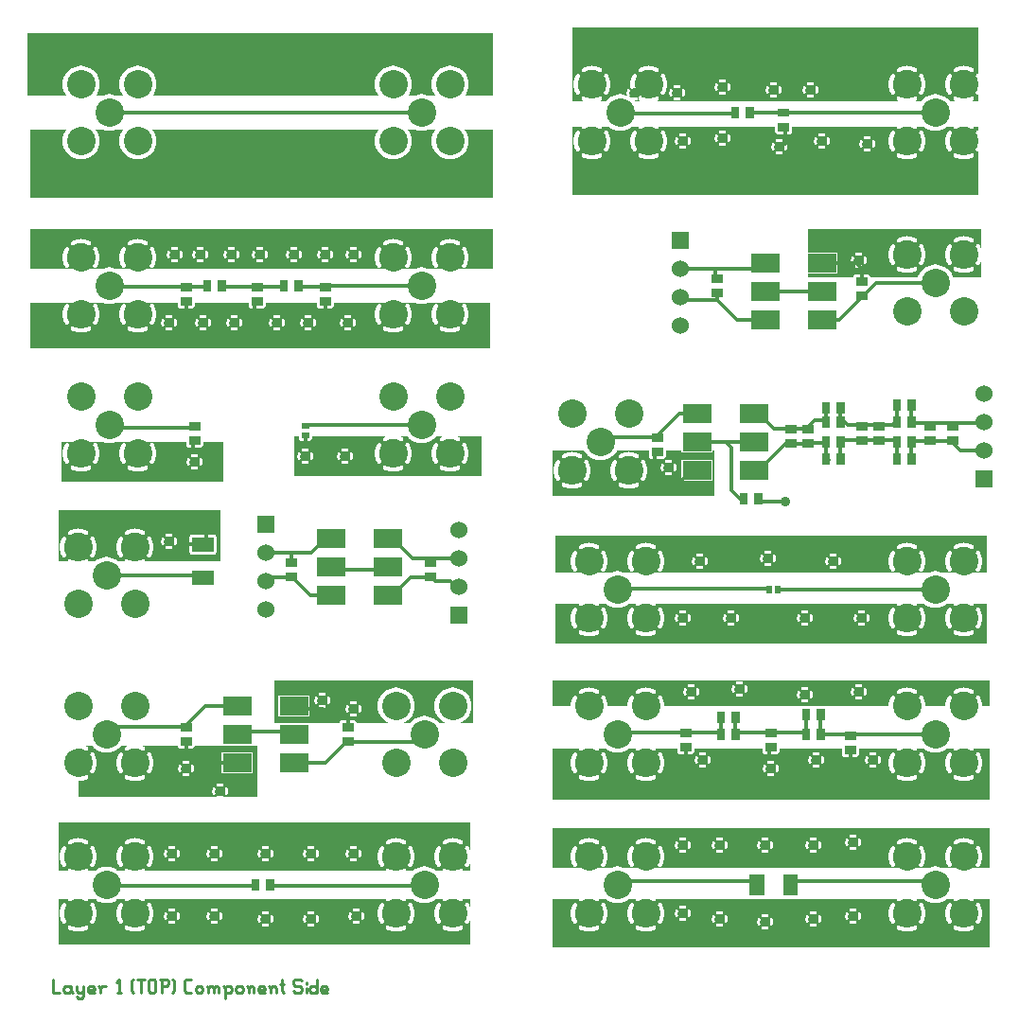
<source format=gbr>
G04 start of page 5 for group 3 idx 3
G04 Title: (unknown), component *
G04 Creator: pcb 20080202 *
G04 CreationDate: Sat 15 Mar 2008 09:09:28 PM GMT UTC *
G04 For: matt *
G04 Format: Gerber/RS-274X *
G04 PCB-Dimensions: 360000 350000 *
G04 PCB-Coordinate-Origin: lower left *
%MOIN*%
%FSLAX24Y24*%
%LNFRONT*%
%ADD11C,0.0100*%
%ADD12C,0.1000*%
%ADD13C,0.0200*%
%ADD14C,0.0600*%
%ADD15C,0.0360*%
%ADD16C,0.0380*%
%ADD17C,0.0130*%
%ADD18R,0.0295X0.0295*%
%ADD19R,0.0512X0.0512*%
%ADD20R,0.0197X0.0197*%
%ADD21R,0.0650X0.0650*%
G54D13*G36*
X19500Y28600D02*Y31000D01*
X19663D01*
Y30851D01*
X19653Y30845D01*
X19644Y30835D01*
X19637Y30825D01*
X19610Y30774D01*
X19589Y30722D01*
X19572Y30668D01*
X19559Y30612D01*
X19552Y30556D01*
X19550Y30500D01*
X19552Y30443D01*
X19559Y30387D01*
X19572Y30331D01*
X19589Y30277D01*
X19610Y30225D01*
X19637Y30175D01*
X19637D01*
X19644Y30164D01*
X19653Y30155D01*
X19663Y30148D01*
Y28600D01*
X19500D01*
G37*
G36*
X19663Y31000D02*X19837D01*
X19837Y30998D01*
X19838Y30985D01*
X19842Y30972D01*
X19847Y30960D01*
X19855Y30949D01*
X19864Y30940D01*
X19875Y30933D01*
X19886Y30927D01*
X19899Y30924D01*
X19912Y30923D01*
X19925Y30924D01*
X19938Y30927D01*
X19950Y30933D01*
X19988Y30953D01*
X20028Y30969D01*
X20070Y30983D01*
X20113Y30992D01*
X20156Y30998D01*
X20200Y31000D01*
Y30000D01*
X20156Y30002D01*
X20113Y30007D01*
X20070Y30017D01*
X20028Y30030D01*
X19988Y30046D01*
X19950Y30067D01*
Y30067D01*
X19938Y30072D01*
X19925Y30076D01*
X19912Y30077D01*
X19899Y30076D01*
X19886Y30072D01*
X19875Y30067D01*
X19864Y30059D01*
X19855Y30050D01*
X19847Y30039D01*
X19842Y30027D01*
X19838Y30015D01*
X19837Y30002D01*
X19838Y29989D01*
X19842Y29976D01*
X19847Y29964D01*
X19855Y29953D01*
X19864Y29944D01*
X19875Y29937D01*
X19925Y29910D01*
X19977Y29889D01*
X20031Y29872D01*
X20087Y29859D01*
X20143Y29852D01*
X20200Y29850D01*
Y28600D01*
X19663D01*
Y30148D01*
X19664Y30147D01*
X19676Y30142D01*
X19689Y30138D01*
X19702Y30137D01*
X19715Y30138D01*
X19727Y30142D01*
X19739Y30147D01*
X19750Y30155D01*
X19759Y30164D01*
X19766Y30175D01*
X19772Y30186D01*
X19775Y30199D01*
X19777Y30212D01*
X19775Y30225D01*
X19772Y30238D01*
X19766Y30250D01*
X19746Y30288D01*
X19730Y30329D01*
X19717Y30370D01*
X19707Y30413D01*
X19701Y30456D01*
X19700Y30500D01*
X19701Y30543D01*
X19707Y30586D01*
X19717Y30629D01*
X19730Y30671D01*
X19746Y30711D01*
X19766Y30750D01*
X19767D01*
X19772Y30761D01*
X19775Y30774D01*
X19777Y30787D01*
X19775Y30800D01*
X19772Y30813D01*
X19767Y30825D01*
X19759Y30835D01*
X19750Y30845D01*
X19739Y30852D01*
X19727Y30858D01*
X19715Y30861D01*
X19702Y30862D01*
X19688Y30861D01*
X19676Y30858D01*
X19664Y30852D01*
X19663Y30851D01*
Y31000D01*
G37*
G36*
X20200D02*X20243Y30998D01*
X20286Y30992D01*
X20329Y30983D01*
X20371Y30969D01*
X20411Y30953D01*
X20450Y30933D01*
Y30933D01*
X20461Y30927D01*
X20474Y30924D01*
X20487Y30923D01*
X20500Y30924D01*
X20513Y30927D01*
X20525Y30933D01*
X20535Y30940D01*
X20545Y30949D01*
X20552Y30960D01*
X20558Y30972D01*
X20561Y30985D01*
X20562Y30998D01*
X20562Y31000D01*
X20736D01*
Y30851D01*
X20735Y30852D01*
X20723Y30857D01*
X20710Y30861D01*
X20697Y30862D01*
X20684Y30861D01*
X20672Y30857D01*
X20660Y30852D01*
X20649Y30844D01*
X20640Y30835D01*
X20633Y30825D01*
X20627Y30813D01*
X20624Y30800D01*
X20622Y30787D01*
X20624Y30774D01*
X20627Y30761D01*
X20633Y30750D01*
X20653Y30711D01*
X20669Y30671D01*
X20682Y30629D01*
X20692Y30586D01*
X20698Y30543D01*
X20700Y30500D01*
X20698Y30456D01*
X20692Y30413D01*
X20682Y30370D01*
X20669Y30329D01*
X20653Y30288D01*
X20633Y30250D01*
X20632D01*
X20627Y30238D01*
X20624Y30225D01*
X20622Y30212D01*
X20624Y30199D01*
X20627Y30186D01*
X20632Y30175D01*
X20640Y30164D01*
X20649Y30155D01*
X20660Y30147D01*
X20672Y30142D01*
X20684Y30138D01*
X20697Y30137D01*
X20711Y30138D01*
X20723Y30142D01*
X20735Y30147D01*
X20736Y30148D01*
Y28600D01*
X20200D01*
Y29850D01*
X20256Y29852D01*
X20312Y29859D01*
X20368Y29872D01*
X20422Y29889D01*
X20474Y29910D01*
X20525Y29937D01*
Y29937D01*
X20535Y29944D01*
X20544Y29953D01*
X20552Y29964D01*
X20557Y29976D01*
X20561Y29989D01*
X20562Y30002D01*
X20561Y30015D01*
X20557Y30027D01*
X20552Y30039D01*
X20544Y30050D01*
X20535Y30059D01*
X20525Y30067D01*
X20513Y30072D01*
X20500Y30075D01*
X20487Y30077D01*
X20474Y30075D01*
X20461Y30072D01*
X20450Y30067D01*
X20411Y30046D01*
X20371Y30030D01*
X20329Y30017D01*
X20286Y30007D01*
X20243Y30002D01*
X20200Y30000D01*
Y31000D01*
G37*
G36*
X20736D02*X20785D01*
X20875Y30937D01*
X20977Y30889D01*
X21087Y30859D01*
X21200Y30850D01*
X21312Y30859D01*
X21422Y30889D01*
X21525Y30937D01*
X21614Y31000D01*
X21663D01*
Y30851D01*
X21653Y30845D01*
X21644Y30835D01*
X21637Y30825D01*
X21610Y30774D01*
X21589Y30722D01*
X21572Y30668D01*
X21559Y30612D01*
X21552Y30556D01*
X21550Y30500D01*
X21552Y30443D01*
X21559Y30387D01*
X21572Y30331D01*
X21589Y30277D01*
X21610Y30225D01*
X21637Y30175D01*
X21637D01*
X21644Y30164D01*
X21653Y30155D01*
X21663Y30148D01*
Y28600D01*
X20736D01*
Y30148D01*
X20746Y30155D01*
X20755Y30164D01*
X20762Y30175D01*
X20789Y30225D01*
X20810Y30277D01*
X20827Y30331D01*
X20840Y30387D01*
X20847Y30443D01*
X20850Y30500D01*
X20847Y30556D01*
X20840Y30612D01*
X20827Y30668D01*
X20810Y30722D01*
X20789Y30774D01*
X20762Y30825D01*
X20762D01*
X20755Y30835D01*
X20746Y30844D01*
X20736Y30851D01*
Y31000D01*
G37*
G36*
X21663D02*X21837D01*
X21837Y30998D01*
X21838Y30985D01*
X21842Y30972D01*
X21847Y30960D01*
X21855Y30949D01*
X21864Y30940D01*
X21875Y30933D01*
X21886Y30927D01*
X21899Y30924D01*
X21912Y30923D01*
X21925Y30924D01*
X21938Y30927D01*
X21950Y30933D01*
X21988Y30953D01*
X22028Y30969D01*
X22070Y30983D01*
X22113Y30992D01*
X22156Y30998D01*
X22200Y31000D01*
Y30000D01*
X22156Y30002D01*
X22113Y30007D01*
X22070Y30017D01*
X22028Y30030D01*
X21988Y30046D01*
X21950Y30067D01*
Y30067D01*
X21938Y30072D01*
X21925Y30076D01*
X21912Y30077D01*
X21899Y30076D01*
X21886Y30072D01*
X21875Y30067D01*
X21864Y30059D01*
X21855Y30050D01*
X21847Y30039D01*
X21842Y30027D01*
X21838Y30015D01*
X21837Y30002D01*
X21838Y29989D01*
X21842Y29976D01*
X21847Y29964D01*
X21855Y29953D01*
X21864Y29944D01*
X21875Y29937D01*
X21925Y29910D01*
X21977Y29889D01*
X22031Y29872D01*
X22087Y29859D01*
X22143Y29852D01*
X22200Y29850D01*
Y28600D01*
X21663D01*
Y30148D01*
X21664Y30147D01*
X21676Y30142D01*
X21689Y30138D01*
X21702Y30137D01*
X21715Y30138D01*
X21727Y30142D01*
X21739Y30147D01*
X21750Y30155D01*
X21759Y30164D01*
X21766Y30175D01*
X21772Y30186D01*
X21775Y30199D01*
X21777Y30212D01*
X21775Y30225D01*
X21772Y30238D01*
X21766Y30250D01*
X21746Y30288D01*
X21730Y30329D01*
X21717Y30370D01*
X21707Y30413D01*
X21701Y30456D01*
X21700Y30500D01*
X21701Y30543D01*
X21707Y30586D01*
X21717Y30629D01*
X21730Y30671D01*
X21746Y30711D01*
X21766Y30750D01*
X21767D01*
X21772Y30761D01*
X21775Y30774D01*
X21777Y30787D01*
X21775Y30800D01*
X21772Y30813D01*
X21767Y30825D01*
X21759Y30835D01*
X21750Y30845D01*
X21739Y30852D01*
X21727Y30858D01*
X21715Y30861D01*
X21702Y30862D01*
X21688Y30861D01*
X21676Y30858D01*
X21664Y30852D01*
X21663Y30851D01*
Y31000D01*
G37*
G36*
X22200D02*X22243Y30998D01*
X22286Y30992D01*
X22329Y30983D01*
X22371Y30969D01*
X22411Y30953D01*
X22450Y30933D01*
Y30933D01*
X22461Y30927D01*
X22474Y30924D01*
X22487Y30923D01*
X22500Y30924D01*
X22513Y30927D01*
X22525Y30933D01*
X22535Y30940D01*
X22545Y30949D01*
X22552Y30960D01*
X22558Y30972D01*
X22561Y30985D01*
X22562Y30998D01*
X22562Y31000D01*
X22736D01*
Y30851D01*
X22735Y30852D01*
X22723Y30857D01*
X22710Y30861D01*
X22697Y30862D01*
X22684Y30861D01*
X22672Y30857D01*
X22660Y30852D01*
X22649Y30844D01*
X22640Y30835D01*
X22633Y30825D01*
X22627Y30813D01*
X22624Y30800D01*
X22622Y30787D01*
X22624Y30774D01*
X22627Y30761D01*
X22633Y30750D01*
X22653Y30711D01*
X22669Y30671D01*
X22682Y30629D01*
X22692Y30586D01*
X22698Y30543D01*
X22700Y30500D01*
X22698Y30456D01*
X22692Y30413D01*
X22682Y30370D01*
X22669Y30329D01*
X22653Y30288D01*
X22633Y30250D01*
X22632D01*
X22627Y30238D01*
X22624Y30225D01*
X22622Y30212D01*
X22624Y30199D01*
X22627Y30186D01*
X22632Y30175D01*
X22640Y30164D01*
X22649Y30155D01*
X22660Y30147D01*
X22672Y30142D01*
X22684Y30138D01*
X22697Y30137D01*
X22711Y30138D01*
X22723Y30142D01*
X22735Y30147D01*
X22736Y30148D01*
Y28600D01*
X22200D01*
Y29850D01*
X22256Y29852D01*
X22312Y29859D01*
X22368Y29872D01*
X22422Y29889D01*
X22474Y29910D01*
X22525Y29937D01*
Y29937D01*
X22535Y29944D01*
X22544Y29953D01*
X22552Y29964D01*
X22557Y29976D01*
X22561Y29989D01*
X22562Y30002D01*
X22561Y30015D01*
X22557Y30027D01*
X22552Y30039D01*
X22544Y30050D01*
X22535Y30059D01*
X22525Y30067D01*
X22513Y30072D01*
X22500Y30075D01*
X22487Y30077D01*
X22474Y30075D01*
X22461Y30072D01*
X22450Y30067D01*
X22411Y30046D01*
X22371Y30030D01*
X22329Y30017D01*
X22286Y30007D01*
X22243Y30002D01*
X22200Y30000D01*
Y31000D01*
G37*
G36*
X22736D02*X23176D01*
Y30628D01*
X23175Y30628D01*
X23166Y30625D01*
X23158Y30622D01*
X23151Y30617D01*
X23145Y30610D01*
X23140Y30603D01*
X23136Y30595D01*
X23129Y30572D01*
X23124Y30548D01*
X23121Y30524D01*
X23120Y30500D01*
X23121Y30475D01*
X23124Y30451D01*
X23129Y30427D01*
X23136Y30404D01*
X23140Y30396D01*
X23145Y30389D01*
X23151Y30383D01*
X23158Y30378D01*
X23166Y30374D01*
X23175Y30372D01*
X23176Y30372D01*
Y28600D01*
X22736D01*
Y30148D01*
X22746Y30155D01*
X22755Y30164D01*
X22762Y30175D01*
X22789Y30225D01*
X22810Y30277D01*
X22827Y30331D01*
X22840Y30387D01*
X22847Y30443D01*
X22850Y30500D01*
X22847Y30556D01*
X22840Y30612D01*
X22827Y30668D01*
X22810Y30722D01*
X22789Y30774D01*
X22762Y30825D01*
X22762D01*
X22755Y30835D01*
X22746Y30844D01*
X22736Y30851D01*
Y31000D01*
G37*
G36*
X23176D02*X23400D01*
Y30780D01*
X23375Y30779D01*
X23351Y30775D01*
X23327Y30770D01*
X23304Y30763D01*
X23296Y30759D01*
X23289Y30754D01*
X23283Y30748D01*
X23278Y30741D01*
X23274Y30733D01*
X23272Y30724D01*
X23271Y30716D01*
X23272Y30707D01*
X23274Y30699D01*
X23278Y30691D01*
X23283Y30684D01*
X23289Y30677D01*
X23296Y30672D01*
X23304Y30669D01*
X23312Y30666D01*
X23321Y30666D01*
X23330Y30666D01*
X23338Y30669D01*
X23353Y30673D01*
X23368Y30677D01*
X23384Y30679D01*
X23400Y30680D01*
Y30320D01*
X23384Y30320D01*
X23368Y30322D01*
X23353Y30326D01*
X23338Y30330D01*
X23330Y30333D01*
X23321Y30333D01*
X23312Y30333D01*
X23304Y30330D01*
X23296Y30327D01*
X23289Y30322D01*
X23283Y30316D01*
X23278Y30308D01*
X23274Y30301D01*
X23272Y30292D01*
X23271Y30283D01*
X23272Y30275D01*
X23274Y30266D01*
X23278Y30258D01*
X23283Y30251D01*
X23289Y30245D01*
X23296Y30240D01*
X23304Y30236D01*
X23327Y30229D01*
X23351Y30224D01*
X23375Y30221D01*
X23400Y30220D01*
Y28600D01*
X23176D01*
Y30372D01*
X23183Y30371D01*
X23192Y30372D01*
X23200Y30374D01*
X23208Y30378D01*
X23215Y30383D01*
X23222Y30389D01*
X23227Y30396D01*
X23230Y30404D01*
X23233Y30412D01*
X23233Y30421D01*
X23233Y30430D01*
X23230Y30438D01*
X23226Y30453D01*
X23222Y30468D01*
X23220Y30484D01*
X23220Y30500D01*
X23220Y30515D01*
X23222Y30531D01*
X23226Y30546D01*
X23230Y30561D01*
X23233Y30570D01*
X23233Y30578D01*
X23233Y30587D01*
X23230Y30595D01*
X23227Y30603D01*
X23222Y30610D01*
X23215Y30617D01*
X23208Y30622D01*
X23200Y30625D01*
X23192Y30628D01*
X23183Y30628D01*
X23176Y30628D01*
Y31000D01*
G37*
G36*
X23400D02*X23623D01*
Y30628D01*
X23616Y30628D01*
X23607Y30628D01*
X23599Y30625D01*
X23591Y30622D01*
X23584Y30617D01*
X23577Y30610D01*
X23572Y30603D01*
X23569Y30595D01*
X23566Y30587D01*
X23566Y30578D01*
X23566Y30570D01*
X23569Y30561D01*
X23573Y30546D01*
X23577Y30531D01*
X23579Y30515D01*
X23580Y30500D01*
X23579Y30484D01*
X23577Y30468D01*
X23573Y30453D01*
X23569Y30438D01*
X23566Y30430D01*
X23566Y30421D01*
X23566Y30412D01*
X23569Y30404D01*
X23572Y30396D01*
X23577Y30389D01*
X23584Y30383D01*
X23591Y30378D01*
X23599Y30374D01*
X23607Y30372D01*
X23616Y30371D01*
X23623Y30372D01*
Y28600D01*
X23400D01*
Y30220D01*
X23424Y30221D01*
X23448Y30224D01*
X23472Y30229D01*
X23495Y30236D01*
X23503Y30240D01*
X23510Y30245D01*
X23516Y30251D01*
X23521Y30258D01*
X23525Y30266D01*
X23527Y30275D01*
X23528Y30283D01*
X23527Y30292D01*
X23525Y30301D01*
X23521Y30308D01*
X23516Y30316D01*
X23510Y30322D01*
X23503Y30327D01*
X23495Y30330D01*
X23487Y30333D01*
X23478Y30333D01*
X23469Y30333D01*
X23461Y30330D01*
X23446Y30326D01*
X23431Y30322D01*
X23415Y30320D01*
X23400Y30320D01*
Y30680D01*
X23415Y30679D01*
X23431Y30677D01*
X23446Y30673D01*
X23461Y30669D01*
X23469Y30666D01*
X23478Y30666D01*
X23487Y30666D01*
X23495Y30669D01*
X23503Y30672D01*
X23510Y30677D01*
X23516Y30684D01*
X23521Y30691D01*
X23525Y30699D01*
X23527Y30707D01*
X23528Y30716D01*
X23527Y30724D01*
X23525Y30733D01*
X23521Y30741D01*
X23516Y30748D01*
X23510Y30754D01*
X23503Y30759D01*
X23495Y30763D01*
X23472Y30770D01*
X23448Y30775D01*
X23424Y30779D01*
X23400Y30780D01*
Y31000D01*
G37*
G36*
X23623D02*X24576D01*
Y30728D01*
X24575Y30728D01*
X24566Y30725D01*
X24558Y30722D01*
X24551Y30717D01*
X24545Y30710D01*
X24540Y30703D01*
X24536Y30695D01*
X24529Y30672D01*
X24524Y30648D01*
X24521Y30624D01*
X24520Y30600D01*
X24521Y30575D01*
X24524Y30551D01*
X24529Y30527D01*
X24536Y30504D01*
X24540Y30496D01*
X24545Y30489D01*
X24551Y30483D01*
X24558Y30478D01*
X24566Y30474D01*
X24575Y30472D01*
X24576Y30472D01*
Y28600D01*
X23623D01*
Y30372D01*
X23624Y30372D01*
X23633Y30374D01*
X23641Y30378D01*
X23648Y30383D01*
X23654Y30389D01*
X23659Y30396D01*
X23663Y30404D01*
X23670Y30427D01*
X23675Y30451D01*
X23678Y30475D01*
X23680Y30500D01*
X23678Y30524D01*
X23675Y30548D01*
X23670Y30572D01*
X23663Y30595D01*
X23659Y30603D01*
X23654Y30610D01*
X23648Y30617D01*
X23641Y30622D01*
X23633Y30625D01*
X23624Y30628D01*
X23623Y30628D01*
Y31000D01*
G37*
G36*
X24576D02*X24800D01*
Y30880D01*
X24775Y30879D01*
X24751Y30875D01*
X24727Y30870D01*
X24704Y30863D01*
X24696Y30859D01*
X24689Y30854D01*
X24683Y30848D01*
X24678Y30841D01*
X24674Y30833D01*
X24672Y30824D01*
X24671Y30816D01*
X24672Y30807D01*
X24674Y30799D01*
X24678Y30791D01*
X24683Y30784D01*
X24689Y30777D01*
X24696Y30772D01*
X24704Y30769D01*
X24712Y30766D01*
X24721Y30766D01*
X24730Y30766D01*
X24738Y30769D01*
X24753Y30773D01*
X24768Y30777D01*
X24784Y30779D01*
X24800Y30780D01*
Y30420D01*
X24784Y30420D01*
X24768Y30422D01*
X24753Y30426D01*
X24738Y30430D01*
X24730Y30433D01*
X24721Y30433D01*
X24712Y30433D01*
X24704Y30430D01*
X24696Y30427D01*
X24689Y30422D01*
X24683Y30416D01*
X24678Y30408D01*
X24674Y30401D01*
X24672Y30392D01*
X24671Y30383D01*
X24672Y30375D01*
X24674Y30366D01*
X24678Y30358D01*
X24683Y30351D01*
X24689Y30345D01*
X24696Y30340D01*
X24704Y30336D01*
X24727Y30329D01*
X24751Y30324D01*
X24775Y30321D01*
X24800Y30320D01*
Y28600D01*
X24576D01*
Y30472D01*
X24583Y30471D01*
X24592Y30472D01*
X24600Y30474D01*
X24608Y30478D01*
X24615Y30483D01*
X24622Y30489D01*
X24627Y30496D01*
X24630Y30504D01*
X24633Y30512D01*
X24633Y30521D01*
X24633Y30530D01*
X24630Y30538D01*
X24626Y30553D01*
X24622Y30568D01*
X24620Y30584D01*
X24620Y30600D01*
X24620Y30615D01*
X24622Y30631D01*
X24626Y30646D01*
X24630Y30661D01*
X24633Y30670D01*
X24633Y30678D01*
X24633Y30687D01*
X24630Y30695D01*
X24627Y30703D01*
X24622Y30710D01*
X24615Y30717D01*
X24608Y30722D01*
X24600Y30725D01*
X24592Y30728D01*
X24583Y30728D01*
X24576Y30728D01*
Y31000D01*
G37*
G36*
X24800D02*X25023D01*
Y30728D01*
X25016Y30728D01*
X25007Y30728D01*
X24999Y30725D01*
X24991Y30722D01*
X24984Y30717D01*
X24977Y30710D01*
X24972Y30703D01*
X24969Y30695D01*
X24966Y30687D01*
X24966Y30678D01*
X24966Y30670D01*
X24969Y30661D01*
X24973Y30646D01*
X24977Y30631D01*
X24979Y30615D01*
X24980Y30600D01*
X24979Y30584D01*
X24977Y30568D01*
X24973Y30553D01*
X24969Y30538D01*
X24966Y30530D01*
X24966Y30521D01*
X24966Y30512D01*
X24969Y30504D01*
X24972Y30496D01*
X24977Y30489D01*
X24984Y30483D01*
X24991Y30478D01*
X24999Y30474D01*
X25007Y30472D01*
X25016Y30471D01*
X25023Y30472D01*
Y28600D01*
X24800D01*
Y30320D01*
X24824Y30321D01*
X24848Y30324D01*
X24872Y30329D01*
X24895Y30336D01*
X24903Y30340D01*
X24910Y30345D01*
X24916Y30351D01*
X24921Y30358D01*
X24925Y30366D01*
X24927Y30375D01*
X24928Y30383D01*
X24927Y30392D01*
X24925Y30401D01*
X24921Y30408D01*
X24916Y30416D01*
X24910Y30422D01*
X24903Y30427D01*
X24895Y30430D01*
X24887Y30433D01*
X24878Y30433D01*
X24869Y30433D01*
X24861Y30430D01*
X24846Y30426D01*
X24831Y30422D01*
X24815Y30420D01*
X24800Y30420D01*
Y30780D01*
X24815Y30779D01*
X24831Y30777D01*
X24846Y30773D01*
X24861Y30769D01*
X24869Y30766D01*
X24878Y30766D01*
X24887Y30766D01*
X24895Y30769D01*
X24903Y30772D01*
X24910Y30777D01*
X24916Y30784D01*
X24921Y30791D01*
X24925Y30799D01*
X24927Y30807D01*
X24928Y30816D01*
X24927Y30824D01*
X24925Y30833D01*
X24921Y30841D01*
X24916Y30848D01*
X24910Y30854D01*
X24903Y30859D01*
X24895Y30863D01*
X24872Y30870D01*
X24848Y30875D01*
X24824Y30879D01*
X24800Y30880D01*
Y31000D01*
G37*
G36*
X25023D02*X26576D01*
Y30428D01*
X26575Y30428D01*
X26566Y30425D01*
X26558Y30422D01*
X26551Y30417D01*
X26545Y30410D01*
X26540Y30403D01*
X26536Y30395D01*
X26529Y30372D01*
X26524Y30348D01*
X26521Y30324D01*
X26520Y30300D01*
X26521Y30275D01*
X26524Y30251D01*
X26529Y30227D01*
X26536Y30204D01*
X26540Y30196D01*
X26545Y30189D01*
X26551Y30183D01*
X26558Y30178D01*
X26566Y30174D01*
X26575Y30172D01*
X26576Y30172D01*
Y28600D01*
X25023D01*
Y30472D01*
X25024Y30472D01*
X25033Y30474D01*
X25041Y30478D01*
X25048Y30483D01*
X25054Y30489D01*
X25059Y30496D01*
X25063Y30504D01*
X25070Y30527D01*
X25075Y30551D01*
X25078Y30575D01*
X25080Y30600D01*
X25078Y30624D01*
X25075Y30648D01*
X25070Y30672D01*
X25063Y30695D01*
X25059Y30703D01*
X25054Y30710D01*
X25048Y30717D01*
X25041Y30722D01*
X25033Y30725D01*
X25024Y30728D01*
X25023Y30728D01*
Y31000D01*
G37*
G36*
X26576D02*X26654D01*
Y30840D01*
X26655Y30823D01*
X26660Y30806D01*
X26667Y30790D01*
X26677Y30776D01*
X26689Y30764D01*
X26704Y30754D01*
X26719Y30746D01*
X26736Y30742D01*
X26754Y30740D01*
X26800D01*
Y30580D01*
X26775Y30579D01*
X26751Y30575D01*
X26727Y30570D01*
X26704Y30563D01*
X26696Y30559D01*
X26689Y30554D01*
X26683Y30548D01*
X26678Y30541D01*
X26674Y30533D01*
X26672Y30524D01*
X26671Y30516D01*
X26672Y30507D01*
X26674Y30499D01*
X26678Y30491D01*
X26683Y30484D01*
X26689Y30477D01*
X26696Y30472D01*
X26704Y30469D01*
X26712Y30466D01*
X26721Y30466D01*
X26730Y30466D01*
X26738Y30469D01*
X26753Y30473D01*
X26768Y30477D01*
X26784Y30479D01*
X26800Y30480D01*
Y30120D01*
X26784Y30120D01*
X26768Y30122D01*
X26753Y30126D01*
X26738Y30130D01*
X26730Y30133D01*
X26721Y30133D01*
X26712Y30133D01*
X26704Y30130D01*
X26696Y30127D01*
X26689Y30122D01*
X26683Y30116D01*
X26678Y30108D01*
X26674Y30101D01*
X26672Y30092D01*
X26671Y30083D01*
X26672Y30075D01*
X26674Y30066D01*
X26678Y30058D01*
X26683Y30051D01*
X26689Y30045D01*
X26696Y30040D01*
X26704Y30036D01*
X26727Y30029D01*
X26751Y30024D01*
X26775Y30021D01*
X26800Y30020D01*
Y28600D01*
X26576D01*
Y30172D01*
X26583Y30171D01*
X26592Y30172D01*
X26600Y30174D01*
X26608Y30178D01*
X26615Y30183D01*
X26622Y30189D01*
X26627Y30196D01*
X26630Y30204D01*
X26633Y30212D01*
X26633Y30221D01*
X26633Y30230D01*
X26630Y30238D01*
X26626Y30253D01*
X26622Y30268D01*
X26620Y30284D01*
X26620Y30300D01*
X26620Y30315D01*
X26622Y30331D01*
X26626Y30346D01*
X26630Y30361D01*
X26633Y30370D01*
X26633Y30378D01*
X26633Y30387D01*
X26630Y30395D01*
X26627Y30403D01*
X26622Y30410D01*
X26615Y30417D01*
X26608Y30422D01*
X26600Y30425D01*
X26592Y30428D01*
X26583Y30428D01*
X26576Y30428D01*
Y31000D01*
G37*
G36*
X26800Y30740D02*X27023D01*
Y30428D01*
X27016Y30428D01*
X27007Y30428D01*
X26999Y30425D01*
X26991Y30422D01*
X26984Y30417D01*
X26977Y30410D01*
X26972Y30403D01*
X26969Y30395D01*
X26966Y30387D01*
X26966Y30378D01*
X26966Y30370D01*
X26969Y30361D01*
X26973Y30346D01*
X26977Y30331D01*
X26979Y30315D01*
X26980Y30300D01*
X26979Y30284D01*
X26977Y30268D01*
X26973Y30253D01*
X26969Y30238D01*
X26966Y30230D01*
X26966Y30221D01*
X26966Y30212D01*
X26969Y30204D01*
X26972Y30196D01*
X26977Y30189D01*
X26984Y30183D01*
X26991Y30178D01*
X26999Y30174D01*
X27007Y30172D01*
X27016Y30171D01*
X27023Y30172D01*
Y28600D01*
X26800D01*
Y30020D01*
X26824Y30021D01*
X26848Y30024D01*
X26872Y30029D01*
X26895Y30036D01*
X26903Y30040D01*
X26910Y30045D01*
X26916Y30051D01*
X26921Y30058D01*
X26925Y30066D01*
X26927Y30075D01*
X26928Y30083D01*
X26927Y30092D01*
X26925Y30101D01*
X26921Y30108D01*
X26916Y30116D01*
X26910Y30122D01*
X26903Y30127D01*
X26895Y30130D01*
X26887Y30133D01*
X26878Y30133D01*
X26869Y30133D01*
X26861Y30130D01*
X26846Y30126D01*
X26831Y30122D01*
X26815Y30120D01*
X26800Y30120D01*
Y30480D01*
X26815Y30479D01*
X26831Y30477D01*
X26846Y30473D01*
X26861Y30469D01*
X26869Y30466D01*
X26878Y30466D01*
X26887Y30466D01*
X26895Y30469D01*
X26903Y30472D01*
X26910Y30477D01*
X26916Y30484D01*
X26921Y30491D01*
X26925Y30499D01*
X26927Y30507D01*
X26928Y30516D01*
X26927Y30524D01*
X26925Y30533D01*
X26921Y30541D01*
X26916Y30548D01*
X26910Y30554D01*
X26903Y30559D01*
X26895Y30563D01*
X26872Y30570D01*
X26848Y30575D01*
X26824Y30579D01*
X26800Y30580D01*
Y30740D01*
G37*
G36*
X27023D02*X27147D01*
X27165Y30742D01*
X27181Y30746D01*
X27197Y30754D01*
X27211Y30764D01*
X27224Y30776D01*
X27234Y30790D01*
X27241Y30806D01*
X27246Y30823D01*
X27247Y30840D01*
Y31000D01*
X28076D01*
Y30628D01*
X28075Y30628D01*
X28066Y30625D01*
X28058Y30622D01*
X28051Y30617D01*
X28045Y30610D01*
X28040Y30603D01*
X28036Y30595D01*
X28029Y30572D01*
X28024Y30548D01*
X28021Y30524D01*
X28020Y30500D01*
X28021Y30475D01*
X28024Y30451D01*
X28029Y30427D01*
X28036Y30404D01*
X28040Y30396D01*
X28045Y30389D01*
X28051Y30383D01*
X28058Y30378D01*
X28066Y30374D01*
X28075Y30372D01*
X28076Y30372D01*
Y28600D01*
X27023D01*
Y30172D01*
X27024Y30172D01*
X27033Y30174D01*
X27041Y30178D01*
X27048Y30183D01*
X27054Y30189D01*
X27059Y30196D01*
X27063Y30204D01*
X27070Y30227D01*
X27075Y30251D01*
X27078Y30275D01*
X27080Y30300D01*
X27078Y30324D01*
X27075Y30348D01*
X27070Y30372D01*
X27063Y30395D01*
X27059Y30403D01*
X27054Y30410D01*
X27048Y30417D01*
X27041Y30422D01*
X27033Y30425D01*
X27024Y30428D01*
X27023Y30428D01*
Y30740D01*
G37*
G36*
X28076Y31000D02*X28300D01*
Y30780D01*
X28275Y30779D01*
X28251Y30775D01*
X28227Y30770D01*
X28204Y30763D01*
X28196Y30759D01*
X28189Y30754D01*
X28183Y30748D01*
X28178Y30741D01*
X28174Y30733D01*
X28172Y30724D01*
X28171Y30716D01*
X28172Y30707D01*
X28174Y30699D01*
X28178Y30691D01*
X28183Y30684D01*
X28189Y30677D01*
X28196Y30672D01*
X28204Y30669D01*
X28212Y30666D01*
X28221Y30666D01*
X28230Y30666D01*
X28238Y30669D01*
X28253Y30673D01*
X28268Y30677D01*
X28284Y30679D01*
X28300Y30680D01*
Y30320D01*
X28284Y30320D01*
X28268Y30322D01*
X28253Y30326D01*
X28238Y30330D01*
X28230Y30333D01*
X28221Y30333D01*
X28212Y30333D01*
X28204Y30330D01*
X28196Y30327D01*
X28189Y30322D01*
X28183Y30316D01*
X28178Y30308D01*
X28174Y30301D01*
X28172Y30292D01*
X28171Y30283D01*
X28172Y30275D01*
X28174Y30266D01*
X28178Y30258D01*
X28183Y30251D01*
X28189Y30245D01*
X28196Y30240D01*
X28204Y30236D01*
X28227Y30229D01*
X28251Y30224D01*
X28275Y30221D01*
X28300Y30220D01*
Y28600D01*
X28076D01*
Y30372D01*
X28083Y30371D01*
X28092Y30372D01*
X28100Y30374D01*
X28108Y30378D01*
X28115Y30383D01*
X28122Y30389D01*
X28127Y30396D01*
X28130Y30404D01*
X28133Y30412D01*
X28133Y30421D01*
X28133Y30430D01*
X28130Y30438D01*
X28126Y30453D01*
X28122Y30468D01*
X28120Y30484D01*
X28120Y30500D01*
X28120Y30515D01*
X28122Y30531D01*
X28126Y30546D01*
X28130Y30561D01*
X28133Y30570D01*
X28133Y30578D01*
X28133Y30587D01*
X28130Y30595D01*
X28127Y30603D01*
X28122Y30610D01*
X28115Y30617D01*
X28108Y30622D01*
X28100Y30625D01*
X28092Y30628D01*
X28083Y30628D01*
X28076Y30628D01*
Y31000D01*
G37*
G36*
X28300D02*X28523D01*
Y30628D01*
X28516Y30628D01*
X28507Y30628D01*
X28499Y30625D01*
X28491Y30622D01*
X28484Y30617D01*
X28477Y30610D01*
X28472Y30603D01*
X28469Y30595D01*
X28466Y30587D01*
X28466Y30578D01*
X28466Y30570D01*
X28469Y30561D01*
X28473Y30546D01*
X28477Y30531D01*
X28479Y30515D01*
X28480Y30500D01*
X28479Y30484D01*
X28477Y30468D01*
X28473Y30453D01*
X28469Y30438D01*
X28466Y30430D01*
X28466Y30421D01*
X28466Y30412D01*
X28469Y30404D01*
X28472Y30396D01*
X28477Y30389D01*
X28484Y30383D01*
X28491Y30378D01*
X28499Y30374D01*
X28507Y30372D01*
X28516Y30371D01*
X28523Y30372D01*
Y28600D01*
X28300D01*
Y30220D01*
X28324Y30221D01*
X28348Y30224D01*
X28372Y30229D01*
X28395Y30236D01*
X28403Y30240D01*
X28410Y30245D01*
X28416Y30251D01*
X28421Y30258D01*
X28425Y30266D01*
X28427Y30275D01*
X28428Y30283D01*
X28427Y30292D01*
X28425Y30301D01*
X28421Y30308D01*
X28416Y30316D01*
X28410Y30322D01*
X28403Y30327D01*
X28395Y30330D01*
X28387Y30333D01*
X28378Y30333D01*
X28369Y30333D01*
X28361Y30330D01*
X28346Y30326D01*
X28331Y30322D01*
X28315Y30320D01*
X28300Y30320D01*
Y30680D01*
X28315Y30679D01*
X28331Y30677D01*
X28346Y30673D01*
X28361Y30669D01*
X28369Y30666D01*
X28378Y30666D01*
X28387Y30666D01*
X28395Y30669D01*
X28403Y30672D01*
X28410Y30677D01*
X28416Y30684D01*
X28421Y30691D01*
X28425Y30699D01*
X28427Y30707D01*
X28428Y30716D01*
X28427Y30724D01*
X28425Y30733D01*
X28421Y30741D01*
X28416Y30748D01*
X28410Y30754D01*
X28403Y30759D01*
X28395Y30763D01*
X28372Y30770D01*
X28348Y30775D01*
X28324Y30779D01*
X28300Y30780D01*
Y31000D01*
G37*
G36*
X28523D02*X29676D01*
Y30528D01*
X29675Y30528D01*
X29666Y30525D01*
X29658Y30522D01*
X29651Y30517D01*
X29645Y30510D01*
X29640Y30503D01*
X29636Y30495D01*
X29629Y30472D01*
X29624Y30448D01*
X29621Y30424D01*
X29620Y30400D01*
X29621Y30375D01*
X29624Y30351D01*
X29629Y30327D01*
X29636Y30304D01*
X29640Y30296D01*
X29645Y30289D01*
X29651Y30283D01*
X29658Y30278D01*
X29666Y30274D01*
X29675Y30272D01*
X29676Y30272D01*
Y28600D01*
X28523D01*
Y30372D01*
X28524Y30372D01*
X28533Y30374D01*
X28541Y30378D01*
X28548Y30383D01*
X28554Y30389D01*
X28559Y30396D01*
X28563Y30404D01*
X28570Y30427D01*
X28575Y30451D01*
X28578Y30475D01*
X28580Y30500D01*
X28578Y30524D01*
X28575Y30548D01*
X28570Y30572D01*
X28563Y30595D01*
X28559Y30603D01*
X28554Y30610D01*
X28548Y30617D01*
X28541Y30622D01*
X28533Y30625D01*
X28524Y30628D01*
X28523Y30628D01*
Y31000D01*
G37*
G36*
X29676D02*X29900D01*
Y30680D01*
X29875Y30679D01*
X29851Y30675D01*
X29827Y30670D01*
X29804Y30663D01*
X29796Y30659D01*
X29789Y30654D01*
X29783Y30648D01*
X29778Y30641D01*
X29774Y30633D01*
X29772Y30624D01*
X29771Y30616D01*
X29772Y30607D01*
X29774Y30599D01*
X29778Y30591D01*
X29783Y30584D01*
X29789Y30577D01*
X29796Y30572D01*
X29804Y30569D01*
X29812Y30566D01*
X29821Y30566D01*
X29830Y30566D01*
X29838Y30569D01*
X29853Y30573D01*
X29868Y30577D01*
X29884Y30579D01*
X29900Y30580D01*
Y30220D01*
X29884Y30220D01*
X29868Y30222D01*
X29853Y30226D01*
X29838Y30230D01*
X29830Y30233D01*
X29821Y30233D01*
X29812Y30233D01*
X29804Y30230D01*
X29796Y30227D01*
X29789Y30222D01*
X29783Y30216D01*
X29778Y30208D01*
X29774Y30201D01*
X29772Y30192D01*
X29771Y30183D01*
X29772Y30175D01*
X29774Y30166D01*
X29778Y30158D01*
X29783Y30151D01*
X29789Y30145D01*
X29796Y30140D01*
X29804Y30136D01*
X29827Y30129D01*
X29851Y30124D01*
X29875Y30121D01*
X29900Y30120D01*
Y28600D01*
X29676D01*
Y30272D01*
X29683Y30271D01*
X29692Y30272D01*
X29700Y30274D01*
X29708Y30278D01*
X29715Y30283D01*
X29722Y30289D01*
X29727Y30296D01*
X29730Y30304D01*
X29733Y30312D01*
X29733Y30321D01*
X29733Y30330D01*
X29730Y30338D01*
X29726Y30353D01*
X29722Y30368D01*
X29720Y30384D01*
X29720Y30400D01*
X29720Y30415D01*
X29722Y30431D01*
X29726Y30446D01*
X29730Y30461D01*
X29733Y30470D01*
X29733Y30478D01*
X29733Y30487D01*
X29730Y30495D01*
X29727Y30503D01*
X29722Y30510D01*
X29715Y30517D01*
X29708Y30522D01*
X29700Y30525D01*
X29692Y30528D01*
X29683Y30528D01*
X29676Y30528D01*
Y31000D01*
G37*
G36*
X29900D02*X30123D01*
Y30528D01*
X30116Y30528D01*
X30107Y30528D01*
X30099Y30525D01*
X30091Y30522D01*
X30084Y30517D01*
X30077Y30510D01*
X30072Y30503D01*
X30069Y30495D01*
X30066Y30487D01*
X30066Y30478D01*
X30066Y30470D01*
X30069Y30461D01*
X30073Y30446D01*
X30077Y30431D01*
X30079Y30415D01*
X30080Y30400D01*
X30079Y30384D01*
X30077Y30368D01*
X30073Y30353D01*
X30069Y30338D01*
X30066Y30330D01*
X30066Y30321D01*
X30066Y30312D01*
X30069Y30304D01*
X30072Y30296D01*
X30077Y30289D01*
X30084Y30283D01*
X30091Y30278D01*
X30099Y30274D01*
X30107Y30272D01*
X30116Y30271D01*
X30123Y30272D01*
Y28600D01*
X29900D01*
Y30120D01*
X29924Y30121D01*
X29948Y30124D01*
X29972Y30129D01*
X29995Y30136D01*
X30003Y30140D01*
X30010Y30145D01*
X30016Y30151D01*
X30021Y30158D01*
X30025Y30166D01*
X30027Y30175D01*
X30028Y30183D01*
X30027Y30192D01*
X30025Y30201D01*
X30021Y30208D01*
X30016Y30216D01*
X30010Y30222D01*
X30003Y30227D01*
X29995Y30230D01*
X29987Y30233D01*
X29978Y30233D01*
X29969Y30233D01*
X29961Y30230D01*
X29946Y30226D01*
X29931Y30222D01*
X29915Y30220D01*
X29900Y30220D01*
Y30580D01*
X29915Y30579D01*
X29931Y30577D01*
X29946Y30573D01*
X29961Y30569D01*
X29969Y30566D01*
X29978Y30566D01*
X29987Y30566D01*
X29995Y30569D01*
X30003Y30572D01*
X30010Y30577D01*
X30016Y30584D01*
X30021Y30591D01*
X30025Y30599D01*
X30027Y30607D01*
X30028Y30616D01*
X30027Y30624D01*
X30025Y30633D01*
X30021Y30641D01*
X30016Y30648D01*
X30010Y30654D01*
X30003Y30659D01*
X29995Y30663D01*
X29972Y30670D01*
X29948Y30675D01*
X29924Y30679D01*
X29900Y30680D01*
Y31000D01*
G37*
G36*
X30123D02*X30763D01*
Y30851D01*
X30753Y30845D01*
X30744Y30835D01*
X30737Y30825D01*
X30710Y30774D01*
X30689Y30722D01*
X30672Y30668D01*
X30659Y30612D01*
X30652Y30556D01*
X30650Y30500D01*
X30652Y30443D01*
X30659Y30387D01*
X30672Y30331D01*
X30689Y30277D01*
X30710Y30225D01*
X30737Y30175D01*
X30737D01*
X30744Y30164D01*
X30753Y30155D01*
X30763Y30148D01*
Y28600D01*
X30123D01*
Y30272D01*
X30124Y30272D01*
X30133Y30274D01*
X30141Y30278D01*
X30148Y30283D01*
X30154Y30289D01*
X30159Y30296D01*
X30163Y30304D01*
X30170Y30327D01*
X30175Y30351D01*
X30178Y30375D01*
X30180Y30400D01*
X30178Y30424D01*
X30175Y30448D01*
X30170Y30472D01*
X30163Y30495D01*
X30159Y30503D01*
X30154Y30510D01*
X30148Y30517D01*
X30141Y30522D01*
X30133Y30525D01*
X30124Y30528D01*
X30123Y30528D01*
Y31000D01*
G37*
G36*
X30763D02*X30937D01*
X30937Y30998D01*
X30938Y30985D01*
X30942Y30972D01*
X30947Y30960D01*
X30955Y30949D01*
X30964Y30940D01*
X30975Y30933D01*
X30986Y30927D01*
X30999Y30924D01*
X31012Y30923D01*
X31025Y30924D01*
X31038Y30927D01*
X31050Y30933D01*
X31088Y30953D01*
X31128Y30969D01*
X31170Y30983D01*
X31213Y30992D01*
X31256Y30998D01*
X31300Y31000D01*
Y30000D01*
X31256Y30002D01*
X31213Y30007D01*
X31170Y30017D01*
X31128Y30030D01*
X31088Y30046D01*
X31050Y30067D01*
Y30067D01*
X31038Y30072D01*
X31025Y30076D01*
X31012Y30077D01*
X30999Y30076D01*
X30986Y30072D01*
X30975Y30067D01*
X30964Y30059D01*
X30955Y30050D01*
X30947Y30039D01*
X30942Y30027D01*
X30938Y30015D01*
X30937Y30002D01*
X30938Y29989D01*
X30942Y29976D01*
X30947Y29964D01*
X30955Y29953D01*
X30964Y29944D01*
X30975Y29937D01*
X31025Y29910D01*
X31077Y29889D01*
X31131Y29872D01*
X31187Y29859D01*
X31243Y29852D01*
X31300Y29850D01*
Y28600D01*
X30763D01*
Y30148D01*
X30764Y30147D01*
X30776Y30142D01*
X30789Y30138D01*
X30802Y30137D01*
X30815Y30138D01*
X30827Y30142D01*
X30839Y30147D01*
X30850Y30155D01*
X30859Y30164D01*
X30866Y30175D01*
X30872Y30186D01*
X30875Y30199D01*
X30877Y30212D01*
X30875Y30225D01*
X30872Y30238D01*
X30866Y30250D01*
X30846Y30288D01*
X30830Y30329D01*
X30817Y30370D01*
X30807Y30413D01*
X30801Y30456D01*
X30800Y30500D01*
X30801Y30543D01*
X30807Y30586D01*
X30817Y30629D01*
X30830Y30671D01*
X30846Y30711D01*
X30866Y30750D01*
X30867D01*
X30872Y30761D01*
X30875Y30774D01*
X30877Y30787D01*
X30875Y30800D01*
X30872Y30813D01*
X30867Y30825D01*
X30859Y30835D01*
X30850Y30845D01*
X30839Y30852D01*
X30827Y30858D01*
X30815Y30861D01*
X30802Y30862D01*
X30788Y30861D01*
X30776Y30858D01*
X30764Y30852D01*
X30763Y30851D01*
Y31000D01*
G37*
G36*
X31300D02*X31343Y30998D01*
X31386Y30992D01*
X31429Y30983D01*
X31471Y30969D01*
X31511Y30953D01*
X31550Y30933D01*
Y30933D01*
X31561Y30927D01*
X31574Y30924D01*
X31587Y30923D01*
X31600Y30924D01*
X31613Y30927D01*
X31625Y30933D01*
X31635Y30940D01*
X31645Y30949D01*
X31652Y30960D01*
X31658Y30972D01*
X31661Y30985D01*
X31662Y30998D01*
X31662Y31000D01*
X31836D01*
Y30851D01*
X31835Y30852D01*
X31823Y30857D01*
X31810Y30861D01*
X31797Y30862D01*
X31784Y30861D01*
X31772Y30857D01*
X31760Y30852D01*
X31749Y30844D01*
X31740Y30835D01*
X31733Y30825D01*
X31727Y30813D01*
X31724Y30800D01*
X31722Y30787D01*
X31724Y30774D01*
X31727Y30761D01*
X31733Y30750D01*
X31753Y30711D01*
X31769Y30671D01*
X31782Y30629D01*
X31792Y30586D01*
X31798Y30543D01*
X31800Y30500D01*
X31798Y30456D01*
X31792Y30413D01*
X31782Y30370D01*
X31769Y30329D01*
X31753Y30288D01*
X31733Y30250D01*
X31732D01*
X31727Y30238D01*
X31724Y30225D01*
X31722Y30212D01*
X31724Y30199D01*
X31727Y30186D01*
X31732Y30175D01*
X31740Y30164D01*
X31749Y30155D01*
X31760Y30147D01*
X31772Y30142D01*
X31784Y30138D01*
X31797Y30137D01*
X31811Y30138D01*
X31823Y30142D01*
X31835Y30147D01*
X31836Y30148D01*
Y28600D01*
X31300D01*
Y29850D01*
X31356Y29852D01*
X31412Y29859D01*
X31468Y29872D01*
X31522Y29889D01*
X31574Y29910D01*
X31625Y29937D01*
Y29937D01*
X31635Y29944D01*
X31644Y29953D01*
X31652Y29964D01*
X31657Y29976D01*
X31661Y29989D01*
X31662Y30002D01*
X31661Y30015D01*
X31657Y30027D01*
X31652Y30039D01*
X31644Y30050D01*
X31635Y30059D01*
X31625Y30067D01*
X31613Y30072D01*
X31600Y30075D01*
X31587Y30077D01*
X31574Y30075D01*
X31561Y30072D01*
X31550Y30067D01*
X31511Y30046D01*
X31471Y30030D01*
X31429Y30017D01*
X31386Y30007D01*
X31343Y30002D01*
X31300Y30000D01*
Y31000D01*
G37*
G36*
X31836D02*X31885D01*
X31975Y30937D01*
X32077Y30889D01*
X32187Y30859D01*
X32300Y30850D01*
X32412Y30859D01*
X32522Y30889D01*
X32625Y30937D01*
X32714Y31000D01*
X32763D01*
Y30851D01*
X32753Y30845D01*
X32744Y30835D01*
X32737Y30825D01*
X32710Y30774D01*
X32689Y30722D01*
X32672Y30668D01*
X32659Y30612D01*
X32652Y30556D01*
X32650Y30500D01*
X32652Y30443D01*
X32659Y30387D01*
X32672Y30331D01*
X32689Y30277D01*
X32710Y30225D01*
X32737Y30175D01*
X32737D01*
X32744Y30164D01*
X32753Y30155D01*
X32763Y30148D01*
Y28600D01*
X31836D01*
Y30148D01*
X31846Y30155D01*
X31855Y30164D01*
X31862Y30175D01*
X31889Y30225D01*
X31910Y30277D01*
X31927Y30331D01*
X31940Y30387D01*
X31947Y30443D01*
X31950Y30500D01*
X31947Y30556D01*
X31940Y30612D01*
X31927Y30668D01*
X31910Y30722D01*
X31889Y30774D01*
X31862Y30825D01*
X31862D01*
X31855Y30835D01*
X31846Y30844D01*
X31836Y30851D01*
Y31000D01*
G37*
G36*
X32763D02*X32937D01*
X32937Y30998D01*
X32938Y30985D01*
X32942Y30972D01*
X32947Y30960D01*
X32955Y30949D01*
X32964Y30940D01*
X32975Y30933D01*
X32986Y30927D01*
X32999Y30924D01*
X33012Y30923D01*
X33025Y30924D01*
X33038Y30927D01*
X33050Y30933D01*
X33088Y30953D01*
X33128Y30969D01*
X33170Y30983D01*
X33213Y30992D01*
X33256Y30998D01*
X33300Y31000D01*
Y30000D01*
X33256Y30002D01*
X33213Y30007D01*
X33170Y30017D01*
X33128Y30030D01*
X33088Y30046D01*
X33050Y30067D01*
Y30067D01*
X33038Y30072D01*
X33025Y30076D01*
X33012Y30077D01*
X32999Y30076D01*
X32986Y30072D01*
X32975Y30067D01*
X32964Y30059D01*
X32955Y30050D01*
X32947Y30039D01*
X32942Y30027D01*
X32938Y30015D01*
X32937Y30002D01*
X32938Y29989D01*
X32942Y29976D01*
X32947Y29964D01*
X32955Y29953D01*
X32964Y29944D01*
X32975Y29937D01*
X33025Y29910D01*
X33077Y29889D01*
X33131Y29872D01*
X33187Y29859D01*
X33243Y29852D01*
X33300Y29850D01*
Y28600D01*
X32763D01*
Y30148D01*
X32764Y30147D01*
X32776Y30142D01*
X32789Y30138D01*
X32802Y30137D01*
X32815Y30138D01*
X32827Y30142D01*
X32839Y30147D01*
X32850Y30155D01*
X32859Y30164D01*
X32866Y30175D01*
X32872Y30186D01*
X32875Y30199D01*
X32877Y30212D01*
X32875Y30225D01*
X32872Y30238D01*
X32866Y30250D01*
X32846Y30288D01*
X32830Y30329D01*
X32817Y30370D01*
X32807Y30413D01*
X32801Y30456D01*
X32800Y30500D01*
X32801Y30543D01*
X32807Y30586D01*
X32817Y30629D01*
X32830Y30671D01*
X32846Y30711D01*
X32866Y30750D01*
X32867D01*
X32872Y30761D01*
X32875Y30774D01*
X32877Y30787D01*
X32875Y30800D01*
X32872Y30813D01*
X32867Y30825D01*
X32859Y30835D01*
X32850Y30845D01*
X32839Y30852D01*
X32827Y30858D01*
X32815Y30861D01*
X32802Y30862D01*
X32788Y30861D01*
X32776Y30858D01*
X32764Y30852D01*
X32763Y30851D01*
Y31000D01*
G37*
G36*
X33300D02*X33343Y30998D01*
X33386Y30992D01*
X33429Y30983D01*
X33471Y30969D01*
X33511Y30953D01*
X33550Y30933D01*
Y30933D01*
X33561Y30927D01*
X33574Y30924D01*
X33587Y30923D01*
X33600Y30924D01*
X33613Y30927D01*
X33625Y30933D01*
X33635Y30940D01*
X33645Y30949D01*
X33652Y30960D01*
X33658Y30972D01*
X33661Y30985D01*
X33662Y30998D01*
X33662Y31000D01*
X33800D01*
Y30862D01*
X33797Y30862D01*
X33784Y30861D01*
X33772Y30857D01*
X33760Y30852D01*
X33749Y30844D01*
X33740Y30835D01*
X33733Y30825D01*
X33727Y30813D01*
X33724Y30800D01*
X33722Y30787D01*
X33724Y30774D01*
X33727Y30761D01*
X33733Y30750D01*
X33753Y30711D01*
X33769Y30671D01*
X33782Y30629D01*
X33792Y30586D01*
X33798Y30543D01*
X33800Y30500D01*
X33798Y30456D01*
X33792Y30413D01*
X33782Y30370D01*
X33769Y30329D01*
X33753Y30288D01*
X33733Y30250D01*
X33732D01*
X33727Y30238D01*
X33724Y30225D01*
X33722Y30212D01*
X33724Y30199D01*
X33727Y30186D01*
X33732Y30175D01*
X33740Y30164D01*
X33749Y30155D01*
X33760Y30147D01*
X33772Y30142D01*
X33784Y30138D01*
X33797Y30137D01*
X33800Y30137D01*
Y28600D01*
X33300D01*
Y29850D01*
X33356Y29852D01*
X33412Y29859D01*
X33468Y29872D01*
X33522Y29889D01*
X33574Y29910D01*
X33625Y29937D01*
Y29937D01*
X33635Y29944D01*
X33644Y29953D01*
X33652Y29964D01*
X33657Y29976D01*
X33661Y29989D01*
X33662Y30002D01*
X33661Y30015D01*
X33657Y30027D01*
X33652Y30039D01*
X33644Y30050D01*
X33635Y30059D01*
X33625Y30067D01*
X33613Y30072D01*
X33600Y30075D01*
X33587Y30077D01*
X33574Y30075D01*
X33561Y30072D01*
X33550Y30067D01*
X33511Y30046D01*
X33471Y30030D01*
X33429Y30017D01*
X33386Y30007D01*
X33343Y30002D01*
X33300Y30000D01*
Y31000D01*
G37*
G36*
X29376Y25700D02*X27800D01*
Y25825D01*
X28800D01*
X28808Y25825D01*
X28817Y25828D01*
X28825Y25831D01*
X28832Y25836D01*
X28838Y25842D01*
X28843Y25850D01*
X28847Y25857D01*
X28849Y25866D01*
X28850Y25875D01*
Y26525D01*
X28849Y26533D01*
X28847Y26542D01*
X28843Y26550D01*
X28838Y26557D01*
X28832Y26563D01*
X28825Y26568D01*
X28817Y26572D01*
X28808Y26574D01*
X28800Y26575D01*
X27800D01*
Y27400D01*
X29376D01*
Y26428D01*
X29375Y26428D01*
X29366Y26425D01*
X29358Y26422D01*
X29351Y26417D01*
X29345Y26410D01*
X29340Y26403D01*
X29336Y26395D01*
X29329Y26372D01*
X29324Y26348D01*
X29321Y26324D01*
X29320Y26300D01*
X29321Y26275D01*
X29324Y26251D01*
X29329Y26227D01*
X29336Y26204D01*
X29340Y26196D01*
X29345Y26189D01*
X29351Y26183D01*
X29358Y26178D01*
X29366Y26174D01*
X29375Y26172D01*
X29376Y26172D01*
Y25700D01*
G37*
G36*
X29600Y25803D02*X29503D01*
X29485Y25802D01*
X29469Y25797D01*
X29453Y25790D01*
X29438Y25780D01*
X29426Y25767D01*
X29416Y25753D01*
X29409Y25737D01*
X29404Y25720D01*
X29403Y25703D01*
Y25700D01*
X29376D01*
Y26172D01*
X29383Y26171D01*
X29392Y26172D01*
X29400Y26174D01*
X29408Y26178D01*
X29415Y26183D01*
X29422Y26189D01*
X29427Y26196D01*
X29430Y26204D01*
X29433Y26212D01*
X29433Y26221D01*
X29433Y26230D01*
X29430Y26238D01*
X29426Y26253D01*
X29422Y26268D01*
X29420Y26284D01*
X29420Y26300D01*
X29420Y26315D01*
X29422Y26331D01*
X29426Y26346D01*
X29430Y26361D01*
X29433Y26370D01*
X29433Y26378D01*
X29433Y26387D01*
X29430Y26395D01*
X29427Y26403D01*
X29422Y26410D01*
X29415Y26417D01*
X29408Y26422D01*
X29400Y26425D01*
X29392Y26428D01*
X29383Y26428D01*
X29376Y26428D01*
Y27400D01*
X29600D01*
Y26580D01*
X29575Y26579D01*
X29551Y26575D01*
X29527Y26570D01*
X29504Y26563D01*
X29496Y26559D01*
X29489Y26554D01*
X29483Y26548D01*
X29478Y26541D01*
X29474Y26533D01*
X29472Y26524D01*
X29471Y26516D01*
X29472Y26507D01*
X29474Y26499D01*
X29478Y26491D01*
X29483Y26484D01*
X29489Y26477D01*
X29496Y26472D01*
X29504Y26469D01*
X29512Y26466D01*
X29521Y26466D01*
X29530Y26466D01*
X29538Y26469D01*
X29553Y26473D01*
X29568Y26477D01*
X29584Y26479D01*
X29600Y26480D01*
Y26120D01*
X29584Y26120D01*
X29568Y26122D01*
X29553Y26126D01*
X29538Y26130D01*
X29530Y26133D01*
X29521Y26133D01*
X29512Y26133D01*
X29504Y26130D01*
X29496Y26127D01*
X29489Y26122D01*
X29483Y26116D01*
X29478Y26108D01*
X29474Y26101D01*
X29472Y26092D01*
X29471Y26083D01*
X29472Y26075D01*
X29474Y26066D01*
X29478Y26058D01*
X29483Y26051D01*
X29489Y26045D01*
X29496Y26040D01*
X29504Y26036D01*
X29527Y26029D01*
X29551Y26024D01*
X29575Y26021D01*
X29600Y26020D01*
Y25803D01*
G37*
G36*
X29823D02*X29600D01*
Y26020D01*
X29624Y26021D01*
X29648Y26024D01*
X29672Y26029D01*
X29695Y26036D01*
X29703Y26040D01*
X29710Y26045D01*
X29716Y26051D01*
X29721Y26058D01*
X29725Y26066D01*
X29727Y26075D01*
X29728Y26083D01*
X29727Y26092D01*
X29725Y26101D01*
X29721Y26108D01*
X29716Y26116D01*
X29710Y26122D01*
X29703Y26127D01*
X29695Y26130D01*
X29687Y26133D01*
X29678Y26133D01*
X29669Y26133D01*
X29661Y26130D01*
X29646Y26126D01*
X29631Y26122D01*
X29615Y26120D01*
X29600Y26120D01*
Y26480D01*
X29615Y26479D01*
X29631Y26477D01*
X29646Y26473D01*
X29661Y26469D01*
X29669Y26466D01*
X29678Y26466D01*
X29687Y26466D01*
X29695Y26469D01*
X29703Y26472D01*
X29710Y26477D01*
X29716Y26484D01*
X29721Y26491D01*
X29725Y26499D01*
X29727Y26507D01*
X29728Y26516D01*
X29727Y26524D01*
X29725Y26533D01*
X29721Y26541D01*
X29716Y26548D01*
X29710Y26554D01*
X29703Y26559D01*
X29695Y26563D01*
X29672Y26570D01*
X29648Y26575D01*
X29624Y26579D01*
X29600Y26580D01*
Y27400D01*
X29823D01*
Y26428D01*
X29816Y26428D01*
X29807Y26428D01*
X29799Y26425D01*
X29791Y26422D01*
X29784Y26417D01*
X29777Y26410D01*
X29772Y26403D01*
X29769Y26395D01*
X29766Y26387D01*
X29766Y26378D01*
X29766Y26370D01*
X29769Y26361D01*
X29773Y26346D01*
X29777Y26331D01*
X29779Y26315D01*
X29780Y26300D01*
X29779Y26284D01*
X29777Y26268D01*
X29773Y26253D01*
X29769Y26238D01*
X29766Y26230D01*
X29766Y26221D01*
X29766Y26212D01*
X29769Y26204D01*
X29772Y26196D01*
X29777Y26189D01*
X29784Y26183D01*
X29791Y26178D01*
X29799Y26174D01*
X29807Y26172D01*
X29816Y26171D01*
X29823Y26172D01*
Y25803D01*
G37*
G36*
X30763Y25700D02*X29996D01*
Y25703D01*
X29995Y25720D01*
X29990Y25737D01*
X29983Y25753D01*
X29973Y25767D01*
X29961Y25780D01*
X29946Y25790D01*
X29931Y25797D01*
X29914Y25802D01*
X29896Y25803D01*
X29823D01*
Y26172D01*
X29824Y26172D01*
X29833Y26174D01*
X29841Y26178D01*
X29848Y26183D01*
X29854Y26189D01*
X29859Y26196D01*
X29863Y26204D01*
X29870Y26227D01*
X29875Y26251D01*
X29878Y26275D01*
X29880Y26300D01*
X29878Y26324D01*
X29875Y26348D01*
X29870Y26372D01*
X29863Y26395D01*
X29859Y26403D01*
X29854Y26410D01*
X29848Y26417D01*
X29841Y26422D01*
X29833Y26425D01*
X29824Y26428D01*
X29823Y26428D01*
Y27400D01*
X30763D01*
Y26851D01*
X30753Y26845D01*
X30744Y26835D01*
X30737Y26825D01*
X30710Y26774D01*
X30689Y26722D01*
X30672Y26668D01*
X30659Y26612D01*
X30652Y26556D01*
X30650Y26500D01*
X30652Y26443D01*
X30659Y26387D01*
X30672Y26331D01*
X30689Y26277D01*
X30710Y26225D01*
X30737Y26175D01*
X30737D01*
X30744Y26164D01*
X30753Y26155D01*
X30763Y26148D01*
Y25700D01*
G37*
G36*
X31300D02*X30763D01*
Y26148D01*
X30764Y26147D01*
X30776Y26142D01*
X30789Y26138D01*
X30802Y26137D01*
X30815Y26138D01*
X30827Y26142D01*
X30839Y26147D01*
X30850Y26155D01*
X30859Y26164D01*
X30866Y26175D01*
X30872Y26186D01*
X30875Y26199D01*
X30877Y26212D01*
X30875Y26225D01*
X30872Y26238D01*
X30866Y26250D01*
X30846Y26288D01*
X30830Y26329D01*
X30817Y26370D01*
X30807Y26413D01*
X30801Y26456D01*
X30800Y26500D01*
X30801Y26543D01*
X30807Y26586D01*
X30817Y26629D01*
X30830Y26671D01*
X30846Y26711D01*
X30866Y26750D01*
X30867D01*
X30872Y26761D01*
X30875Y26774D01*
X30877Y26787D01*
X30875Y26800D01*
X30872Y26813D01*
X30867Y26825D01*
X30859Y26835D01*
X30850Y26845D01*
X30839Y26852D01*
X30827Y26858D01*
X30815Y26861D01*
X30802Y26862D01*
X30788Y26861D01*
X30776Y26858D01*
X30764Y26852D01*
X30763Y26851D01*
Y27400D01*
X31300D01*
Y27150D01*
X31243Y27147D01*
X31187Y27140D01*
X31131Y27127D01*
X31077Y27110D01*
X31025Y27089D01*
X30975Y27063D01*
Y27062D01*
X30964Y27055D01*
X30955Y27046D01*
X30947Y27035D01*
X30942Y27023D01*
X30938Y27011D01*
X30937Y26998D01*
X30938Y26985D01*
X30942Y26972D01*
X30947Y26960D01*
X30955Y26949D01*
X30964Y26940D01*
X30975Y26933D01*
X30986Y26927D01*
X30999Y26924D01*
X31012Y26923D01*
X31025Y26924D01*
X31038Y26927D01*
X31050Y26933D01*
X31088Y26953D01*
X31128Y26969D01*
X31170Y26983D01*
X31213Y26992D01*
X31256Y26998D01*
X31300Y27000D01*
Y26000D01*
X31256Y26002D01*
X31213Y26007D01*
X31170Y26017D01*
X31128Y26030D01*
X31088Y26046D01*
X31050Y26067D01*
Y26067D01*
X31038Y26072D01*
X31025Y26076D01*
X31012Y26077D01*
X30999Y26076D01*
X30986Y26072D01*
X30975Y26067D01*
X30964Y26059D01*
X30955Y26050D01*
X30947Y26039D01*
X30942Y26027D01*
X30938Y26015D01*
X30937Y26002D01*
X30938Y25989D01*
X30942Y25976D01*
X30947Y25964D01*
X30955Y25953D01*
X30964Y25944D01*
X30975Y25937D01*
X31025Y25910D01*
X31077Y25889D01*
X31131Y25872D01*
X31187Y25859D01*
X31243Y25852D01*
X31300Y25850D01*
Y25700D01*
G37*
G36*
X31836Y25952D02*X31802Y25917D01*
X31737Y25825D01*
X31689Y25722D01*
X31683Y25700D01*
X31300D01*
Y25850D01*
X31356Y25852D01*
X31412Y25859D01*
X31468Y25872D01*
X31522Y25889D01*
X31574Y25910D01*
X31625Y25937D01*
Y25937D01*
X31635Y25944D01*
X31644Y25953D01*
X31652Y25964D01*
X31657Y25976D01*
X31661Y25989D01*
X31662Y26002D01*
X31661Y26015D01*
X31657Y26027D01*
X31652Y26039D01*
X31644Y26050D01*
X31635Y26059D01*
X31625Y26067D01*
X31613Y26072D01*
X31600Y26075D01*
X31587Y26077D01*
X31574Y26075D01*
X31561Y26072D01*
X31550Y26067D01*
X31511Y26046D01*
X31471Y26030D01*
X31429Y26017D01*
X31386Y26007D01*
X31343Y26002D01*
X31300Y26000D01*
Y27000D01*
X31343Y26998D01*
X31386Y26992D01*
X31429Y26983D01*
X31471Y26969D01*
X31511Y26953D01*
X31550Y26933D01*
Y26933D01*
X31561Y26927D01*
X31574Y26924D01*
X31587Y26923D01*
X31600Y26924D01*
X31613Y26927D01*
X31625Y26933D01*
X31635Y26940D01*
X31645Y26949D01*
X31652Y26960D01*
X31658Y26972D01*
X31661Y26985D01*
X31662Y26998D01*
X31661Y27011D01*
X31658Y27023D01*
X31652Y27035D01*
X31645Y27046D01*
X31635Y27055D01*
X31625Y27063D01*
X31574Y27089D01*
X31522Y27110D01*
X31468Y27127D01*
X31412Y27140D01*
X31356Y27147D01*
X31300Y27150D01*
Y27400D01*
X31836D01*
Y26851D01*
X31835Y26852D01*
X31823Y26857D01*
X31810Y26861D01*
X31797Y26862D01*
X31784Y26861D01*
X31772Y26857D01*
X31760Y26852D01*
X31749Y26844D01*
X31740Y26835D01*
X31733Y26825D01*
X31727Y26813D01*
X31724Y26800D01*
X31722Y26787D01*
X31724Y26774D01*
X31727Y26761D01*
X31733Y26750D01*
X31753Y26711D01*
X31769Y26671D01*
X31782Y26629D01*
X31792Y26586D01*
X31798Y26543D01*
X31800Y26500D01*
X31798Y26456D01*
X31792Y26413D01*
X31782Y26370D01*
X31769Y26329D01*
X31753Y26288D01*
X31733Y26250D01*
X31732D01*
X31727Y26238D01*
X31724Y26225D01*
X31722Y26212D01*
X31724Y26199D01*
X31727Y26186D01*
X31732Y26175D01*
X31740Y26164D01*
X31749Y26155D01*
X31760Y26147D01*
X31772Y26142D01*
X31784Y26138D01*
X31797Y26137D01*
X31811Y26138D01*
X31823Y26142D01*
X31835Y26147D01*
X31836Y26148D01*
Y25952D01*
G37*
G36*
X32763D02*X32717Y25997D01*
X32625Y26062D01*
X32522Y26110D01*
X32412Y26140D01*
X32300Y26150D01*
X32187Y26140D01*
X32077Y26110D01*
X31975Y26062D01*
X31882Y25997D01*
X31836Y25952D01*
Y26148D01*
X31846Y26155D01*
X31855Y26164D01*
X31862Y26175D01*
X31889Y26225D01*
X31910Y26277D01*
X31927Y26331D01*
X31940Y26387D01*
X31947Y26443D01*
X31950Y26500D01*
X31947Y26556D01*
X31940Y26612D01*
X31927Y26668D01*
X31910Y26722D01*
X31889Y26774D01*
X31862Y26825D01*
X31862D01*
X31855Y26835D01*
X31846Y26844D01*
X31836Y26851D01*
Y27400D01*
X32763D01*
Y26851D01*
X32753Y26845D01*
X32744Y26835D01*
X32737Y26825D01*
X32710Y26774D01*
X32689Y26722D01*
X32672Y26668D01*
X32659Y26612D01*
X32652Y26556D01*
X32650Y26500D01*
X32652Y26443D01*
X32659Y26387D01*
X32672Y26331D01*
X32689Y26277D01*
X32710Y26225D01*
X32737Y26175D01*
X32737D01*
X32744Y26164D01*
X32753Y26155D01*
X32763Y26148D01*
Y25952D01*
G37*
G36*
X33300Y25700D02*X32916D01*
X32910Y25722D01*
X32862Y25825D01*
X32797Y25917D01*
X32763Y25952D01*
Y26148D01*
X32764Y26147D01*
X32776Y26142D01*
X32789Y26138D01*
X32802Y26137D01*
X32815Y26138D01*
X32827Y26142D01*
X32839Y26147D01*
X32850Y26155D01*
X32859Y26164D01*
X32866Y26175D01*
X32872Y26186D01*
X32875Y26199D01*
X32877Y26212D01*
X32875Y26225D01*
X32872Y26238D01*
X32866Y26250D01*
X32846Y26288D01*
X32830Y26329D01*
X32817Y26370D01*
X32807Y26413D01*
X32801Y26456D01*
X32800Y26500D01*
X32801Y26543D01*
X32807Y26586D01*
X32817Y26629D01*
X32830Y26671D01*
X32846Y26711D01*
X32866Y26750D01*
X32867D01*
X32872Y26761D01*
X32875Y26774D01*
X32877Y26787D01*
X32875Y26800D01*
X32872Y26813D01*
X32867Y26825D01*
X32859Y26835D01*
X32850Y26845D01*
X32839Y26852D01*
X32827Y26858D01*
X32815Y26861D01*
X32802Y26862D01*
X32788Y26861D01*
X32776Y26858D01*
X32764Y26852D01*
X32763Y26851D01*
Y27400D01*
X33300D01*
Y27150D01*
X33243Y27147D01*
X33187Y27140D01*
X33131Y27127D01*
X33077Y27110D01*
X33025Y27089D01*
X32975Y27063D01*
Y27062D01*
X32964Y27055D01*
X32955Y27046D01*
X32947Y27035D01*
X32942Y27023D01*
X32938Y27011D01*
X32937Y26998D01*
X32938Y26985D01*
X32942Y26972D01*
X32947Y26960D01*
X32955Y26949D01*
X32964Y26940D01*
X32975Y26933D01*
X32986Y26927D01*
X32999Y26924D01*
X33012Y26923D01*
X33025Y26924D01*
X33038Y26927D01*
X33050Y26933D01*
X33088Y26953D01*
X33128Y26969D01*
X33170Y26983D01*
X33213Y26992D01*
X33256Y26998D01*
X33300Y27000D01*
Y26000D01*
X33256Y26002D01*
X33213Y26007D01*
X33170Y26017D01*
X33128Y26030D01*
X33088Y26046D01*
X33050Y26067D01*
Y26067D01*
X33038Y26072D01*
X33025Y26076D01*
X33012Y26077D01*
X32999Y26076D01*
X32986Y26072D01*
X32975Y26067D01*
X32964Y26059D01*
X32955Y26050D01*
X32947Y26039D01*
X32942Y26027D01*
X32938Y26015D01*
X32937Y26002D01*
X32938Y25989D01*
X32942Y25976D01*
X32947Y25964D01*
X32955Y25953D01*
X32964Y25944D01*
X32975Y25937D01*
X33025Y25910D01*
X33077Y25889D01*
X33131Y25872D01*
X33187Y25859D01*
X33243Y25852D01*
X33300Y25850D01*
Y25700D01*
G37*
G36*
X33900D02*X33300D01*
Y25850D01*
X33356Y25852D01*
X33412Y25859D01*
X33468Y25872D01*
X33522Y25889D01*
X33574Y25910D01*
X33625Y25937D01*
Y25937D01*
X33635Y25944D01*
X33644Y25953D01*
X33652Y25964D01*
X33657Y25976D01*
X33661Y25989D01*
X33662Y26002D01*
X33661Y26015D01*
X33657Y26027D01*
X33652Y26039D01*
X33644Y26050D01*
X33635Y26059D01*
X33625Y26067D01*
X33613Y26072D01*
X33600Y26075D01*
X33587Y26077D01*
X33574Y26075D01*
X33561Y26072D01*
X33550Y26067D01*
X33511Y26046D01*
X33471Y26030D01*
X33429Y26017D01*
X33386Y26007D01*
X33343Y26002D01*
X33300Y26000D01*
Y27000D01*
X33343Y26998D01*
X33386Y26992D01*
X33429Y26983D01*
X33471Y26969D01*
X33511Y26953D01*
X33550Y26933D01*
Y26933D01*
X33561Y26927D01*
X33574Y26924D01*
X33587Y26923D01*
X33600Y26924D01*
X33613Y26927D01*
X33625Y26933D01*
X33635Y26940D01*
X33645Y26949D01*
X33652Y26960D01*
X33658Y26972D01*
X33661Y26985D01*
X33662Y26998D01*
X33661Y27011D01*
X33658Y27023D01*
X33652Y27035D01*
X33645Y27046D01*
X33635Y27055D01*
X33625Y27063D01*
X33574Y27089D01*
X33522Y27110D01*
X33468Y27127D01*
X33412Y27140D01*
X33356Y27147D01*
X33300Y27150D01*
Y27400D01*
X33900D01*
Y26748D01*
X33889Y26774D01*
X33862Y26825D01*
X33862D01*
X33855Y26835D01*
X33846Y26844D01*
X33835Y26852D01*
X33823Y26857D01*
X33810Y26861D01*
X33797Y26862D01*
X33784Y26861D01*
X33772Y26857D01*
X33760Y26852D01*
X33749Y26844D01*
X33740Y26835D01*
X33733Y26825D01*
X33727Y26813D01*
X33724Y26800D01*
X33722Y26787D01*
X33724Y26774D01*
X33727Y26761D01*
X33733Y26750D01*
X33753Y26711D01*
X33769Y26671D01*
X33782Y26629D01*
X33792Y26586D01*
X33798Y26543D01*
X33800Y26500D01*
X33798Y26456D01*
X33792Y26413D01*
X33782Y26370D01*
X33769Y26329D01*
X33753Y26288D01*
X33733Y26250D01*
X33732D01*
X33727Y26238D01*
X33724Y26225D01*
X33722Y26212D01*
X33724Y26199D01*
X33727Y26186D01*
X33732Y26175D01*
X33740Y26164D01*
X33749Y26155D01*
X33760Y26147D01*
X33772Y26142D01*
X33784Y26138D01*
X33797Y26137D01*
X33811Y26138D01*
X33823Y26142D01*
X33835Y26147D01*
X33846Y26155D01*
X33855Y26164D01*
X33862Y26175D01*
X33889Y26225D01*
X33900Y26251D01*
Y25700D01*
G37*
G36*
X1400Y4800D02*Y6500D01*
X1563D01*
Y5651D01*
X1553Y5645D01*
X1544Y5635D01*
X1537Y5625D01*
X1510Y5574D01*
X1489Y5522D01*
X1472Y5468D01*
X1459Y5412D01*
X1452Y5356D01*
X1450Y5300D01*
X1452Y5243D01*
X1459Y5187D01*
X1472Y5131D01*
X1489Y5077D01*
X1510Y5025D01*
X1537Y4975D01*
X1537D01*
X1544Y4964D01*
X1553Y4955D01*
X1563Y4948D01*
Y4800D01*
X1400D01*
G37*
G36*
X1563Y6500D02*X2100D01*
Y5950D01*
X2043Y5947D01*
X1987Y5940D01*
X1931Y5927D01*
X1877Y5910D01*
X1825Y5889D01*
X1775Y5863D01*
Y5862D01*
X1764Y5855D01*
X1755Y5846D01*
X1747Y5835D01*
X1742Y5823D01*
X1738Y5811D01*
X1737Y5798D01*
X1738Y5785D01*
X1742Y5772D01*
X1747Y5760D01*
X1755Y5749D01*
X1764Y5740D01*
X1775Y5733D01*
X1786Y5727D01*
X1799Y5724D01*
X1812Y5723D01*
X1825Y5724D01*
X1838Y5727D01*
X1850Y5733D01*
X1888Y5753D01*
X1928Y5769D01*
X1970Y5783D01*
X2013Y5792D01*
X2056Y5798D01*
X2100Y5800D01*
Y4800D01*
X2056Y4802D01*
X2013Y4807D01*
X1970Y4817D01*
X1928Y4830D01*
X1888Y4846D01*
X1850Y4867D01*
Y4867D01*
X1838Y4872D01*
X1825Y4876D01*
X1812Y4877D01*
X1799Y4876D01*
X1786Y4872D01*
X1775Y4867D01*
X1764Y4859D01*
X1755Y4850D01*
X1747Y4839D01*
X1742Y4827D01*
X1738Y4815D01*
X1737Y4802D01*
X1737Y4800D01*
X1563D01*
Y4948D01*
X1564Y4947D01*
X1576Y4942D01*
X1589Y4938D01*
X1602Y4937D01*
X1615Y4938D01*
X1627Y4942D01*
X1639Y4947D01*
X1650Y4955D01*
X1659Y4964D01*
X1666Y4975D01*
X1672Y4986D01*
X1675Y4999D01*
X1677Y5012D01*
X1675Y5025D01*
X1672Y5038D01*
X1666Y5050D01*
X1646Y5088D01*
X1630Y5129D01*
X1617Y5170D01*
X1607Y5213D01*
X1601Y5256D01*
X1600Y5300D01*
X1601Y5343D01*
X1607Y5386D01*
X1617Y5429D01*
X1630Y5471D01*
X1646Y5511D01*
X1666Y5550D01*
X1667D01*
X1672Y5561D01*
X1675Y5574D01*
X1677Y5587D01*
X1675Y5600D01*
X1672Y5613D01*
X1667Y5625D01*
X1659Y5635D01*
X1650Y5645D01*
X1639Y5652D01*
X1627Y5658D01*
X1615Y5661D01*
X1602Y5662D01*
X1588Y5661D01*
X1576Y5658D01*
X1564Y5652D01*
X1563Y5651D01*
Y6500D01*
G37*
G36*
X2100D02*X2636D01*
Y5651D01*
X2635Y5652D01*
X2623Y5657D01*
X2610Y5661D01*
X2597Y5662D01*
X2584Y5661D01*
X2572Y5657D01*
X2560Y5652D01*
X2549Y5644D01*
X2540Y5635D01*
X2533Y5625D01*
X2527Y5613D01*
X2524Y5600D01*
X2522Y5587D01*
X2524Y5574D01*
X2527Y5561D01*
X2533Y5550D01*
X2553Y5511D01*
X2569Y5471D01*
X2582Y5429D01*
X2592Y5386D01*
X2598Y5343D01*
X2600Y5300D01*
X2598Y5256D01*
X2592Y5213D01*
X2582Y5170D01*
X2569Y5129D01*
X2553Y5088D01*
X2533Y5050D01*
X2532D01*
X2527Y5038D01*
X2524Y5025D01*
X2522Y5012D01*
X2524Y4999D01*
X2527Y4986D01*
X2532Y4975D01*
X2540Y4964D01*
X2549Y4955D01*
X2560Y4947D01*
X2572Y4942D01*
X2584Y4938D01*
X2597Y4937D01*
X2611Y4938D01*
X2623Y4942D01*
X2635Y4947D01*
X2636Y4948D01*
Y4800D01*
X2462D01*
X2462Y4802D01*
X2461Y4815D01*
X2457Y4827D01*
X2452Y4839D01*
X2444Y4850D01*
X2435Y4859D01*
X2425Y4867D01*
X2413Y4872D01*
X2400Y4875D01*
X2387Y4877D01*
X2374Y4875D01*
X2361Y4872D01*
X2350Y4867D01*
X2311Y4846D01*
X2271Y4830D01*
X2229Y4817D01*
X2186Y4807D01*
X2143Y4802D01*
X2100Y4800D01*
Y5800D01*
X2143Y5798D01*
X2186Y5792D01*
X2229Y5783D01*
X2271Y5769D01*
X2311Y5753D01*
X2350Y5733D01*
Y5733D01*
X2361Y5727D01*
X2374Y5724D01*
X2387Y5723D01*
X2400Y5724D01*
X2413Y5727D01*
X2425Y5733D01*
X2435Y5740D01*
X2445Y5749D01*
X2452Y5760D01*
X2458Y5772D01*
X2461Y5785D01*
X2462Y5798D01*
X2461Y5811D01*
X2458Y5823D01*
X2452Y5835D01*
X2445Y5846D01*
X2435Y5855D01*
X2425Y5863D01*
X2374Y5889D01*
X2322Y5910D01*
X2268Y5927D01*
X2212Y5940D01*
X2156Y5947D01*
X2100Y5950D01*
Y6500D01*
G37*
G36*
X2636D02*X3563D01*
Y5651D01*
X3553Y5645D01*
X3544Y5635D01*
X3537Y5625D01*
X3510Y5574D01*
X3489Y5522D01*
X3472Y5468D01*
X3459Y5412D01*
X3452Y5356D01*
X3450Y5300D01*
X3452Y5243D01*
X3459Y5187D01*
X3472Y5131D01*
X3489Y5077D01*
X3510Y5025D01*
X3537Y4975D01*
X3537D01*
X3544Y4964D01*
X3553Y4955D01*
X3563Y4948D01*
Y4800D01*
X3462D01*
X3461Y4811D01*
X3458Y4823D01*
X3452Y4835D01*
X3445Y4846D01*
X3435Y4855D01*
X3425Y4863D01*
X3374Y4889D01*
X3322Y4910D01*
X3268Y4927D01*
X3212Y4940D01*
X3156Y4947D01*
X3100Y4950D01*
X3043Y4947D01*
X2987Y4940D01*
X2931Y4927D01*
X2877Y4910D01*
X2825Y4889D01*
X2775Y4863D01*
Y4862D01*
X2764Y4855D01*
X2755Y4846D01*
X2747Y4835D01*
X2742Y4823D01*
X2738Y4811D01*
X2737Y4800D01*
X2636D01*
Y4948D01*
X2646Y4955D01*
X2655Y4964D01*
X2662Y4975D01*
X2689Y5025D01*
X2710Y5077D01*
X2727Y5131D01*
X2740Y5187D01*
X2747Y5243D01*
X2750Y5300D01*
X2747Y5356D01*
X2740Y5412D01*
X2727Y5468D01*
X2710Y5522D01*
X2689Y5574D01*
X2662Y5625D01*
X2662D01*
X2655Y5635D01*
X2646Y5644D01*
X2636Y5651D01*
Y6500D01*
G37*
G36*
X3563D02*X4100D01*
Y5950D01*
X4043Y5947D01*
X3987Y5940D01*
X3931Y5927D01*
X3877Y5910D01*
X3825Y5889D01*
X3775Y5863D01*
Y5862D01*
X3764Y5855D01*
X3755Y5846D01*
X3747Y5835D01*
X3742Y5823D01*
X3738Y5811D01*
X3737Y5798D01*
X3738Y5785D01*
X3742Y5772D01*
X3747Y5760D01*
X3755Y5749D01*
X3764Y5740D01*
X3775Y5733D01*
X3786Y5727D01*
X3799Y5724D01*
X3812Y5723D01*
X3825Y5724D01*
X3838Y5727D01*
X3850Y5733D01*
X3888Y5753D01*
X3928Y5769D01*
X3970Y5783D01*
X4013Y5792D01*
X4056Y5798D01*
X4100Y5800D01*
Y4800D01*
X4056Y4802D01*
X4013Y4807D01*
X3970Y4817D01*
X3928Y4830D01*
X3888Y4846D01*
X3850Y4867D01*
Y4867D01*
X3838Y4872D01*
X3825Y4876D01*
X3812Y4877D01*
X3799Y4876D01*
X3786Y4872D01*
X3775Y4867D01*
X3764Y4859D01*
X3755Y4850D01*
X3747Y4839D01*
X3742Y4827D01*
X3738Y4815D01*
X3737Y4802D01*
X3737Y4800D01*
X3563D01*
Y4948D01*
X3564Y4947D01*
X3576Y4942D01*
X3589Y4938D01*
X3602Y4937D01*
X3615Y4938D01*
X3627Y4942D01*
X3639Y4947D01*
X3650Y4955D01*
X3659Y4964D01*
X3666Y4975D01*
X3672Y4986D01*
X3675Y4999D01*
X3677Y5012D01*
X3675Y5025D01*
X3672Y5038D01*
X3666Y5050D01*
X3646Y5088D01*
X3630Y5129D01*
X3617Y5170D01*
X3607Y5213D01*
X3601Y5256D01*
X3600Y5300D01*
X3601Y5343D01*
X3607Y5386D01*
X3617Y5429D01*
X3630Y5471D01*
X3646Y5511D01*
X3666Y5550D01*
X3667D01*
X3672Y5561D01*
X3675Y5574D01*
X3677Y5587D01*
X3675Y5600D01*
X3672Y5613D01*
X3667Y5625D01*
X3659Y5635D01*
X3650Y5645D01*
X3639Y5652D01*
X3627Y5658D01*
X3615Y5661D01*
X3602Y5662D01*
X3588Y5661D01*
X3576Y5658D01*
X3564Y5652D01*
X3563Y5651D01*
Y6500D01*
G37*
G36*
X4100D02*X4636D01*
Y5651D01*
X4635Y5652D01*
X4623Y5657D01*
X4610Y5661D01*
X4597Y5662D01*
X4584Y5661D01*
X4572Y5657D01*
X4560Y5652D01*
X4549Y5644D01*
X4540Y5635D01*
X4533Y5625D01*
X4527Y5613D01*
X4524Y5600D01*
X4522Y5587D01*
X4524Y5574D01*
X4527Y5561D01*
X4533Y5550D01*
X4553Y5511D01*
X4569Y5471D01*
X4582Y5429D01*
X4592Y5386D01*
X4598Y5343D01*
X4600Y5300D01*
X4598Y5256D01*
X4592Y5213D01*
X4582Y5170D01*
X4569Y5129D01*
X4553Y5088D01*
X4533Y5050D01*
X4532D01*
X4527Y5038D01*
X4524Y5025D01*
X4522Y5012D01*
X4524Y4999D01*
X4527Y4986D01*
X4532Y4975D01*
X4540Y4964D01*
X4549Y4955D01*
X4560Y4947D01*
X4572Y4942D01*
X4584Y4938D01*
X4597Y4937D01*
X4611Y4938D01*
X4623Y4942D01*
X4635Y4947D01*
X4636Y4948D01*
Y4800D01*
X4462D01*
X4462Y4802D01*
X4461Y4815D01*
X4457Y4827D01*
X4452Y4839D01*
X4444Y4850D01*
X4435Y4859D01*
X4425Y4867D01*
X4413Y4872D01*
X4400Y4875D01*
X4387Y4877D01*
X4374Y4875D01*
X4361Y4872D01*
X4350Y4867D01*
X4311Y4846D01*
X4271Y4830D01*
X4229Y4817D01*
X4186Y4807D01*
X4143Y4802D01*
X4100Y4800D01*
Y5800D01*
X4143Y5798D01*
X4186Y5792D01*
X4229Y5783D01*
X4271Y5769D01*
X4311Y5753D01*
X4350Y5733D01*
Y5733D01*
X4361Y5727D01*
X4374Y5724D01*
X4387Y5723D01*
X4400Y5724D01*
X4413Y5727D01*
X4425Y5733D01*
X4435Y5740D01*
X4445Y5749D01*
X4452Y5760D01*
X4458Y5772D01*
X4461Y5785D01*
X4462Y5798D01*
X4461Y5811D01*
X4458Y5823D01*
X4452Y5835D01*
X4445Y5846D01*
X4435Y5855D01*
X4425Y5863D01*
X4374Y5889D01*
X4322Y5910D01*
X4268Y5927D01*
X4212Y5940D01*
X4156Y5947D01*
X4100Y5950D01*
Y6500D01*
G37*
G36*
X4636D02*X5176D01*
Y5528D01*
X5175Y5528D01*
X5166Y5525D01*
X5158Y5522D01*
X5151Y5517D01*
X5145Y5510D01*
X5140Y5503D01*
X5136Y5495D01*
X5129Y5472D01*
X5124Y5448D01*
X5121Y5424D01*
X5120Y5400D01*
X5121Y5375D01*
X5124Y5351D01*
X5129Y5327D01*
X5136Y5304D01*
X5140Y5296D01*
X5145Y5289D01*
X5151Y5283D01*
X5158Y5278D01*
X5166Y5274D01*
X5175Y5272D01*
X5176Y5272D01*
Y4800D01*
X4636D01*
Y4948D01*
X4646Y4955D01*
X4655Y4964D01*
X4662Y4975D01*
X4689Y5025D01*
X4710Y5077D01*
X4727Y5131D01*
X4740Y5187D01*
X4747Y5243D01*
X4750Y5300D01*
X4747Y5356D01*
X4740Y5412D01*
X4727Y5468D01*
X4710Y5522D01*
X4689Y5574D01*
X4662Y5625D01*
X4662D01*
X4655Y5635D01*
X4646Y5644D01*
X4636Y5651D01*
Y6500D01*
G37*
G36*
X5176D02*X5400D01*
Y5680D01*
X5375Y5679D01*
X5351Y5675D01*
X5327Y5670D01*
X5304Y5663D01*
X5296Y5659D01*
X5289Y5654D01*
X5283Y5648D01*
X5278Y5641D01*
X5274Y5633D01*
X5272Y5624D01*
X5271Y5616D01*
X5272Y5607D01*
X5274Y5599D01*
X5278Y5591D01*
X5283Y5584D01*
X5289Y5577D01*
X5296Y5572D01*
X5304Y5569D01*
X5312Y5566D01*
X5321Y5566D01*
X5330Y5566D01*
X5338Y5569D01*
X5353Y5573D01*
X5368Y5577D01*
X5384Y5579D01*
X5400Y5580D01*
Y5220D01*
X5384Y5220D01*
X5368Y5222D01*
X5353Y5226D01*
X5338Y5230D01*
X5330Y5233D01*
X5321Y5233D01*
X5312Y5233D01*
X5304Y5230D01*
X5296Y5227D01*
X5289Y5222D01*
X5283Y5216D01*
X5278Y5208D01*
X5274Y5201D01*
X5272Y5192D01*
X5271Y5183D01*
X5272Y5175D01*
X5274Y5166D01*
X5278Y5158D01*
X5283Y5151D01*
X5289Y5145D01*
X5296Y5140D01*
X5304Y5136D01*
X5327Y5129D01*
X5351Y5124D01*
X5375Y5121D01*
X5400Y5120D01*
Y4800D01*
X5176D01*
Y5272D01*
X5183Y5271D01*
X5192Y5272D01*
X5200Y5274D01*
X5208Y5278D01*
X5215Y5283D01*
X5222Y5289D01*
X5227Y5296D01*
X5230Y5304D01*
X5233Y5312D01*
X5233Y5321D01*
X5233Y5330D01*
X5230Y5338D01*
X5226Y5353D01*
X5222Y5368D01*
X5220Y5384D01*
X5220Y5400D01*
X5220Y5415D01*
X5222Y5431D01*
X5226Y5446D01*
X5230Y5461D01*
X5233Y5470D01*
X5233Y5478D01*
X5233Y5487D01*
X5230Y5495D01*
X5227Y5503D01*
X5222Y5510D01*
X5215Y5517D01*
X5208Y5522D01*
X5200Y5525D01*
X5192Y5528D01*
X5183Y5528D01*
X5176Y5528D01*
Y6500D01*
G37*
G36*
X5400D02*X5623D01*
Y5528D01*
X5616Y5528D01*
X5607Y5528D01*
X5599Y5525D01*
X5591Y5522D01*
X5584Y5517D01*
X5577Y5510D01*
X5572Y5503D01*
X5569Y5495D01*
X5566Y5487D01*
X5566Y5478D01*
X5566Y5470D01*
X5569Y5461D01*
X5573Y5446D01*
X5577Y5431D01*
X5579Y5415D01*
X5580Y5400D01*
X5579Y5384D01*
X5577Y5368D01*
X5573Y5353D01*
X5569Y5338D01*
X5566Y5330D01*
X5566Y5321D01*
X5566Y5312D01*
X5569Y5304D01*
X5572Y5296D01*
X5577Y5289D01*
X5584Y5283D01*
X5591Y5278D01*
X5599Y5274D01*
X5607Y5272D01*
X5616Y5271D01*
X5623Y5272D01*
Y4800D01*
X5400D01*
Y5120D01*
X5424Y5121D01*
X5448Y5124D01*
X5472Y5129D01*
X5495Y5136D01*
X5503Y5140D01*
X5510Y5145D01*
X5516Y5151D01*
X5521Y5158D01*
X5525Y5166D01*
X5527Y5175D01*
X5528Y5183D01*
X5527Y5192D01*
X5525Y5201D01*
X5521Y5208D01*
X5516Y5216D01*
X5510Y5222D01*
X5503Y5227D01*
X5495Y5230D01*
X5487Y5233D01*
X5478Y5233D01*
X5469Y5233D01*
X5461Y5230D01*
X5446Y5226D01*
X5431Y5222D01*
X5415Y5220D01*
X5400Y5220D01*
Y5580D01*
X5415Y5579D01*
X5431Y5577D01*
X5446Y5573D01*
X5461Y5569D01*
X5469Y5566D01*
X5478Y5566D01*
X5487Y5566D01*
X5495Y5569D01*
X5503Y5572D01*
X5510Y5577D01*
X5516Y5584D01*
X5521Y5591D01*
X5525Y5599D01*
X5527Y5607D01*
X5528Y5616D01*
X5527Y5624D01*
X5525Y5633D01*
X5521Y5641D01*
X5516Y5648D01*
X5510Y5654D01*
X5503Y5659D01*
X5495Y5663D01*
X5472Y5670D01*
X5448Y5675D01*
X5424Y5679D01*
X5400Y5680D01*
Y6500D01*
G37*
G36*
X5623D02*X6676D01*
Y5528D01*
X6675Y5528D01*
X6666Y5525D01*
X6658Y5522D01*
X6651Y5517D01*
X6645Y5510D01*
X6640Y5503D01*
X6636Y5495D01*
X6629Y5472D01*
X6624Y5448D01*
X6621Y5424D01*
X6620Y5400D01*
X6621Y5375D01*
X6624Y5351D01*
X6629Y5327D01*
X6636Y5304D01*
X6640Y5296D01*
X6645Y5289D01*
X6651Y5283D01*
X6658Y5278D01*
X6666Y5274D01*
X6675Y5272D01*
X6676Y5272D01*
Y4800D01*
X5623D01*
Y5272D01*
X5624Y5272D01*
X5633Y5274D01*
X5641Y5278D01*
X5648Y5283D01*
X5654Y5289D01*
X5659Y5296D01*
X5663Y5304D01*
X5670Y5327D01*
X5675Y5351D01*
X5678Y5375D01*
X5680Y5400D01*
X5678Y5424D01*
X5675Y5448D01*
X5670Y5472D01*
X5663Y5495D01*
X5659Y5503D01*
X5654Y5510D01*
X5648Y5517D01*
X5641Y5522D01*
X5633Y5525D01*
X5624Y5528D01*
X5623Y5528D01*
Y6500D01*
G37*
G36*
X6676D02*X6900D01*
Y5680D01*
X6875Y5679D01*
X6851Y5675D01*
X6827Y5670D01*
X6804Y5663D01*
X6796Y5659D01*
X6789Y5654D01*
X6783Y5648D01*
X6778Y5641D01*
X6774Y5633D01*
X6772Y5624D01*
X6771Y5616D01*
X6772Y5607D01*
X6774Y5599D01*
X6778Y5591D01*
X6783Y5584D01*
X6789Y5577D01*
X6796Y5572D01*
X6804Y5569D01*
X6812Y5566D01*
X6821Y5566D01*
X6830Y5566D01*
X6838Y5569D01*
X6853Y5573D01*
X6868Y5577D01*
X6884Y5579D01*
X6900Y5580D01*
Y5220D01*
X6884Y5220D01*
X6868Y5222D01*
X6853Y5226D01*
X6838Y5230D01*
X6830Y5233D01*
X6821Y5233D01*
X6812Y5233D01*
X6804Y5230D01*
X6796Y5227D01*
X6789Y5222D01*
X6783Y5216D01*
X6778Y5208D01*
X6774Y5201D01*
X6772Y5192D01*
X6771Y5183D01*
X6772Y5175D01*
X6774Y5166D01*
X6778Y5158D01*
X6783Y5151D01*
X6789Y5145D01*
X6796Y5140D01*
X6804Y5136D01*
X6827Y5129D01*
X6851Y5124D01*
X6875Y5121D01*
X6900Y5120D01*
Y4800D01*
X6676D01*
Y5272D01*
X6683Y5271D01*
X6692Y5272D01*
X6700Y5274D01*
X6708Y5278D01*
X6715Y5283D01*
X6722Y5289D01*
X6727Y5296D01*
X6730Y5304D01*
X6733Y5312D01*
X6733Y5321D01*
X6733Y5330D01*
X6730Y5338D01*
X6726Y5353D01*
X6722Y5368D01*
X6720Y5384D01*
X6720Y5400D01*
X6720Y5415D01*
X6722Y5431D01*
X6726Y5446D01*
X6730Y5461D01*
X6733Y5470D01*
X6733Y5478D01*
X6733Y5487D01*
X6730Y5495D01*
X6727Y5503D01*
X6722Y5510D01*
X6715Y5517D01*
X6708Y5522D01*
X6700Y5525D01*
X6692Y5528D01*
X6683Y5528D01*
X6676Y5528D01*
Y6500D01*
G37*
G36*
X6900D02*X7123D01*
Y5528D01*
X7116Y5528D01*
X7107Y5528D01*
X7099Y5525D01*
X7091Y5522D01*
X7084Y5517D01*
X7077Y5510D01*
X7072Y5503D01*
X7069Y5495D01*
X7066Y5487D01*
X7066Y5478D01*
X7066Y5470D01*
X7069Y5461D01*
X7073Y5446D01*
X7077Y5431D01*
X7079Y5415D01*
X7080Y5400D01*
X7079Y5384D01*
X7077Y5368D01*
X7073Y5353D01*
X7069Y5338D01*
X7066Y5330D01*
X7066Y5321D01*
X7066Y5312D01*
X7069Y5304D01*
X7072Y5296D01*
X7077Y5289D01*
X7084Y5283D01*
X7091Y5278D01*
X7099Y5274D01*
X7107Y5272D01*
X7116Y5271D01*
X7123Y5272D01*
Y4800D01*
X6900D01*
Y5120D01*
X6924Y5121D01*
X6948Y5124D01*
X6972Y5129D01*
X6995Y5136D01*
X7003Y5140D01*
X7010Y5145D01*
X7016Y5151D01*
X7021Y5158D01*
X7025Y5166D01*
X7027Y5175D01*
X7028Y5183D01*
X7027Y5192D01*
X7025Y5201D01*
X7021Y5208D01*
X7016Y5216D01*
X7010Y5222D01*
X7003Y5227D01*
X6995Y5230D01*
X6987Y5233D01*
X6978Y5233D01*
X6969Y5233D01*
X6961Y5230D01*
X6946Y5226D01*
X6931Y5222D01*
X6915Y5220D01*
X6900Y5220D01*
Y5580D01*
X6915Y5579D01*
X6931Y5577D01*
X6946Y5573D01*
X6961Y5569D01*
X6969Y5566D01*
X6978Y5566D01*
X6987Y5566D01*
X6995Y5569D01*
X7003Y5572D01*
X7010Y5577D01*
X7016Y5584D01*
X7021Y5591D01*
X7025Y5599D01*
X7027Y5607D01*
X7028Y5616D01*
X7027Y5624D01*
X7025Y5633D01*
X7021Y5641D01*
X7016Y5648D01*
X7010Y5654D01*
X7003Y5659D01*
X6995Y5663D01*
X6972Y5670D01*
X6948Y5675D01*
X6924Y5679D01*
X6900Y5680D01*
Y6500D01*
G37*
G36*
X7123D02*X8476D01*
Y5528D01*
X8475Y5528D01*
X8466Y5525D01*
X8458Y5522D01*
X8451Y5517D01*
X8445Y5510D01*
X8440Y5503D01*
X8436Y5495D01*
X8429Y5472D01*
X8424Y5448D01*
X8421Y5424D01*
X8420Y5400D01*
X8421Y5375D01*
X8424Y5351D01*
X8429Y5327D01*
X8436Y5304D01*
X8440Y5296D01*
X8445Y5289D01*
X8451Y5283D01*
X8458Y5278D01*
X8466Y5274D01*
X8475Y5272D01*
X8476Y5272D01*
Y4800D01*
X7123D01*
Y5272D01*
X7124Y5272D01*
X7133Y5274D01*
X7141Y5278D01*
X7148Y5283D01*
X7154Y5289D01*
X7159Y5296D01*
X7163Y5304D01*
X7170Y5327D01*
X7175Y5351D01*
X7178Y5375D01*
X7180Y5400D01*
X7178Y5424D01*
X7175Y5448D01*
X7170Y5472D01*
X7163Y5495D01*
X7159Y5503D01*
X7154Y5510D01*
X7148Y5517D01*
X7141Y5522D01*
X7133Y5525D01*
X7124Y5528D01*
X7123Y5528D01*
Y6500D01*
G37*
G36*
X8476D02*X8700D01*
Y5680D01*
X8675Y5679D01*
X8651Y5675D01*
X8627Y5670D01*
X8604Y5663D01*
X8596Y5659D01*
X8589Y5654D01*
X8583Y5648D01*
X8578Y5641D01*
X8574Y5633D01*
X8572Y5624D01*
X8571Y5616D01*
X8572Y5607D01*
X8574Y5599D01*
X8578Y5591D01*
X8583Y5584D01*
X8589Y5577D01*
X8596Y5572D01*
X8604Y5569D01*
X8612Y5566D01*
X8621Y5566D01*
X8630Y5566D01*
X8638Y5569D01*
X8653Y5573D01*
X8668Y5577D01*
X8684Y5579D01*
X8700Y5580D01*
Y5220D01*
X8684Y5220D01*
X8668Y5222D01*
X8653Y5226D01*
X8638Y5230D01*
X8630Y5233D01*
X8621Y5233D01*
X8612Y5233D01*
X8604Y5230D01*
X8596Y5227D01*
X8589Y5222D01*
X8583Y5216D01*
X8578Y5208D01*
X8574Y5201D01*
X8572Y5192D01*
X8571Y5183D01*
X8572Y5175D01*
X8574Y5166D01*
X8578Y5158D01*
X8583Y5151D01*
X8589Y5145D01*
X8596Y5140D01*
X8604Y5136D01*
X8627Y5129D01*
X8651Y5124D01*
X8675Y5121D01*
X8700Y5120D01*
Y4800D01*
X8476D01*
Y5272D01*
X8483Y5271D01*
X8492Y5272D01*
X8500Y5274D01*
X8508Y5278D01*
X8515Y5283D01*
X8522Y5289D01*
X8527Y5296D01*
X8530Y5304D01*
X8533Y5312D01*
X8533Y5321D01*
X8533Y5330D01*
X8530Y5338D01*
X8526Y5353D01*
X8522Y5368D01*
X8520Y5384D01*
X8520Y5400D01*
X8520Y5415D01*
X8522Y5431D01*
X8526Y5446D01*
X8530Y5461D01*
X8533Y5470D01*
X8533Y5478D01*
X8533Y5487D01*
X8530Y5495D01*
X8527Y5503D01*
X8522Y5510D01*
X8515Y5517D01*
X8508Y5522D01*
X8500Y5525D01*
X8492Y5528D01*
X8483Y5528D01*
X8476Y5528D01*
Y6500D01*
G37*
G36*
X8700D02*X8923D01*
Y5528D01*
X8916Y5528D01*
X8907Y5528D01*
X8899Y5525D01*
X8891Y5522D01*
X8884Y5517D01*
X8877Y5510D01*
X8872Y5503D01*
X8869Y5495D01*
X8866Y5487D01*
X8866Y5478D01*
X8866Y5470D01*
X8869Y5461D01*
X8873Y5446D01*
X8877Y5431D01*
X8879Y5415D01*
X8880Y5400D01*
X8879Y5384D01*
X8877Y5368D01*
X8873Y5353D01*
X8869Y5338D01*
X8866Y5330D01*
X8866Y5321D01*
X8866Y5312D01*
X8869Y5304D01*
X8872Y5296D01*
X8877Y5289D01*
X8884Y5283D01*
X8891Y5278D01*
X8899Y5274D01*
X8907Y5272D01*
X8916Y5271D01*
X8923Y5272D01*
Y4800D01*
X8700D01*
Y5120D01*
X8724Y5121D01*
X8748Y5124D01*
X8772Y5129D01*
X8795Y5136D01*
X8803Y5140D01*
X8810Y5145D01*
X8816Y5151D01*
X8821Y5158D01*
X8825Y5166D01*
X8827Y5175D01*
X8828Y5183D01*
X8827Y5192D01*
X8825Y5201D01*
X8821Y5208D01*
X8816Y5216D01*
X8810Y5222D01*
X8803Y5227D01*
X8795Y5230D01*
X8787Y5233D01*
X8778Y5233D01*
X8769Y5233D01*
X8761Y5230D01*
X8746Y5226D01*
X8731Y5222D01*
X8715Y5220D01*
X8700Y5220D01*
Y5580D01*
X8715Y5579D01*
X8731Y5577D01*
X8746Y5573D01*
X8761Y5569D01*
X8769Y5566D01*
X8778Y5566D01*
X8787Y5566D01*
X8795Y5569D01*
X8803Y5572D01*
X8810Y5577D01*
X8816Y5584D01*
X8821Y5591D01*
X8825Y5599D01*
X8827Y5607D01*
X8828Y5616D01*
X8827Y5624D01*
X8825Y5633D01*
X8821Y5641D01*
X8816Y5648D01*
X8810Y5654D01*
X8803Y5659D01*
X8795Y5663D01*
X8772Y5670D01*
X8748Y5675D01*
X8724Y5679D01*
X8700Y5680D01*
Y6500D01*
G37*
G36*
X8923D02*X10076D01*
Y5528D01*
X10075Y5528D01*
X10066Y5525D01*
X10058Y5522D01*
X10051Y5517D01*
X10045Y5510D01*
X10040Y5503D01*
X10036Y5495D01*
X10029Y5472D01*
X10024Y5448D01*
X10021Y5424D01*
X10020Y5400D01*
X10021Y5375D01*
X10024Y5351D01*
X10029Y5327D01*
X10036Y5304D01*
X10040Y5296D01*
X10045Y5289D01*
X10051Y5283D01*
X10058Y5278D01*
X10066Y5274D01*
X10075Y5272D01*
X10076Y5272D01*
Y4800D01*
X8923D01*
Y5272D01*
X8924Y5272D01*
X8933Y5274D01*
X8941Y5278D01*
X8948Y5283D01*
X8954Y5289D01*
X8959Y5296D01*
X8963Y5304D01*
X8970Y5327D01*
X8975Y5351D01*
X8978Y5375D01*
X8980Y5400D01*
X8978Y5424D01*
X8975Y5448D01*
X8970Y5472D01*
X8963Y5495D01*
X8959Y5503D01*
X8954Y5510D01*
X8948Y5517D01*
X8941Y5522D01*
X8933Y5525D01*
X8924Y5528D01*
X8923Y5528D01*
Y6500D01*
G37*
G36*
X10076D02*X10300D01*
Y5680D01*
X10275Y5679D01*
X10251Y5675D01*
X10227Y5670D01*
X10204Y5663D01*
X10196Y5659D01*
X10189Y5654D01*
X10183Y5648D01*
X10178Y5641D01*
X10174Y5633D01*
X10172Y5624D01*
X10171Y5616D01*
X10172Y5607D01*
X10174Y5599D01*
X10178Y5591D01*
X10183Y5584D01*
X10189Y5577D01*
X10196Y5572D01*
X10204Y5569D01*
X10212Y5566D01*
X10221Y5566D01*
X10230Y5566D01*
X10238Y5569D01*
X10253Y5573D01*
X10268Y5577D01*
X10284Y5579D01*
X10300Y5580D01*
Y5220D01*
X10284Y5220D01*
X10268Y5222D01*
X10253Y5226D01*
X10238Y5230D01*
X10230Y5233D01*
X10221Y5233D01*
X10212Y5233D01*
X10204Y5230D01*
X10196Y5227D01*
X10189Y5222D01*
X10183Y5216D01*
X10178Y5208D01*
X10174Y5201D01*
X10172Y5192D01*
X10171Y5183D01*
X10172Y5175D01*
X10174Y5166D01*
X10178Y5158D01*
X10183Y5151D01*
X10189Y5145D01*
X10196Y5140D01*
X10204Y5136D01*
X10227Y5129D01*
X10251Y5124D01*
X10275Y5121D01*
X10300Y5120D01*
Y4800D01*
X10076D01*
Y5272D01*
X10083Y5271D01*
X10092Y5272D01*
X10100Y5274D01*
X10108Y5278D01*
X10115Y5283D01*
X10122Y5289D01*
X10127Y5296D01*
X10130Y5304D01*
X10133Y5312D01*
X10133Y5321D01*
X10133Y5330D01*
X10130Y5338D01*
X10126Y5353D01*
X10122Y5368D01*
X10120Y5384D01*
X10120Y5400D01*
X10120Y5415D01*
X10122Y5431D01*
X10126Y5446D01*
X10130Y5461D01*
X10133Y5470D01*
X10133Y5478D01*
X10133Y5487D01*
X10130Y5495D01*
X10127Y5503D01*
X10122Y5510D01*
X10115Y5517D01*
X10108Y5522D01*
X10100Y5525D01*
X10092Y5528D01*
X10083Y5528D01*
X10076Y5528D01*
Y6500D01*
G37*
G36*
X10300D02*X10523D01*
Y5528D01*
X10516Y5528D01*
X10507Y5528D01*
X10499Y5525D01*
X10491Y5522D01*
X10484Y5517D01*
X10477Y5510D01*
X10472Y5503D01*
X10469Y5495D01*
X10466Y5487D01*
X10466Y5478D01*
X10466Y5470D01*
X10469Y5461D01*
X10473Y5446D01*
X10477Y5431D01*
X10479Y5415D01*
X10480Y5400D01*
X10479Y5384D01*
X10477Y5368D01*
X10473Y5353D01*
X10469Y5338D01*
X10466Y5330D01*
X10466Y5321D01*
X10466Y5312D01*
X10469Y5304D01*
X10472Y5296D01*
X10477Y5289D01*
X10484Y5283D01*
X10491Y5278D01*
X10499Y5274D01*
X10507Y5272D01*
X10516Y5271D01*
X10523Y5272D01*
Y4800D01*
X10300D01*
Y5120D01*
X10324Y5121D01*
X10348Y5124D01*
X10372Y5129D01*
X10395Y5136D01*
X10403Y5140D01*
X10410Y5145D01*
X10416Y5151D01*
X10421Y5158D01*
X10425Y5166D01*
X10427Y5175D01*
X10428Y5183D01*
X10427Y5192D01*
X10425Y5201D01*
X10421Y5208D01*
X10416Y5216D01*
X10410Y5222D01*
X10403Y5227D01*
X10395Y5230D01*
X10387Y5233D01*
X10378Y5233D01*
X10369Y5233D01*
X10361Y5230D01*
X10346Y5226D01*
X10331Y5222D01*
X10315Y5220D01*
X10300Y5220D01*
Y5580D01*
X10315Y5579D01*
X10331Y5577D01*
X10346Y5573D01*
X10361Y5569D01*
X10369Y5566D01*
X10378Y5566D01*
X10387Y5566D01*
X10395Y5569D01*
X10403Y5572D01*
X10410Y5577D01*
X10416Y5584D01*
X10421Y5591D01*
X10425Y5599D01*
X10427Y5607D01*
X10428Y5616D01*
X10427Y5624D01*
X10425Y5633D01*
X10421Y5641D01*
X10416Y5648D01*
X10410Y5654D01*
X10403Y5659D01*
X10395Y5663D01*
X10372Y5670D01*
X10348Y5675D01*
X10324Y5679D01*
X10300Y5680D01*
Y6500D01*
G37*
G36*
X10523D02*X11576D01*
Y5528D01*
X11575Y5528D01*
X11566Y5525D01*
X11558Y5522D01*
X11551Y5517D01*
X11545Y5510D01*
X11540Y5503D01*
X11536Y5495D01*
X11529Y5472D01*
X11524Y5448D01*
X11521Y5424D01*
X11520Y5400D01*
X11521Y5375D01*
X11524Y5351D01*
X11529Y5327D01*
X11536Y5304D01*
X11540Y5296D01*
X11545Y5289D01*
X11551Y5283D01*
X11558Y5278D01*
X11566Y5274D01*
X11575Y5272D01*
X11576Y5272D01*
Y4800D01*
X10523D01*
Y5272D01*
X10524Y5272D01*
X10533Y5274D01*
X10541Y5278D01*
X10548Y5283D01*
X10554Y5289D01*
X10559Y5296D01*
X10563Y5304D01*
X10570Y5327D01*
X10575Y5351D01*
X10578Y5375D01*
X10580Y5400D01*
X10578Y5424D01*
X10575Y5448D01*
X10570Y5472D01*
X10563Y5495D01*
X10559Y5503D01*
X10554Y5510D01*
X10548Y5517D01*
X10541Y5522D01*
X10533Y5525D01*
X10524Y5528D01*
X10523Y5528D01*
Y6500D01*
G37*
G36*
X11576D02*X11800D01*
Y5680D01*
X11775Y5679D01*
X11751Y5675D01*
X11727Y5670D01*
X11704Y5663D01*
X11696Y5659D01*
X11689Y5654D01*
X11683Y5648D01*
X11678Y5641D01*
X11674Y5633D01*
X11672Y5624D01*
X11671Y5616D01*
X11672Y5607D01*
X11674Y5599D01*
X11678Y5591D01*
X11683Y5584D01*
X11689Y5577D01*
X11696Y5572D01*
X11704Y5569D01*
X11712Y5566D01*
X11721Y5566D01*
X11730Y5566D01*
X11738Y5569D01*
X11753Y5573D01*
X11768Y5577D01*
X11784Y5579D01*
X11800Y5580D01*
Y5220D01*
X11784Y5220D01*
X11768Y5222D01*
X11753Y5226D01*
X11738Y5230D01*
X11730Y5233D01*
X11721Y5233D01*
X11712Y5233D01*
X11704Y5230D01*
X11696Y5227D01*
X11689Y5222D01*
X11683Y5216D01*
X11678Y5208D01*
X11674Y5201D01*
X11672Y5192D01*
X11671Y5183D01*
X11672Y5175D01*
X11674Y5166D01*
X11678Y5158D01*
X11683Y5151D01*
X11689Y5145D01*
X11696Y5140D01*
X11704Y5136D01*
X11727Y5129D01*
X11751Y5124D01*
X11775Y5121D01*
X11800Y5120D01*
Y4800D01*
X11576D01*
Y5272D01*
X11583Y5271D01*
X11592Y5272D01*
X11600Y5274D01*
X11608Y5278D01*
X11615Y5283D01*
X11622Y5289D01*
X11627Y5296D01*
X11630Y5304D01*
X11633Y5312D01*
X11633Y5321D01*
X11633Y5330D01*
X11630Y5338D01*
X11626Y5353D01*
X11622Y5368D01*
X11620Y5384D01*
X11620Y5400D01*
X11620Y5415D01*
X11622Y5431D01*
X11626Y5446D01*
X11630Y5461D01*
X11633Y5470D01*
X11633Y5478D01*
X11633Y5487D01*
X11630Y5495D01*
X11627Y5503D01*
X11622Y5510D01*
X11615Y5517D01*
X11608Y5522D01*
X11600Y5525D01*
X11592Y5528D01*
X11583Y5528D01*
X11576Y5528D01*
Y6500D01*
G37*
G36*
X11800D02*X12023D01*
Y5528D01*
X12016Y5528D01*
X12007Y5528D01*
X11999Y5525D01*
X11991Y5522D01*
X11984Y5517D01*
X11977Y5510D01*
X11972Y5503D01*
X11969Y5495D01*
X11966Y5487D01*
X11966Y5478D01*
X11966Y5470D01*
X11969Y5461D01*
X11973Y5446D01*
X11977Y5431D01*
X11979Y5415D01*
X11980Y5400D01*
X11979Y5384D01*
X11977Y5368D01*
X11973Y5353D01*
X11969Y5338D01*
X11966Y5330D01*
X11966Y5321D01*
X11966Y5312D01*
X11969Y5304D01*
X11972Y5296D01*
X11977Y5289D01*
X11984Y5283D01*
X11991Y5278D01*
X11999Y5274D01*
X12007Y5272D01*
X12016Y5271D01*
X12023Y5272D01*
Y4800D01*
X11800D01*
Y5120D01*
X11824Y5121D01*
X11848Y5124D01*
X11872Y5129D01*
X11895Y5136D01*
X11903Y5140D01*
X11910Y5145D01*
X11916Y5151D01*
X11921Y5158D01*
X11925Y5166D01*
X11927Y5175D01*
X11928Y5183D01*
X11927Y5192D01*
X11925Y5201D01*
X11921Y5208D01*
X11916Y5216D01*
X11910Y5222D01*
X11903Y5227D01*
X11895Y5230D01*
X11887Y5233D01*
X11878Y5233D01*
X11869Y5233D01*
X11861Y5230D01*
X11846Y5226D01*
X11831Y5222D01*
X11815Y5220D01*
X11800Y5220D01*
Y5580D01*
X11815Y5579D01*
X11831Y5577D01*
X11846Y5573D01*
X11861Y5569D01*
X11869Y5566D01*
X11878Y5566D01*
X11887Y5566D01*
X11895Y5569D01*
X11903Y5572D01*
X11910Y5577D01*
X11916Y5584D01*
X11921Y5591D01*
X11925Y5599D01*
X11927Y5607D01*
X11928Y5616D01*
X11927Y5624D01*
X11925Y5633D01*
X11921Y5641D01*
X11916Y5648D01*
X11910Y5654D01*
X11903Y5659D01*
X11895Y5663D01*
X11872Y5670D01*
X11848Y5675D01*
X11824Y5679D01*
X11800Y5680D01*
Y6500D01*
G37*
G36*
X12023D02*X12763D01*
Y5651D01*
X12753Y5645D01*
X12744Y5635D01*
X12737Y5625D01*
X12710Y5574D01*
X12689Y5522D01*
X12672Y5468D01*
X12659Y5412D01*
X12652Y5356D01*
X12650Y5300D01*
X12652Y5243D01*
X12659Y5187D01*
X12672Y5131D01*
X12689Y5077D01*
X12710Y5025D01*
X12737Y4975D01*
X12737D01*
X12744Y4964D01*
X12753Y4955D01*
X12763Y4948D01*
Y4800D01*
X12023D01*
Y5272D01*
X12024Y5272D01*
X12033Y5274D01*
X12041Y5278D01*
X12048Y5283D01*
X12054Y5289D01*
X12059Y5296D01*
X12063Y5304D01*
X12070Y5327D01*
X12075Y5351D01*
X12078Y5375D01*
X12080Y5400D01*
X12078Y5424D01*
X12075Y5448D01*
X12070Y5472D01*
X12063Y5495D01*
X12059Y5503D01*
X12054Y5510D01*
X12048Y5517D01*
X12041Y5522D01*
X12033Y5525D01*
X12024Y5528D01*
X12023Y5528D01*
Y6500D01*
G37*
G36*
X12763D02*X13300D01*
Y5950D01*
X13243Y5947D01*
X13187Y5940D01*
X13131Y5927D01*
X13077Y5910D01*
X13025Y5889D01*
X12975Y5863D01*
Y5862D01*
X12964Y5855D01*
X12955Y5846D01*
X12947Y5835D01*
X12942Y5823D01*
X12938Y5811D01*
X12937Y5798D01*
X12938Y5785D01*
X12942Y5772D01*
X12947Y5760D01*
X12955Y5749D01*
X12964Y5740D01*
X12975Y5733D01*
X12986Y5727D01*
X12999Y5724D01*
X13012Y5723D01*
X13025Y5724D01*
X13038Y5727D01*
X13050Y5733D01*
X13088Y5753D01*
X13128Y5769D01*
X13170Y5783D01*
X13213Y5792D01*
X13256Y5798D01*
X13300Y5800D01*
Y4800D01*
X13256Y4802D01*
X13213Y4807D01*
X13170Y4817D01*
X13128Y4830D01*
X13088Y4846D01*
X13050Y4867D01*
Y4867D01*
X13038Y4872D01*
X13025Y4876D01*
X13012Y4877D01*
X12999Y4876D01*
X12986Y4872D01*
X12975Y4867D01*
X12964Y4859D01*
X12955Y4850D01*
X12947Y4839D01*
X12942Y4827D01*
X12938Y4815D01*
X12937Y4802D01*
X12937Y4800D01*
X12763D01*
Y4948D01*
X12764Y4947D01*
X12776Y4942D01*
X12789Y4938D01*
X12802Y4937D01*
X12815Y4938D01*
X12827Y4942D01*
X12839Y4947D01*
X12850Y4955D01*
X12859Y4964D01*
X12866Y4975D01*
X12872Y4986D01*
X12875Y4999D01*
X12877Y5012D01*
X12875Y5025D01*
X12872Y5038D01*
X12866Y5050D01*
X12846Y5088D01*
X12830Y5129D01*
X12817Y5170D01*
X12807Y5213D01*
X12801Y5256D01*
X12800Y5300D01*
X12801Y5343D01*
X12807Y5386D01*
X12817Y5429D01*
X12830Y5471D01*
X12846Y5511D01*
X12866Y5550D01*
X12867D01*
X12872Y5561D01*
X12875Y5574D01*
X12877Y5587D01*
X12875Y5600D01*
X12872Y5613D01*
X12867Y5625D01*
X12859Y5635D01*
X12850Y5645D01*
X12839Y5652D01*
X12827Y5658D01*
X12815Y5661D01*
X12802Y5662D01*
X12788Y5661D01*
X12776Y5658D01*
X12764Y5652D01*
X12763Y5651D01*
Y6500D01*
G37*
G36*
X13300D02*X13836D01*
Y5651D01*
X13835Y5652D01*
X13823Y5657D01*
X13810Y5661D01*
X13797Y5662D01*
X13784Y5661D01*
X13772Y5657D01*
X13760Y5652D01*
X13749Y5644D01*
X13740Y5635D01*
X13733Y5625D01*
X13727Y5613D01*
X13724Y5600D01*
X13722Y5587D01*
X13724Y5574D01*
X13727Y5561D01*
X13733Y5550D01*
X13753Y5511D01*
X13769Y5471D01*
X13782Y5429D01*
X13792Y5386D01*
X13798Y5343D01*
X13800Y5300D01*
X13798Y5256D01*
X13792Y5213D01*
X13782Y5170D01*
X13769Y5129D01*
X13753Y5088D01*
X13733Y5050D01*
X13732D01*
X13727Y5038D01*
X13724Y5025D01*
X13722Y5012D01*
X13724Y4999D01*
X13727Y4986D01*
X13732Y4975D01*
X13740Y4964D01*
X13749Y4955D01*
X13760Y4947D01*
X13772Y4942D01*
X13784Y4938D01*
X13797Y4937D01*
X13811Y4938D01*
X13823Y4942D01*
X13835Y4947D01*
X13836Y4948D01*
Y4800D01*
X13662D01*
X13662Y4802D01*
X13661Y4815D01*
X13657Y4827D01*
X13652Y4839D01*
X13644Y4850D01*
X13635Y4859D01*
X13625Y4867D01*
X13613Y4872D01*
X13600Y4875D01*
X13587Y4877D01*
X13574Y4875D01*
X13561Y4872D01*
X13550Y4867D01*
X13511Y4846D01*
X13471Y4830D01*
X13429Y4817D01*
X13386Y4807D01*
X13343Y4802D01*
X13300Y4800D01*
Y5800D01*
X13343Y5798D01*
X13386Y5792D01*
X13429Y5783D01*
X13471Y5769D01*
X13511Y5753D01*
X13550Y5733D01*
Y5733D01*
X13561Y5727D01*
X13574Y5724D01*
X13587Y5723D01*
X13600Y5724D01*
X13613Y5727D01*
X13625Y5733D01*
X13635Y5740D01*
X13645Y5749D01*
X13652Y5760D01*
X13658Y5772D01*
X13661Y5785D01*
X13662Y5798D01*
X13661Y5811D01*
X13658Y5823D01*
X13652Y5835D01*
X13645Y5846D01*
X13635Y5855D01*
X13625Y5863D01*
X13574Y5889D01*
X13522Y5910D01*
X13468Y5927D01*
X13412Y5940D01*
X13356Y5947D01*
X13300Y5950D01*
Y6500D01*
G37*
G36*
X13836D02*X14763D01*
Y5651D01*
X14753Y5645D01*
X14744Y5635D01*
X14737Y5625D01*
X14710Y5574D01*
X14689Y5522D01*
X14672Y5468D01*
X14659Y5412D01*
X14652Y5356D01*
X14650Y5300D01*
X14652Y5243D01*
X14659Y5187D01*
X14672Y5131D01*
X14689Y5077D01*
X14710Y5025D01*
X14737Y4975D01*
X14737D01*
X14744Y4964D01*
X14753Y4955D01*
X14763Y4948D01*
Y4800D01*
X14714D01*
X14625Y4862D01*
X14522Y4910D01*
X14412Y4940D01*
X14300Y4950D01*
X14187Y4940D01*
X14077Y4910D01*
X13975Y4862D01*
X13885Y4800D01*
X13836D01*
Y4948D01*
X13846Y4955D01*
X13855Y4964D01*
X13862Y4975D01*
X13889Y5025D01*
X13910Y5077D01*
X13927Y5131D01*
X13940Y5187D01*
X13947Y5243D01*
X13950Y5300D01*
X13947Y5356D01*
X13940Y5412D01*
X13927Y5468D01*
X13910Y5522D01*
X13889Y5574D01*
X13862Y5625D01*
X13862D01*
X13855Y5635D01*
X13846Y5644D01*
X13836Y5651D01*
Y6500D01*
G37*
G36*
X14763D02*X15300D01*
Y5950D01*
X15243Y5947D01*
X15187Y5940D01*
X15131Y5927D01*
X15077Y5910D01*
X15025Y5889D01*
X14975Y5863D01*
Y5862D01*
X14964Y5855D01*
X14955Y5846D01*
X14947Y5835D01*
X14942Y5823D01*
X14938Y5811D01*
X14937Y5798D01*
X14938Y5785D01*
X14942Y5772D01*
X14947Y5760D01*
X14955Y5749D01*
X14964Y5740D01*
X14975Y5733D01*
X14986Y5727D01*
X14999Y5724D01*
X15012Y5723D01*
X15025Y5724D01*
X15038Y5727D01*
X15050Y5733D01*
X15088Y5753D01*
X15128Y5769D01*
X15170Y5783D01*
X15213Y5792D01*
X15256Y5798D01*
X15300Y5800D01*
Y4800D01*
X15256Y4802D01*
X15213Y4807D01*
X15170Y4817D01*
X15128Y4830D01*
X15088Y4846D01*
X15050Y4867D01*
Y4867D01*
X15038Y4872D01*
X15025Y4876D01*
X15012Y4877D01*
X14999Y4876D01*
X14986Y4872D01*
X14975Y4867D01*
X14964Y4859D01*
X14955Y4850D01*
X14947Y4839D01*
X14942Y4827D01*
X14938Y4815D01*
X14937Y4802D01*
X14937Y4800D01*
X14763D01*
Y4948D01*
X14764Y4947D01*
X14776Y4942D01*
X14789Y4938D01*
X14802Y4937D01*
X14815Y4938D01*
X14827Y4942D01*
X14839Y4947D01*
X14850Y4955D01*
X14859Y4964D01*
X14866Y4975D01*
X14872Y4986D01*
X14875Y4999D01*
X14877Y5012D01*
X14875Y5025D01*
X14872Y5038D01*
X14866Y5050D01*
X14846Y5088D01*
X14830Y5129D01*
X14817Y5170D01*
X14807Y5213D01*
X14801Y5256D01*
X14800Y5300D01*
X14801Y5343D01*
X14807Y5386D01*
X14817Y5429D01*
X14830Y5471D01*
X14846Y5511D01*
X14866Y5550D01*
X14867D01*
X14872Y5561D01*
X14875Y5574D01*
X14877Y5587D01*
X14875Y5600D01*
X14872Y5613D01*
X14867Y5625D01*
X14859Y5635D01*
X14850Y5645D01*
X14839Y5652D01*
X14827Y5658D01*
X14815Y5661D01*
X14802Y5662D01*
X14788Y5661D01*
X14776Y5658D01*
X14764Y5652D01*
X14763Y5651D01*
Y6500D01*
G37*
G36*
X15300D02*X15900D01*
Y5548D01*
X15889Y5574D01*
X15862Y5625D01*
X15862D01*
X15855Y5635D01*
X15846Y5644D01*
X15835Y5652D01*
X15823Y5657D01*
X15810Y5661D01*
X15797Y5662D01*
X15784Y5661D01*
X15772Y5657D01*
X15760Y5652D01*
X15749Y5644D01*
X15740Y5635D01*
X15733Y5625D01*
X15727Y5613D01*
X15724Y5600D01*
X15722Y5587D01*
X15724Y5574D01*
X15727Y5561D01*
X15733Y5550D01*
X15753Y5511D01*
X15769Y5471D01*
X15782Y5429D01*
X15792Y5386D01*
X15798Y5343D01*
X15800Y5300D01*
X15798Y5256D01*
X15792Y5213D01*
X15782Y5170D01*
X15769Y5129D01*
X15753Y5088D01*
X15733Y5050D01*
X15732D01*
X15727Y5038D01*
X15724Y5025D01*
X15722Y5012D01*
X15724Y4999D01*
X15727Y4986D01*
X15732Y4975D01*
X15740Y4964D01*
X15749Y4955D01*
X15760Y4947D01*
X15772Y4942D01*
X15784Y4938D01*
X15797Y4937D01*
X15811Y4938D01*
X15823Y4942D01*
X15835Y4947D01*
X15846Y4955D01*
X15855Y4964D01*
X15862Y4975D01*
X15889Y5025D01*
X15900Y5051D01*
Y4800D01*
X15662D01*
X15662Y4802D01*
X15661Y4815D01*
X15657Y4827D01*
X15652Y4839D01*
X15644Y4850D01*
X15635Y4859D01*
X15625Y4867D01*
X15613Y4872D01*
X15600Y4875D01*
X15587Y4877D01*
X15574Y4875D01*
X15561Y4872D01*
X15550Y4867D01*
X15511Y4846D01*
X15471Y4830D01*
X15429Y4817D01*
X15386Y4807D01*
X15343Y4802D01*
X15300Y4800D01*
Y5800D01*
X15343Y5798D01*
X15386Y5792D01*
X15429Y5783D01*
X15471Y5769D01*
X15511Y5753D01*
X15550Y5733D01*
Y5733D01*
X15561Y5727D01*
X15574Y5724D01*
X15587Y5723D01*
X15600Y5724D01*
X15613Y5727D01*
X15625Y5733D01*
X15635Y5740D01*
X15645Y5749D01*
X15652Y5760D01*
X15658Y5772D01*
X15661Y5785D01*
X15662Y5798D01*
X15661Y5811D01*
X15658Y5823D01*
X15652Y5835D01*
X15645Y5846D01*
X15635Y5855D01*
X15625Y5863D01*
X15574Y5889D01*
X15522Y5910D01*
X15468Y5927D01*
X15412Y5940D01*
X15356Y5947D01*
X15300Y5950D01*
Y6500D01*
G37*
G36*
X9000Y10000D02*Y11500D01*
X9700D01*
Y10975D01*
X9200D01*
X9191Y10974D01*
X9182Y10972D01*
X9175Y10968D01*
X9167Y10963D01*
X9161Y10957D01*
X9156Y10950D01*
X9153Y10942D01*
X9150Y10933D01*
X9150Y10925D01*
Y10275D01*
X9150Y10266D01*
X9153Y10257D01*
X9156Y10250D01*
X9161Y10242D01*
X9167Y10236D01*
X9175Y10231D01*
X9182Y10228D01*
X9191Y10225D01*
X9200Y10225D01*
X9700D01*
Y10000D01*
X9000D01*
G37*
G36*
X9700Y11500D02*X10476D01*
Y10928D01*
X10475Y10928D01*
X10466Y10925D01*
X10458Y10922D01*
X10451Y10917D01*
X10445Y10910D01*
X10440Y10903D01*
X10436Y10895D01*
X10429Y10872D01*
X10424Y10848D01*
X10421Y10824D01*
X10420Y10800D01*
X10421Y10775D01*
X10424Y10751D01*
X10429Y10727D01*
X10436Y10704D01*
X10440Y10696D01*
X10445Y10689D01*
X10451Y10683D01*
X10458Y10678D01*
X10466Y10674D01*
X10475Y10672D01*
X10476Y10672D01*
Y10000D01*
X9700D01*
Y10225D01*
X10200D01*
X10208Y10225D01*
X10217Y10228D01*
X10225Y10231D01*
X10232Y10236D01*
X10238Y10242D01*
X10243Y10250D01*
X10247Y10257D01*
X10249Y10266D01*
X10250Y10275D01*
Y10925D01*
X10249Y10933D01*
X10247Y10942D01*
X10243Y10950D01*
X10238Y10957D01*
X10232Y10963D01*
X10225Y10968D01*
X10217Y10972D01*
X10208Y10974D01*
X10200Y10975D01*
X9700D01*
Y11500D01*
G37*
G36*
X10476D02*X10700D01*
Y11080D01*
X10675Y11079D01*
X10651Y11075D01*
X10627Y11070D01*
X10604Y11063D01*
X10596Y11059D01*
X10589Y11054D01*
X10583Y11048D01*
X10578Y11041D01*
X10574Y11033D01*
X10572Y11024D01*
X10571Y11016D01*
X10572Y11007D01*
X10574Y10999D01*
X10578Y10991D01*
X10583Y10984D01*
X10589Y10977D01*
X10596Y10972D01*
X10604Y10969D01*
X10612Y10966D01*
X10621Y10966D01*
X10630Y10966D01*
X10638Y10969D01*
X10653Y10973D01*
X10668Y10977D01*
X10684Y10979D01*
X10700Y10980D01*
Y10620D01*
X10684Y10620D01*
X10668Y10622D01*
X10653Y10626D01*
X10638Y10630D01*
X10630Y10633D01*
X10621Y10633D01*
X10612Y10633D01*
X10604Y10630D01*
X10596Y10627D01*
X10589Y10622D01*
X10583Y10616D01*
X10578Y10608D01*
X10574Y10601D01*
X10572Y10592D01*
X10571Y10583D01*
X10572Y10575D01*
X10574Y10566D01*
X10578Y10558D01*
X10583Y10551D01*
X10589Y10545D01*
X10596Y10540D01*
X10604Y10536D01*
X10627Y10529D01*
X10651Y10524D01*
X10675Y10521D01*
X10700Y10520D01*
Y10000D01*
X10476D01*
Y10672D01*
X10483Y10671D01*
X10492Y10672D01*
X10500Y10674D01*
X10508Y10678D01*
X10515Y10683D01*
X10522Y10689D01*
X10527Y10696D01*
X10530Y10704D01*
X10533Y10712D01*
X10533Y10721D01*
X10533Y10730D01*
X10530Y10738D01*
X10526Y10753D01*
X10522Y10768D01*
X10520Y10784D01*
X10520Y10800D01*
X10520Y10815D01*
X10522Y10831D01*
X10526Y10846D01*
X10530Y10861D01*
X10533Y10870D01*
X10533Y10878D01*
X10533Y10887D01*
X10530Y10895D01*
X10527Y10903D01*
X10522Y10910D01*
X10515Y10917D01*
X10508Y10922D01*
X10500Y10925D01*
X10492Y10928D01*
X10483Y10928D01*
X10476Y10928D01*
Y11500D01*
G37*
G36*
X10700D02*X10923D01*
Y10928D01*
X10916Y10928D01*
X10907Y10928D01*
X10899Y10925D01*
X10891Y10922D01*
X10884Y10917D01*
X10877Y10910D01*
X10872Y10903D01*
X10869Y10895D01*
X10866Y10887D01*
X10866Y10878D01*
X10866Y10870D01*
X10869Y10861D01*
X10873Y10846D01*
X10877Y10831D01*
X10879Y10815D01*
X10880Y10800D01*
X10879Y10784D01*
X10877Y10768D01*
X10873Y10753D01*
X10869Y10738D01*
X10866Y10730D01*
X10866Y10721D01*
X10866Y10712D01*
X10869Y10704D01*
X10872Y10696D01*
X10877Y10689D01*
X10884Y10683D01*
X10891Y10678D01*
X10899Y10674D01*
X10907Y10672D01*
X10916Y10671D01*
X10923Y10672D01*
Y10000D01*
X10700D01*
Y10520D01*
X10724Y10521D01*
X10748Y10524D01*
X10772Y10529D01*
X10795Y10536D01*
X10803Y10540D01*
X10810Y10545D01*
X10816Y10551D01*
X10821Y10558D01*
X10825Y10566D01*
X10827Y10575D01*
X10828Y10583D01*
X10827Y10592D01*
X10825Y10601D01*
X10821Y10608D01*
X10816Y10616D01*
X10810Y10622D01*
X10803Y10627D01*
X10795Y10630D01*
X10787Y10633D01*
X10778Y10633D01*
X10769Y10633D01*
X10761Y10630D01*
X10746Y10626D01*
X10731Y10622D01*
X10715Y10620D01*
X10700Y10620D01*
Y10980D01*
X10715Y10979D01*
X10731Y10977D01*
X10746Y10973D01*
X10761Y10969D01*
X10769Y10966D01*
X10778Y10966D01*
X10787Y10966D01*
X10795Y10969D01*
X10803Y10972D01*
X10810Y10977D01*
X10816Y10984D01*
X10821Y10991D01*
X10825Y10999D01*
X10827Y11007D01*
X10828Y11016D01*
X10827Y11024D01*
X10825Y11033D01*
X10821Y11041D01*
X10816Y11048D01*
X10810Y11054D01*
X10803Y11059D01*
X10795Y11063D01*
X10772Y11070D01*
X10748Y11075D01*
X10724Y11079D01*
X10700Y11080D01*
Y11500D01*
G37*
G36*
X10923D02*X11576D01*
Y10628D01*
X11575Y10628D01*
X11566Y10625D01*
X11558Y10622D01*
X11551Y10617D01*
X11545Y10610D01*
X11540Y10603D01*
X11536Y10595D01*
X11529Y10572D01*
X11524Y10548D01*
X11521Y10524D01*
X11520Y10500D01*
X11521Y10475D01*
X11524Y10451D01*
X11529Y10427D01*
X11536Y10404D01*
X11540Y10396D01*
X11545Y10389D01*
X11551Y10383D01*
X11558Y10378D01*
X11566Y10374D01*
X11575Y10372D01*
X11576Y10372D01*
Y10103D01*
X11403D01*
X11385Y10102D01*
X11369Y10097D01*
X11353Y10090D01*
X11338Y10080D01*
X11326Y10067D01*
X11316Y10053D01*
X11309Y10037D01*
X11304Y10020D01*
X11303Y10003D01*
Y10000D01*
X10923D01*
Y10672D01*
X10924Y10672D01*
X10933Y10674D01*
X10941Y10678D01*
X10948Y10683D01*
X10954Y10689D01*
X10959Y10696D01*
X10963Y10704D01*
X10970Y10727D01*
X10975Y10751D01*
X10978Y10775D01*
X10980Y10800D01*
X10978Y10824D01*
X10975Y10848D01*
X10970Y10872D01*
X10963Y10895D01*
X10959Y10903D01*
X10954Y10910D01*
X10948Y10917D01*
X10941Y10922D01*
X10933Y10925D01*
X10924Y10928D01*
X10923Y10928D01*
Y11500D01*
G37*
G36*
X11576D02*X11800D01*
Y10780D01*
X11775Y10779D01*
X11751Y10775D01*
X11727Y10770D01*
X11704Y10763D01*
X11696Y10759D01*
X11689Y10754D01*
X11683Y10748D01*
X11678Y10741D01*
X11674Y10733D01*
X11672Y10724D01*
X11671Y10716D01*
X11672Y10707D01*
X11674Y10699D01*
X11678Y10691D01*
X11683Y10684D01*
X11689Y10677D01*
X11696Y10672D01*
X11704Y10669D01*
X11712Y10666D01*
X11721Y10666D01*
X11730Y10666D01*
X11738Y10669D01*
X11753Y10673D01*
X11768Y10677D01*
X11784Y10679D01*
X11800Y10680D01*
Y10320D01*
X11784Y10320D01*
X11768Y10322D01*
X11753Y10326D01*
X11738Y10330D01*
X11730Y10333D01*
X11721Y10333D01*
X11712Y10333D01*
X11704Y10330D01*
X11696Y10327D01*
X11689Y10322D01*
X11683Y10316D01*
X11678Y10308D01*
X11674Y10301D01*
X11672Y10292D01*
X11671Y10283D01*
X11672Y10275D01*
X11674Y10266D01*
X11678Y10258D01*
X11683Y10251D01*
X11689Y10245D01*
X11696Y10240D01*
X11704Y10236D01*
X11727Y10229D01*
X11751Y10224D01*
X11775Y10221D01*
X11800Y10220D01*
Y10103D01*
X11796Y10103D01*
X11576D01*
Y10372D01*
X11583Y10371D01*
X11592Y10372D01*
X11600Y10374D01*
X11608Y10378D01*
X11615Y10383D01*
X11622Y10389D01*
X11627Y10396D01*
X11630Y10404D01*
X11633Y10412D01*
X11633Y10421D01*
X11633Y10430D01*
X11630Y10438D01*
X11626Y10453D01*
X11622Y10468D01*
X11620Y10484D01*
X11620Y10500D01*
X11620Y10515D01*
X11622Y10531D01*
X11626Y10546D01*
X11630Y10561D01*
X11633Y10570D01*
X11633Y10578D01*
X11633Y10587D01*
X11630Y10595D01*
X11627Y10603D01*
X11622Y10610D01*
X11615Y10617D01*
X11608Y10622D01*
X11600Y10625D01*
X11592Y10628D01*
X11583Y10628D01*
X11576Y10628D01*
Y11500D01*
G37*
G36*
X11800D02*X12023D01*
Y10628D01*
X12016Y10628D01*
X12007Y10628D01*
X11999Y10625D01*
X11991Y10622D01*
X11984Y10617D01*
X11977Y10610D01*
X11972Y10603D01*
X11969Y10595D01*
X11966Y10587D01*
X11966Y10578D01*
X11966Y10570D01*
X11969Y10561D01*
X11973Y10546D01*
X11977Y10531D01*
X11979Y10515D01*
X11980Y10500D01*
X11979Y10484D01*
X11977Y10468D01*
X11973Y10453D01*
X11969Y10438D01*
X11966Y10430D01*
X11966Y10421D01*
X11966Y10412D01*
X11969Y10404D01*
X11972Y10396D01*
X11977Y10389D01*
X11984Y10383D01*
X11991Y10378D01*
X11999Y10374D01*
X12007Y10372D01*
X12016Y10371D01*
X12023Y10372D01*
Y10000D01*
X11896D01*
Y10003D01*
X11895Y10020D01*
X11890Y10037D01*
X11883Y10053D01*
X11873Y10067D01*
X11861Y10080D01*
X11846Y10090D01*
X11831Y10097D01*
X11814Y10102D01*
X11800Y10103D01*
Y10220D01*
X11824Y10221D01*
X11848Y10224D01*
X11872Y10229D01*
X11895Y10236D01*
X11903Y10240D01*
X11910Y10245D01*
X11916Y10251D01*
X11921Y10258D01*
X11925Y10266D01*
X11927Y10275D01*
X11928Y10283D01*
X11927Y10292D01*
X11925Y10301D01*
X11921Y10308D01*
X11916Y10316D01*
X11910Y10322D01*
X11903Y10327D01*
X11895Y10330D01*
X11887Y10333D01*
X11878Y10333D01*
X11869Y10333D01*
X11861Y10330D01*
X11846Y10326D01*
X11831Y10322D01*
X11815Y10320D01*
X11800Y10320D01*
Y10680D01*
X11815Y10679D01*
X11831Y10677D01*
X11846Y10673D01*
X11861Y10669D01*
X11869Y10666D01*
X11878Y10666D01*
X11887Y10666D01*
X11895Y10669D01*
X11903Y10672D01*
X11910Y10677D01*
X11916Y10684D01*
X11921Y10691D01*
X11925Y10699D01*
X11927Y10707D01*
X11928Y10716D01*
X11927Y10724D01*
X11925Y10733D01*
X11921Y10741D01*
X11916Y10748D01*
X11910Y10754D01*
X11903Y10759D01*
X11895Y10763D01*
X11872Y10770D01*
X11848Y10775D01*
X11824Y10779D01*
X11800Y10780D01*
Y11500D01*
G37*
G36*
X12023D02*X16000D01*
Y10000D01*
X15545D01*
X15625Y10037D01*
X15717Y10102D01*
X15797Y10182D01*
X15862Y10275D01*
X15910Y10377D01*
X15940Y10487D01*
X15950Y10600D01*
X15940Y10712D01*
X15910Y10822D01*
X15862Y10925D01*
X15797Y11017D01*
X15717Y11097D01*
X15625Y11162D01*
X15522Y11210D01*
X15412Y11240D01*
X15300Y11250D01*
X15187Y11240D01*
X15077Y11210D01*
X14975Y11162D01*
X14882Y11097D01*
X14802Y11017D01*
X14737Y10925D01*
X14689Y10822D01*
X14659Y10712D01*
X14650Y10600D01*
X14659Y10487D01*
X14689Y10377D01*
X14737Y10275D01*
X14802Y10182D01*
X14882Y10102D01*
X14975Y10037D01*
X15054Y10000D01*
X14810D01*
X14797Y10017D01*
X14717Y10097D01*
X14625Y10162D01*
X14522Y10210D01*
X14412Y10240D01*
X14300Y10250D01*
X14187Y10240D01*
X14077Y10210D01*
X13975Y10162D01*
X13882Y10097D01*
X13802Y10017D01*
X13789Y10000D01*
X13545D01*
X13625Y10037D01*
X13717Y10102D01*
X13797Y10182D01*
X13862Y10275D01*
X13910Y10377D01*
X13940Y10487D01*
X13950Y10600D01*
X13940Y10712D01*
X13910Y10822D01*
X13862Y10925D01*
X13797Y11017D01*
X13717Y11097D01*
X13625Y11162D01*
X13522Y11210D01*
X13412Y11240D01*
X13300Y11250D01*
X13187Y11240D01*
X13077Y11210D01*
X12975Y11162D01*
X12882Y11097D01*
X12802Y11017D01*
X12737Y10925D01*
X12689Y10822D01*
X12659Y10712D01*
X12650Y10600D01*
X12659Y10487D01*
X12689Y10377D01*
X12737Y10275D01*
X12802Y10182D01*
X12882Y10102D01*
X12975Y10037D01*
X13054Y10000D01*
X12023D01*
Y10372D01*
X12024Y10372D01*
X12033Y10374D01*
X12041Y10378D01*
X12048Y10383D01*
X12054Y10389D01*
X12059Y10396D01*
X12063Y10404D01*
X12070Y10427D01*
X12075Y10451D01*
X12078Y10475D01*
X12080Y10500D01*
X12078Y10524D01*
X12075Y10548D01*
X12070Y10572D01*
X12063Y10595D01*
X12059Y10603D01*
X12054Y10610D01*
X12048Y10617D01*
X12041Y10622D01*
X12033Y10625D01*
X12024Y10628D01*
X12023Y10628D01*
Y11500D01*
G37*
G36*
X2100Y7400D02*Y7950D01*
X2156Y7952D01*
X2212Y7959D01*
X2268Y7972D01*
X2322Y7989D01*
X2374Y8010D01*
X2425Y8037D01*
Y8037D01*
X2435Y8044D01*
X2444Y8053D01*
X2452Y8064D01*
X2457Y8076D01*
X2461Y8089D01*
X2462Y8102D01*
X2461Y8115D01*
X2457Y8127D01*
X2452Y8139D01*
X2444Y8150D01*
X2435Y8159D01*
X2425Y8167D01*
X2413Y8172D01*
X2400Y8175D01*
X2387Y8177D01*
X2374Y8175D01*
X2361Y8172D01*
X2350Y8167D01*
X2311Y8146D01*
X2271Y8130D01*
X2229Y8117D01*
X2186Y8107D01*
X2143Y8102D01*
X2100Y8100D01*
Y9100D01*
X2143Y9098D01*
X2186Y9092D01*
X2229Y9083D01*
X2271Y9069D01*
X2311Y9053D01*
X2350Y9033D01*
Y9033D01*
X2361Y9027D01*
X2374Y9024D01*
X2387Y9023D01*
X2400Y9024D01*
X2413Y9027D01*
X2425Y9033D01*
X2435Y9040D01*
X2445Y9049D01*
X2452Y9060D01*
X2458Y9072D01*
X2461Y9085D01*
X2462Y9098D01*
X2461Y9111D01*
X2458Y9123D01*
X2452Y9135D01*
X2445Y9146D01*
X2435Y9155D01*
X2425Y9163D01*
X2374Y9189D01*
X2348Y9200D01*
X2589D01*
X2602Y9182D01*
X2636Y9147D01*
Y8951D01*
X2635Y8952D01*
X2623Y8957D01*
X2610Y8961D01*
X2597Y8962D01*
X2584Y8961D01*
X2572Y8957D01*
X2560Y8952D01*
X2549Y8944D01*
X2540Y8935D01*
X2533Y8925D01*
X2527Y8913D01*
X2524Y8900D01*
X2522Y8887D01*
X2524Y8874D01*
X2527Y8861D01*
X2533Y8850D01*
X2553Y8811D01*
X2569Y8771D01*
X2582Y8729D01*
X2592Y8686D01*
X2598Y8643D01*
X2600Y8600D01*
X2598Y8556D01*
X2592Y8513D01*
X2582Y8470D01*
X2569Y8429D01*
X2553Y8388D01*
X2533Y8350D01*
X2532D01*
X2527Y8338D01*
X2524Y8325D01*
X2522Y8312D01*
X2524Y8299D01*
X2527Y8286D01*
X2532Y8275D01*
X2540Y8264D01*
X2549Y8255D01*
X2560Y8247D01*
X2572Y8242D01*
X2584Y8238D01*
X2597Y8237D01*
X2611Y8238D01*
X2623Y8242D01*
X2635Y8247D01*
X2636Y8248D01*
Y7400D01*
X2100D01*
G37*
G36*
X2636Y9147D02*X2682Y9102D01*
X2775Y9037D01*
X2877Y8989D01*
X2987Y8959D01*
X3100Y8950D01*
X3212Y8959D01*
X3322Y8989D01*
X3425Y9037D01*
X3517Y9102D01*
X3563Y9147D01*
Y8951D01*
X3553Y8945D01*
X3544Y8935D01*
X3537Y8925D01*
X3510Y8874D01*
X3489Y8822D01*
X3472Y8768D01*
X3459Y8712D01*
X3452Y8656D01*
X3450Y8600D01*
X3452Y8543D01*
X3459Y8487D01*
X3472Y8431D01*
X3489Y8377D01*
X3510Y8325D01*
X3537Y8275D01*
X3537D01*
X3544Y8264D01*
X3553Y8255D01*
X3563Y8248D01*
Y7400D01*
X2636D01*
Y8248D01*
X2646Y8255D01*
X2655Y8264D01*
X2662Y8275D01*
X2689Y8325D01*
X2710Y8377D01*
X2727Y8431D01*
X2740Y8487D01*
X2747Y8543D01*
X2750Y8600D01*
X2747Y8656D01*
X2740Y8712D01*
X2727Y8768D01*
X2710Y8822D01*
X2689Y8874D01*
X2662Y8925D01*
X2662D01*
X2655Y8935D01*
X2646Y8944D01*
X2636Y8951D01*
Y9147D01*
G37*
G36*
X3563D02*X3597Y9182D01*
X3610Y9200D01*
X3851D01*
X3825Y9189D01*
X3775Y9163D01*
Y9162D01*
X3764Y9155D01*
X3755Y9146D01*
X3747Y9135D01*
X3742Y9123D01*
X3738Y9111D01*
X3737Y9098D01*
X3738Y9085D01*
X3742Y9072D01*
X3747Y9060D01*
X3755Y9049D01*
X3764Y9040D01*
X3775Y9033D01*
X3786Y9027D01*
X3799Y9024D01*
X3812Y9023D01*
X3825Y9024D01*
X3838Y9027D01*
X3850Y9033D01*
X3888Y9053D01*
X3928Y9069D01*
X3970Y9083D01*
X4013Y9092D01*
X4056Y9098D01*
X4100Y9100D01*
Y8100D01*
X4056Y8102D01*
X4013Y8107D01*
X3970Y8117D01*
X3928Y8130D01*
X3888Y8146D01*
X3850Y8167D01*
Y8167D01*
X3838Y8172D01*
X3825Y8176D01*
X3812Y8177D01*
X3799Y8176D01*
X3786Y8172D01*
X3775Y8167D01*
X3764Y8159D01*
X3755Y8150D01*
X3747Y8139D01*
X3742Y8127D01*
X3738Y8115D01*
X3737Y8102D01*
X3738Y8089D01*
X3742Y8076D01*
X3747Y8064D01*
X3755Y8053D01*
X3764Y8044D01*
X3775Y8037D01*
X3825Y8010D01*
X3877Y7989D01*
X3931Y7972D01*
X3987Y7959D01*
X4043Y7952D01*
X4100Y7950D01*
Y7400D01*
X3563D01*
Y8248D01*
X3564Y8247D01*
X3576Y8242D01*
X3589Y8238D01*
X3602Y8237D01*
X3615Y8238D01*
X3627Y8242D01*
X3639Y8247D01*
X3650Y8255D01*
X3659Y8264D01*
X3666Y8275D01*
X3672Y8286D01*
X3675Y8299D01*
X3677Y8312D01*
X3675Y8325D01*
X3672Y8338D01*
X3666Y8350D01*
X3646Y8388D01*
X3630Y8429D01*
X3617Y8470D01*
X3607Y8513D01*
X3601Y8556D01*
X3600Y8600D01*
X3601Y8643D01*
X3607Y8686D01*
X3617Y8729D01*
X3630Y8771D01*
X3646Y8811D01*
X3666Y8850D01*
X3667D01*
X3672Y8861D01*
X3675Y8874D01*
X3677Y8887D01*
X3675Y8900D01*
X3672Y8913D01*
X3667Y8925D01*
X3659Y8935D01*
X3650Y8945D01*
X3639Y8952D01*
X3627Y8958D01*
X3615Y8961D01*
X3602Y8962D01*
X3588Y8961D01*
X3576Y8958D01*
X3564Y8952D01*
X3563Y8951D01*
Y9147D01*
G37*
G36*
X4100Y9100D02*X4143Y9098D01*
X4186Y9092D01*
X4229Y9083D01*
X4271Y9069D01*
X4311Y9053D01*
X4350Y9033D01*
Y9033D01*
X4361Y9027D01*
X4374Y9024D01*
X4387Y9023D01*
X4400Y9024D01*
X4413Y9027D01*
X4425Y9033D01*
X4435Y9040D01*
X4445Y9049D01*
X4452Y9060D01*
X4458Y9072D01*
X4461Y9085D01*
X4462Y9098D01*
X4461Y9111D01*
X4458Y9123D01*
X4452Y9135D01*
X4445Y9146D01*
X4435Y9155D01*
X4425Y9163D01*
X4374Y9189D01*
X4348Y9200D01*
X4636D01*
Y8951D01*
X4635Y8952D01*
X4623Y8957D01*
X4610Y8961D01*
X4597Y8962D01*
X4584Y8961D01*
X4572Y8957D01*
X4560Y8952D01*
X4549Y8944D01*
X4540Y8935D01*
X4533Y8925D01*
X4527Y8913D01*
X4524Y8900D01*
X4522Y8887D01*
X4524Y8874D01*
X4527Y8861D01*
X4533Y8850D01*
X4553Y8811D01*
X4569Y8771D01*
X4582Y8729D01*
X4592Y8686D01*
X4598Y8643D01*
X4600Y8600D01*
X4598Y8556D01*
X4592Y8513D01*
X4582Y8470D01*
X4569Y8429D01*
X4553Y8388D01*
X4533Y8350D01*
X4532D01*
X4527Y8338D01*
X4524Y8325D01*
X4522Y8312D01*
X4524Y8299D01*
X4527Y8286D01*
X4532Y8275D01*
X4540Y8264D01*
X4549Y8255D01*
X4560Y8247D01*
X4572Y8242D01*
X4584Y8238D01*
X4597Y8237D01*
X4611Y8238D01*
X4623Y8242D01*
X4635Y8247D01*
X4636Y8248D01*
Y7400D01*
X4100D01*
Y7950D01*
X4156Y7952D01*
X4212Y7959D01*
X4268Y7972D01*
X4322Y7989D01*
X4374Y8010D01*
X4425Y8037D01*
Y8037D01*
X4435Y8044D01*
X4444Y8053D01*
X4452Y8064D01*
X4457Y8076D01*
X4461Y8089D01*
X4462Y8102D01*
X4461Y8115D01*
X4457Y8127D01*
X4452Y8139D01*
X4444Y8150D01*
X4435Y8159D01*
X4425Y8167D01*
X4413Y8172D01*
X4400Y8175D01*
X4387Y8177D01*
X4374Y8175D01*
X4361Y8172D01*
X4350Y8167D01*
X4311Y8146D01*
X4271Y8130D01*
X4229Y8117D01*
X4186Y8107D01*
X4143Y8102D01*
X4100Y8100D01*
Y9100D01*
G37*
G36*
X4636Y9200D02*X5603D01*
Y9196D01*
X5604Y9179D01*
X5609Y9162D01*
X5616Y9146D01*
X5626Y9132D01*
X5638Y9119D01*
X5653Y9109D01*
X5669Y9102D01*
X5676Y9100D01*
Y8528D01*
X5675Y8528D01*
X5666Y8525D01*
X5658Y8522D01*
X5651Y8517D01*
X5645Y8510D01*
X5640Y8503D01*
X5636Y8495D01*
X5629Y8472D01*
X5624Y8448D01*
X5621Y8424D01*
X5620Y8400D01*
X5621Y8375D01*
X5624Y8351D01*
X5629Y8327D01*
X5636Y8304D01*
X5640Y8296D01*
X5645Y8289D01*
X5651Y8283D01*
X5658Y8278D01*
X5666Y8274D01*
X5675Y8272D01*
X5676Y8272D01*
Y7400D01*
X4636D01*
Y8248D01*
X4646Y8255D01*
X4655Y8264D01*
X4662Y8275D01*
X4689Y8325D01*
X4710Y8377D01*
X4727Y8431D01*
X4740Y8487D01*
X4747Y8543D01*
X4750Y8600D01*
X4747Y8656D01*
X4740Y8712D01*
X4727Y8768D01*
X4710Y8822D01*
X4689Y8874D01*
X4662Y8925D01*
X4662D01*
X4655Y8935D01*
X4646Y8944D01*
X4636Y8951D01*
Y9200D01*
G37*
G36*
X5676Y9100D02*X5685Y9098D01*
X5703Y9096D01*
X5900D01*
Y8680D01*
X5875Y8679D01*
X5851Y8675D01*
X5827Y8670D01*
X5804Y8663D01*
X5796Y8659D01*
X5789Y8654D01*
X5783Y8648D01*
X5778Y8641D01*
X5774Y8633D01*
X5772Y8624D01*
X5771Y8616D01*
X5772Y8607D01*
X5774Y8599D01*
X5778Y8591D01*
X5783Y8584D01*
X5789Y8577D01*
X5796Y8572D01*
X5804Y8569D01*
X5812Y8566D01*
X5821Y8566D01*
X5830Y8566D01*
X5838Y8569D01*
X5853Y8573D01*
X5868Y8577D01*
X5884Y8579D01*
X5900Y8580D01*
Y8220D01*
X5884Y8220D01*
X5868Y8222D01*
X5853Y8226D01*
X5838Y8230D01*
X5830Y8233D01*
X5821Y8233D01*
X5812Y8233D01*
X5804Y8230D01*
X5796Y8227D01*
X5789Y8222D01*
X5783Y8216D01*
X5778Y8208D01*
X5774Y8201D01*
X5772Y8192D01*
X5771Y8183D01*
X5772Y8175D01*
X5774Y8166D01*
X5778Y8158D01*
X5783Y8151D01*
X5789Y8145D01*
X5796Y8140D01*
X5804Y8136D01*
X5827Y8129D01*
X5851Y8124D01*
X5875Y8121D01*
X5900Y8120D01*
Y7400D01*
X5676D01*
Y8272D01*
X5683Y8271D01*
X5692Y8272D01*
X5700Y8274D01*
X5708Y8278D01*
X5715Y8283D01*
X5722Y8289D01*
X5727Y8296D01*
X5730Y8304D01*
X5733Y8312D01*
X5733Y8321D01*
X5733Y8330D01*
X5730Y8338D01*
X5726Y8353D01*
X5722Y8368D01*
X5720Y8384D01*
X5720Y8400D01*
X5720Y8415D01*
X5722Y8431D01*
X5726Y8446D01*
X5730Y8461D01*
X5733Y8470D01*
X5733Y8478D01*
X5733Y8487D01*
X5730Y8495D01*
X5727Y8503D01*
X5722Y8510D01*
X5715Y8517D01*
X5708Y8522D01*
X5700Y8525D01*
X5692Y8528D01*
X5683Y8528D01*
X5676Y8528D01*
Y9100D01*
G37*
G36*
X5900Y9096D02*X6096D01*
X6114Y9098D01*
X6123Y9100D01*
Y8528D01*
X6116Y8528D01*
X6107Y8528D01*
X6099Y8525D01*
X6091Y8522D01*
X6084Y8517D01*
X6077Y8510D01*
X6072Y8503D01*
X6069Y8495D01*
X6066Y8487D01*
X6066Y8478D01*
X6066Y8470D01*
X6069Y8461D01*
X6073Y8446D01*
X6077Y8431D01*
X6079Y8415D01*
X6080Y8400D01*
X6079Y8384D01*
X6077Y8368D01*
X6073Y8353D01*
X6069Y8338D01*
X6066Y8330D01*
X6066Y8321D01*
X6066Y8312D01*
X6069Y8304D01*
X6072Y8296D01*
X6077Y8289D01*
X6084Y8283D01*
X6091Y8278D01*
X6099Y8274D01*
X6107Y8272D01*
X6116Y8271D01*
X6123Y8272D01*
Y7400D01*
X5900D01*
Y8120D01*
X5924Y8121D01*
X5948Y8124D01*
X5972Y8129D01*
X5995Y8136D01*
X6003Y8140D01*
X6010Y8145D01*
X6016Y8151D01*
X6021Y8158D01*
X6025Y8166D01*
X6027Y8175D01*
X6028Y8183D01*
X6027Y8192D01*
X6025Y8201D01*
X6021Y8208D01*
X6016Y8216D01*
X6010Y8222D01*
X6003Y8227D01*
X5995Y8230D01*
X5987Y8233D01*
X5978Y8233D01*
X5969Y8233D01*
X5961Y8230D01*
X5946Y8226D01*
X5931Y8222D01*
X5915Y8220D01*
X5900Y8220D01*
Y8580D01*
X5915Y8579D01*
X5931Y8577D01*
X5946Y8573D01*
X5961Y8569D01*
X5969Y8566D01*
X5978Y8566D01*
X5987Y8566D01*
X5995Y8569D01*
X6003Y8572D01*
X6010Y8577D01*
X6016Y8584D01*
X6021Y8591D01*
X6025Y8599D01*
X6027Y8607D01*
X6028Y8616D01*
X6027Y8624D01*
X6025Y8633D01*
X6021Y8641D01*
X6016Y8648D01*
X6010Y8654D01*
X6003Y8659D01*
X5995Y8663D01*
X5972Y8670D01*
X5948Y8675D01*
X5924Y8679D01*
X5900Y8680D01*
Y9096D01*
G37*
G36*
X6123Y9100D02*X6131Y9102D01*
X6146Y9109D01*
X6161Y9119D01*
X6173Y9132D01*
X6183Y9146D01*
X6190Y9162D01*
X6195Y9179D01*
X6196Y9196D01*
Y9200D01*
X6876D01*
Y7728D01*
X6875Y7728D01*
X6866Y7725D01*
X6858Y7722D01*
X6851Y7717D01*
X6845Y7710D01*
X6840Y7703D01*
X6836Y7695D01*
X6829Y7672D01*
X6824Y7648D01*
X6821Y7624D01*
X6820Y7600D01*
X6821Y7575D01*
X6824Y7551D01*
X6829Y7527D01*
X6836Y7504D01*
X6840Y7496D01*
X6845Y7489D01*
X6851Y7483D01*
X6858Y7478D01*
X6866Y7474D01*
X6875Y7472D01*
X6876Y7472D01*
Y7400D01*
X6123D01*
Y8272D01*
X6124Y8272D01*
X6133Y8274D01*
X6141Y8278D01*
X6148Y8283D01*
X6154Y8289D01*
X6159Y8296D01*
X6163Y8304D01*
X6170Y8327D01*
X6175Y8351D01*
X6178Y8375D01*
X6180Y8400D01*
X6178Y8424D01*
X6175Y8448D01*
X6170Y8472D01*
X6163Y8495D01*
X6159Y8503D01*
X6154Y8510D01*
X6148Y8517D01*
X6141Y8522D01*
X6133Y8525D01*
X6124Y8528D01*
X6123Y8528D01*
Y9100D01*
G37*
G36*
X6876Y9200D02*X7100D01*
Y7880D01*
X7075Y7879D01*
X7051Y7875D01*
X7027Y7870D01*
X7004Y7863D01*
X6996Y7859D01*
X6989Y7854D01*
X6983Y7848D01*
X6978Y7841D01*
X6974Y7833D01*
X6972Y7824D01*
X6971Y7816D01*
X6972Y7807D01*
X6974Y7799D01*
X6978Y7791D01*
X6983Y7784D01*
X6989Y7777D01*
X6996Y7772D01*
X7004Y7769D01*
X7012Y7766D01*
X7021Y7766D01*
X7030Y7766D01*
X7038Y7769D01*
X7053Y7773D01*
X7068Y7777D01*
X7084Y7779D01*
X7100Y7780D01*
Y7420D01*
X7084Y7420D01*
X7068Y7422D01*
X7053Y7426D01*
X7038Y7430D01*
X7030Y7433D01*
X7021Y7433D01*
X7012Y7433D01*
X7004Y7430D01*
X6996Y7427D01*
X6989Y7422D01*
X6983Y7416D01*
X6978Y7408D01*
X6974Y7401D01*
X6974Y7400D01*
X6876D01*
Y7472D01*
X6883Y7471D01*
X6892Y7472D01*
X6900Y7474D01*
X6908Y7478D01*
X6915Y7483D01*
X6922Y7489D01*
X6927Y7496D01*
X6930Y7504D01*
X6933Y7512D01*
X6933Y7521D01*
X6933Y7530D01*
X6930Y7538D01*
X6926Y7553D01*
X6922Y7568D01*
X6920Y7584D01*
X6920Y7600D01*
X6920Y7615D01*
X6922Y7631D01*
X6926Y7646D01*
X6930Y7661D01*
X6933Y7670D01*
X6933Y7678D01*
X6933Y7687D01*
X6930Y7695D01*
X6927Y7703D01*
X6922Y7710D01*
X6915Y7717D01*
X6908Y7722D01*
X6900Y7725D01*
X6892Y7728D01*
X6883Y7728D01*
X6876Y7728D01*
Y9200D01*
G37*
G36*
X7100D02*X7323D01*
Y8975D01*
X7200D01*
X7191Y8974D01*
X7182Y8972D01*
X7175Y8968D01*
X7167Y8963D01*
X7161Y8957D01*
X7156Y8950D01*
X7153Y8942D01*
X7150Y8933D01*
X7150Y8925D01*
Y8275D01*
X7150Y8266D01*
X7153Y8257D01*
X7156Y8250D01*
X7161Y8242D01*
X7167Y8236D01*
X7175Y8231D01*
X7182Y8228D01*
X7191Y8225D01*
X7200Y8225D01*
X7323D01*
Y7728D01*
X7316Y7728D01*
X7307Y7728D01*
X7299Y7725D01*
X7291Y7722D01*
X7284Y7717D01*
X7277Y7710D01*
X7272Y7703D01*
X7269Y7695D01*
X7266Y7687D01*
X7266Y7678D01*
X7266Y7670D01*
X7269Y7661D01*
X7273Y7646D01*
X7277Y7631D01*
X7279Y7615D01*
X7280Y7600D01*
X7279Y7584D01*
X7277Y7568D01*
X7273Y7553D01*
X7269Y7538D01*
X7266Y7530D01*
X7266Y7521D01*
X7266Y7512D01*
X7269Y7504D01*
X7272Y7496D01*
X7277Y7489D01*
X7284Y7483D01*
X7291Y7478D01*
X7299Y7474D01*
X7307Y7472D01*
X7316Y7471D01*
X7323Y7472D01*
Y7400D01*
X7225D01*
X7225Y7401D01*
X7221Y7408D01*
X7216Y7416D01*
X7210Y7422D01*
X7203Y7427D01*
X7195Y7430D01*
X7187Y7433D01*
X7178Y7433D01*
X7169Y7433D01*
X7161Y7430D01*
X7146Y7426D01*
X7131Y7422D01*
X7115Y7420D01*
X7100Y7420D01*
Y7780D01*
X7115Y7779D01*
X7131Y7777D01*
X7146Y7773D01*
X7161Y7769D01*
X7169Y7766D01*
X7178Y7766D01*
X7187Y7766D01*
X7195Y7769D01*
X7203Y7772D01*
X7210Y7777D01*
X7216Y7784D01*
X7221Y7791D01*
X7225Y7799D01*
X7227Y7807D01*
X7228Y7816D01*
X7227Y7824D01*
X7225Y7833D01*
X7221Y7841D01*
X7216Y7848D01*
X7210Y7854D01*
X7203Y7859D01*
X7195Y7863D01*
X7172Y7870D01*
X7148Y7875D01*
X7124Y7879D01*
X7100Y7880D01*
Y9200D01*
G37*
G36*
X7323D02*X7700D01*
Y8975D01*
X7323D01*
Y9200D01*
G37*
G36*
Y8225D02*X7700D01*
Y7400D01*
X7323D01*
Y7472D01*
X7324Y7472D01*
X7333Y7474D01*
X7341Y7478D01*
X7348Y7483D01*
X7354Y7489D01*
X7359Y7496D01*
X7363Y7504D01*
X7370Y7527D01*
X7375Y7551D01*
X7378Y7575D01*
X7380Y7600D01*
X7378Y7624D01*
X7375Y7648D01*
X7370Y7672D01*
X7363Y7695D01*
X7359Y7703D01*
X7354Y7710D01*
X7348Y7717D01*
X7341Y7722D01*
X7333Y7725D01*
X7324Y7728D01*
X7323Y7728D01*
Y8225D01*
G37*
G36*
X7700Y9200D02*X8400D01*
Y7400D01*
X7700D01*
Y8225D01*
X8200D01*
X8208Y8225D01*
X8217Y8228D01*
X8225Y8231D01*
X8232Y8236D01*
X8238Y8242D01*
X8243Y8250D01*
X8247Y8257D01*
X8249Y8266D01*
X8250Y8275D01*
Y8925D01*
X8249Y8933D01*
X8247Y8942D01*
X8243Y8950D01*
X8238Y8957D01*
X8232Y8963D01*
X8225Y8968D01*
X8217Y8972D01*
X8208Y8974D01*
X8200Y8975D01*
X7700D01*
Y9200D01*
G37*
G36*
X1400Y17500D02*X1563D01*
Y16551D01*
X1553Y16545D01*
X1544Y16535D01*
X1537Y16525D01*
X1510Y16474D01*
X1489Y16422D01*
X1472Y16368D01*
X1459Y16312D01*
X1452Y16256D01*
X1450Y16200D01*
X1452Y16143D01*
X1459Y16087D01*
X1472Y16031D01*
X1489Y15977D01*
X1510Y15925D01*
X1537Y15875D01*
X1537D01*
X1544Y15864D01*
X1553Y15855D01*
X1563Y15848D01*
Y15700D01*
X1400D01*
Y17500D01*
G37*
G36*
X1563D02*X2100D01*
Y16850D01*
X2043Y16847D01*
X1987Y16840D01*
X1931Y16827D01*
X1877Y16810D01*
X1825Y16789D01*
X1775Y16763D01*
Y16762D01*
X1764Y16755D01*
X1755Y16746D01*
X1747Y16735D01*
X1742Y16723D01*
X1738Y16711D01*
X1737Y16698D01*
X1738Y16685D01*
X1742Y16672D01*
X1747Y16660D01*
X1755Y16649D01*
X1764Y16640D01*
X1775Y16633D01*
X1786Y16627D01*
X1799Y16624D01*
X1812Y16623D01*
X1825Y16624D01*
X1838Y16627D01*
X1850Y16633D01*
X1888Y16653D01*
X1928Y16669D01*
X1970Y16683D01*
X2013Y16692D01*
X2056Y16698D01*
X2100Y16700D01*
Y15700D01*
X2056Y15702D01*
X2013Y15707D01*
X1970Y15717D01*
X1928Y15730D01*
X1888Y15746D01*
X1850Y15767D01*
Y15767D01*
X1838Y15772D01*
X1825Y15776D01*
X1812Y15777D01*
X1799Y15776D01*
X1786Y15772D01*
X1775Y15767D01*
X1764Y15759D01*
X1755Y15750D01*
X1747Y15739D01*
X1742Y15727D01*
X1738Y15715D01*
X1737Y15702D01*
X1737Y15700D01*
X1563D01*
Y15848D01*
X1564Y15847D01*
X1576Y15842D01*
X1589Y15838D01*
X1602Y15837D01*
X1615Y15838D01*
X1627Y15842D01*
X1639Y15847D01*
X1650Y15855D01*
X1659Y15864D01*
X1666Y15875D01*
X1672Y15886D01*
X1675Y15899D01*
X1677Y15912D01*
X1675Y15925D01*
X1672Y15938D01*
X1666Y15950D01*
X1646Y15988D01*
X1630Y16029D01*
X1617Y16070D01*
X1607Y16113D01*
X1601Y16156D01*
X1600Y16200D01*
X1601Y16243D01*
X1607Y16286D01*
X1617Y16329D01*
X1630Y16371D01*
X1646Y16411D01*
X1666Y16450D01*
X1667D01*
X1672Y16461D01*
X1675Y16474D01*
X1677Y16487D01*
X1675Y16500D01*
X1672Y16513D01*
X1667Y16525D01*
X1659Y16535D01*
X1650Y16545D01*
X1639Y16552D01*
X1627Y16558D01*
X1615Y16561D01*
X1602Y16562D01*
X1588Y16561D01*
X1576Y16558D01*
X1564Y16552D01*
X1563Y16551D01*
Y17500D01*
G37*
G36*
X2100D02*X2636D01*
Y16551D01*
X2635Y16552D01*
X2623Y16557D01*
X2610Y16561D01*
X2597Y16562D01*
X2584Y16561D01*
X2572Y16557D01*
X2560Y16552D01*
X2549Y16544D01*
X2540Y16535D01*
X2533Y16525D01*
X2527Y16513D01*
X2524Y16500D01*
X2522Y16487D01*
X2524Y16474D01*
X2527Y16461D01*
X2533Y16450D01*
X2553Y16411D01*
X2569Y16371D01*
X2582Y16329D01*
X2592Y16286D01*
X2598Y16243D01*
X2600Y16200D01*
X2598Y16156D01*
X2592Y16113D01*
X2582Y16070D01*
X2569Y16029D01*
X2553Y15988D01*
X2533Y15950D01*
X2532D01*
X2527Y15938D01*
X2524Y15925D01*
X2522Y15912D01*
X2524Y15899D01*
X2527Y15886D01*
X2532Y15875D01*
X2540Y15864D01*
X2549Y15855D01*
X2560Y15847D01*
X2572Y15842D01*
X2584Y15838D01*
X2597Y15837D01*
X2611Y15838D01*
X2623Y15842D01*
X2635Y15847D01*
X2636Y15848D01*
Y15700D01*
X2462D01*
X2462Y15702D01*
X2461Y15715D01*
X2457Y15727D01*
X2452Y15739D01*
X2444Y15750D01*
X2435Y15759D01*
X2425Y15767D01*
X2413Y15772D01*
X2400Y15775D01*
X2387Y15777D01*
X2374Y15775D01*
X2361Y15772D01*
X2350Y15767D01*
X2311Y15746D01*
X2271Y15730D01*
X2229Y15717D01*
X2186Y15707D01*
X2143Y15702D01*
X2100Y15700D01*
Y16700D01*
X2143Y16698D01*
X2186Y16692D01*
X2229Y16683D01*
X2271Y16669D01*
X2311Y16653D01*
X2350Y16633D01*
Y16633D01*
X2361Y16627D01*
X2374Y16624D01*
X2387Y16623D01*
X2400Y16624D01*
X2413Y16627D01*
X2425Y16633D01*
X2435Y16640D01*
X2445Y16649D01*
X2452Y16660D01*
X2458Y16672D01*
X2461Y16685D01*
X2462Y16698D01*
X2461Y16711D01*
X2458Y16723D01*
X2452Y16735D01*
X2445Y16746D01*
X2435Y16755D01*
X2425Y16763D01*
X2374Y16789D01*
X2322Y16810D01*
X2268Y16827D01*
X2212Y16840D01*
X2156Y16847D01*
X2100Y16850D01*
Y17500D01*
G37*
G36*
X2636D02*X3563D01*
Y16551D01*
X3553Y16545D01*
X3544Y16535D01*
X3537Y16525D01*
X3510Y16474D01*
X3489Y16422D01*
X3472Y16368D01*
X3459Y16312D01*
X3452Y16256D01*
X3450Y16200D01*
X3452Y16143D01*
X3459Y16087D01*
X3472Y16031D01*
X3489Y15977D01*
X3510Y15925D01*
X3537Y15875D01*
X3537D01*
X3544Y15864D01*
X3553Y15855D01*
X3563Y15848D01*
Y15700D01*
X3514D01*
X3425Y15762D01*
X3322Y15810D01*
X3212Y15840D01*
X3100Y15850D01*
X2987Y15840D01*
X2877Y15810D01*
X2775Y15762D01*
X2685Y15700D01*
X2636D01*
Y15848D01*
X2646Y15855D01*
X2655Y15864D01*
X2662Y15875D01*
X2689Y15925D01*
X2710Y15977D01*
X2727Y16031D01*
X2740Y16087D01*
X2747Y16143D01*
X2750Y16200D01*
X2747Y16256D01*
X2740Y16312D01*
X2727Y16368D01*
X2710Y16422D01*
X2689Y16474D01*
X2662Y16525D01*
X2662D01*
X2655Y16535D01*
X2646Y16544D01*
X2636Y16551D01*
Y17500D01*
G37*
G36*
X3563D02*X4100D01*
Y16850D01*
X4043Y16847D01*
X3987Y16840D01*
X3931Y16827D01*
X3877Y16810D01*
X3825Y16789D01*
X3775Y16763D01*
Y16762D01*
X3764Y16755D01*
X3755Y16746D01*
X3747Y16735D01*
X3742Y16723D01*
X3738Y16711D01*
X3737Y16698D01*
X3738Y16685D01*
X3742Y16672D01*
X3747Y16660D01*
X3755Y16649D01*
X3764Y16640D01*
X3775Y16633D01*
X3786Y16627D01*
X3799Y16624D01*
X3812Y16623D01*
X3825Y16624D01*
X3838Y16627D01*
X3850Y16633D01*
X3888Y16653D01*
X3928Y16669D01*
X3970Y16683D01*
X4013Y16692D01*
X4056Y16698D01*
X4100Y16700D01*
Y15700D01*
X4056Y15702D01*
X4013Y15707D01*
X3970Y15717D01*
X3928Y15730D01*
X3888Y15746D01*
X3850Y15767D01*
Y15767D01*
X3838Y15772D01*
X3825Y15776D01*
X3812Y15777D01*
X3799Y15776D01*
X3786Y15772D01*
X3775Y15767D01*
X3764Y15759D01*
X3755Y15750D01*
X3747Y15739D01*
X3742Y15727D01*
X3738Y15715D01*
X3737Y15702D01*
X3737Y15700D01*
X3563D01*
Y15848D01*
X3564Y15847D01*
X3576Y15842D01*
X3589Y15838D01*
X3602Y15837D01*
X3615Y15838D01*
X3627Y15842D01*
X3639Y15847D01*
X3650Y15855D01*
X3659Y15864D01*
X3666Y15875D01*
X3672Y15886D01*
X3675Y15899D01*
X3677Y15912D01*
X3675Y15925D01*
X3672Y15938D01*
X3666Y15950D01*
X3646Y15988D01*
X3630Y16029D01*
X3617Y16070D01*
X3607Y16113D01*
X3601Y16156D01*
X3600Y16200D01*
X3601Y16243D01*
X3607Y16286D01*
X3617Y16329D01*
X3630Y16371D01*
X3646Y16411D01*
X3666Y16450D01*
X3667D01*
X3672Y16461D01*
X3675Y16474D01*
X3677Y16487D01*
X3675Y16500D01*
X3672Y16513D01*
X3667Y16525D01*
X3659Y16535D01*
X3650Y16545D01*
X3639Y16552D01*
X3627Y16558D01*
X3615Y16561D01*
X3602Y16562D01*
X3588Y16561D01*
X3576Y16558D01*
X3564Y16552D01*
X3563Y16551D01*
Y17500D01*
G37*
G36*
X4100D02*X4636D01*
Y16551D01*
X4635Y16552D01*
X4623Y16557D01*
X4610Y16561D01*
X4597Y16562D01*
X4584Y16561D01*
X4572Y16557D01*
X4560Y16552D01*
X4549Y16544D01*
X4540Y16535D01*
X4533Y16525D01*
X4527Y16513D01*
X4524Y16500D01*
X4522Y16487D01*
X4524Y16474D01*
X4527Y16461D01*
X4533Y16450D01*
X4553Y16411D01*
X4569Y16371D01*
X4582Y16329D01*
X4592Y16286D01*
X4598Y16243D01*
X4600Y16200D01*
X4598Y16156D01*
X4592Y16113D01*
X4582Y16070D01*
X4569Y16029D01*
X4553Y15988D01*
X4533Y15950D01*
X4532D01*
X4527Y15938D01*
X4524Y15925D01*
X4522Y15912D01*
X4524Y15899D01*
X4527Y15886D01*
X4532Y15875D01*
X4540Y15864D01*
X4549Y15855D01*
X4560Y15847D01*
X4572Y15842D01*
X4584Y15838D01*
X4597Y15837D01*
X4611Y15838D01*
X4623Y15842D01*
X4635Y15847D01*
X4636Y15848D01*
Y15700D01*
X4462D01*
X4462Y15702D01*
X4461Y15715D01*
X4457Y15727D01*
X4452Y15739D01*
X4444Y15750D01*
X4435Y15759D01*
X4425Y15767D01*
X4413Y15772D01*
X4400Y15775D01*
X4387Y15777D01*
X4374Y15775D01*
X4361Y15772D01*
X4350Y15767D01*
X4311Y15746D01*
X4271Y15730D01*
X4229Y15717D01*
X4186Y15707D01*
X4143Y15702D01*
X4100Y15700D01*
Y16700D01*
X4143Y16698D01*
X4186Y16692D01*
X4229Y16683D01*
X4271Y16669D01*
X4311Y16653D01*
X4350Y16633D01*
Y16633D01*
X4361Y16627D01*
X4374Y16624D01*
X4387Y16623D01*
X4400Y16624D01*
X4413Y16627D01*
X4425Y16633D01*
X4435Y16640D01*
X4445Y16649D01*
X4452Y16660D01*
X4458Y16672D01*
X4461Y16685D01*
X4462Y16698D01*
X4461Y16711D01*
X4458Y16723D01*
X4452Y16735D01*
X4445Y16746D01*
X4435Y16755D01*
X4425Y16763D01*
X4374Y16789D01*
X4322Y16810D01*
X4268Y16827D01*
X4212Y16840D01*
X4156Y16847D01*
X4100Y16850D01*
Y17500D01*
G37*
G36*
X4636D02*X5076D01*
Y16528D01*
X5075Y16528D01*
X5066Y16525D01*
X5058Y16522D01*
X5051Y16517D01*
X5045Y16510D01*
X5040Y16503D01*
X5036Y16495D01*
X5029Y16472D01*
X5024Y16448D01*
X5021Y16424D01*
X5020Y16400D01*
X5021Y16375D01*
X5024Y16351D01*
X5029Y16327D01*
X5036Y16304D01*
X5040Y16296D01*
X5045Y16289D01*
X5051Y16283D01*
X5058Y16278D01*
X5066Y16274D01*
X5075Y16272D01*
X5076Y16272D01*
Y15700D01*
X4636D01*
Y15848D01*
X4646Y15855D01*
X4655Y15864D01*
X4662Y15875D01*
X4689Y15925D01*
X4710Y15977D01*
X4727Y16031D01*
X4740Y16087D01*
X4747Y16143D01*
X4750Y16200D01*
X4747Y16256D01*
X4740Y16312D01*
X4727Y16368D01*
X4710Y16422D01*
X4689Y16474D01*
X4662Y16525D01*
X4662D01*
X4655Y16535D01*
X4646Y16544D01*
X4636Y16551D01*
Y17500D01*
G37*
G36*
X5076D02*X5300D01*
Y16680D01*
X5275Y16679D01*
X5251Y16675D01*
X5227Y16670D01*
X5204Y16663D01*
X5196Y16659D01*
X5189Y16654D01*
X5183Y16648D01*
X5178Y16641D01*
X5174Y16633D01*
X5172Y16624D01*
X5171Y16616D01*
X5172Y16607D01*
X5174Y16599D01*
X5178Y16591D01*
X5183Y16584D01*
X5189Y16577D01*
X5196Y16572D01*
X5204Y16569D01*
X5212Y16566D01*
X5221Y16566D01*
X5230Y16566D01*
X5238Y16569D01*
X5253Y16573D01*
X5268Y16577D01*
X5284Y16579D01*
X5300Y16580D01*
Y16220D01*
X5284Y16220D01*
X5268Y16222D01*
X5253Y16226D01*
X5238Y16230D01*
X5230Y16233D01*
X5221Y16233D01*
X5212Y16233D01*
X5204Y16230D01*
X5196Y16227D01*
X5189Y16222D01*
X5183Y16216D01*
X5178Y16208D01*
X5174Y16201D01*
X5172Y16192D01*
X5171Y16183D01*
X5172Y16175D01*
X5174Y16166D01*
X5178Y16158D01*
X5183Y16151D01*
X5189Y16145D01*
X5196Y16140D01*
X5204Y16136D01*
X5227Y16129D01*
X5251Y16124D01*
X5275Y16121D01*
X5300Y16120D01*
Y15700D01*
X5076D01*
Y16272D01*
X5083Y16271D01*
X5092Y16272D01*
X5100Y16274D01*
X5108Y16278D01*
X5115Y16283D01*
X5122Y16289D01*
X5127Y16296D01*
X5130Y16304D01*
X5133Y16312D01*
X5133Y16321D01*
X5133Y16330D01*
X5130Y16338D01*
X5126Y16353D01*
X5122Y16368D01*
X5120Y16384D01*
X5120Y16400D01*
X5120Y16415D01*
X5122Y16431D01*
X5126Y16446D01*
X5130Y16461D01*
X5133Y16470D01*
X5133Y16478D01*
X5133Y16487D01*
X5130Y16495D01*
X5127Y16503D01*
X5122Y16510D01*
X5115Y16517D01*
X5108Y16522D01*
X5100Y16525D01*
X5092Y16528D01*
X5083Y16528D01*
X5076Y16528D01*
Y17500D01*
G37*
G36*
X5300D02*X5523D01*
Y16528D01*
X5516Y16528D01*
X5507Y16528D01*
X5499Y16525D01*
X5491Y16522D01*
X5484Y16517D01*
X5477Y16510D01*
X5472Y16503D01*
X5469Y16495D01*
X5466Y16487D01*
X5466Y16478D01*
X5466Y16470D01*
X5469Y16461D01*
X5473Y16446D01*
X5477Y16431D01*
X5479Y16415D01*
X5480Y16400D01*
X5479Y16384D01*
X5477Y16368D01*
X5473Y16353D01*
X5469Y16338D01*
X5466Y16330D01*
X5466Y16321D01*
X5466Y16312D01*
X5469Y16304D01*
X5472Y16296D01*
X5477Y16289D01*
X5484Y16283D01*
X5491Y16278D01*
X5499Y16274D01*
X5507Y16272D01*
X5516Y16271D01*
X5523Y16272D01*
Y15700D01*
X5300D01*
Y16120D01*
X5324Y16121D01*
X5348Y16124D01*
X5372Y16129D01*
X5395Y16136D01*
X5403Y16140D01*
X5410Y16145D01*
X5416Y16151D01*
X5421Y16158D01*
X5425Y16166D01*
X5427Y16175D01*
X5428Y16183D01*
X5427Y16192D01*
X5425Y16201D01*
X5421Y16208D01*
X5416Y16216D01*
X5410Y16222D01*
X5403Y16227D01*
X5395Y16230D01*
X5387Y16233D01*
X5378Y16233D01*
X5369Y16233D01*
X5361Y16230D01*
X5346Y16226D01*
X5331Y16222D01*
X5315Y16220D01*
X5300Y16220D01*
Y16580D01*
X5315Y16579D01*
X5331Y16577D01*
X5346Y16573D01*
X5361Y16569D01*
X5369Y16566D01*
X5378Y16566D01*
X5387Y16566D01*
X5395Y16569D01*
X5403Y16572D01*
X5410Y16577D01*
X5416Y16584D01*
X5421Y16591D01*
X5425Y16599D01*
X5427Y16607D01*
X5428Y16616D01*
X5427Y16624D01*
X5425Y16633D01*
X5421Y16641D01*
X5416Y16648D01*
X5410Y16654D01*
X5403Y16659D01*
X5395Y16663D01*
X5372Y16670D01*
X5348Y16675D01*
X5324Y16679D01*
X5300Y16680D01*
Y17500D01*
G37*
G36*
X5523D02*X6500D01*
Y16646D01*
X6126D01*
X6108Y16644D01*
X6091Y16640D01*
X6076Y16633D01*
X6061Y16623D01*
X6049Y16610D01*
X6039Y16596D01*
X6032Y16580D01*
X6027Y16563D01*
X6026Y16546D01*
Y16034D01*
X6027Y16017D01*
X6032Y16000D01*
X6039Y15984D01*
X6049Y15970D01*
X6061Y15958D01*
X6076Y15948D01*
X6091Y15940D01*
X6108Y15936D01*
X6126Y15934D01*
X6500D01*
Y15700D01*
X5523D01*
Y16272D01*
X5524Y16272D01*
X5533Y16274D01*
X5541Y16278D01*
X5548Y16283D01*
X5554Y16289D01*
X5559Y16296D01*
X5563Y16304D01*
X5570Y16327D01*
X5575Y16351D01*
X5578Y16375D01*
X5580Y16400D01*
X5578Y16424D01*
X5575Y16448D01*
X5570Y16472D01*
X5563Y16495D01*
X5559Y16503D01*
X5554Y16510D01*
X5548Y16517D01*
X5541Y16522D01*
X5533Y16525D01*
X5524Y16528D01*
X5523Y16528D01*
Y17500D01*
G37*
G36*
X6500D02*X7100D01*
Y15700D01*
X6500D01*
Y15934D01*
X6874D01*
X6891Y15936D01*
X6908Y15940D01*
X6924Y15948D01*
X6938Y15958D01*
X6950Y15970D01*
X6960Y15984D01*
X6968Y16000D01*
X6972Y16017D01*
X6974Y16034D01*
Y16546D01*
X6972Y16563D01*
X6968Y16580D01*
X6960Y16596D01*
X6950Y16610D01*
X6938Y16623D01*
X6924Y16633D01*
X6908Y16640D01*
X6891Y16644D01*
X6874Y16646D01*
X6500D01*
Y17500D01*
G37*
G36*
X9876Y18700D02*X9700D01*
Y20100D01*
X9862D01*
Y20044D01*
X9863Y20026D01*
X9868Y20010D01*
X9875Y19994D01*
X9876Y19992D01*
Y19528D01*
X9875Y19528D01*
X9866Y19525D01*
X9858Y19522D01*
X9851Y19517D01*
X9845Y19510D01*
X9840Y19503D01*
X9836Y19495D01*
X9829Y19472D01*
X9824Y19448D01*
X9821Y19424D01*
X9820Y19400D01*
X9821Y19375D01*
X9824Y19351D01*
X9829Y19327D01*
X9836Y19304D01*
X9840Y19296D01*
X9845Y19289D01*
X9851Y19283D01*
X9858Y19278D01*
X9866Y19274D01*
X9875Y19272D01*
X9876Y19272D01*
Y18700D01*
G37*
G36*
X10100D02*X9876D01*
Y19272D01*
X9883Y19271D01*
X9892Y19272D01*
X9900Y19274D01*
X9908Y19278D01*
X9915Y19283D01*
X9922Y19289D01*
X9927Y19296D01*
X9930Y19304D01*
X9933Y19312D01*
X9933Y19321D01*
X9933Y19330D01*
X9930Y19338D01*
X9926Y19353D01*
X9922Y19368D01*
X9920Y19384D01*
X9920Y19400D01*
X9920Y19415D01*
X9922Y19431D01*
X9926Y19446D01*
X9930Y19461D01*
X9933Y19470D01*
X9933Y19478D01*
X9933Y19487D01*
X9930Y19495D01*
X9927Y19503D01*
X9922Y19510D01*
X9915Y19517D01*
X9908Y19522D01*
X9900Y19525D01*
X9892Y19528D01*
X9883Y19528D01*
X9876Y19528D01*
Y19992D01*
X9885Y19979D01*
X9898Y19967D01*
X9912Y19957D01*
X9928Y19950D01*
X9944Y19945D01*
X9962Y19944D01*
X10100D01*
Y19680D01*
X10075Y19679D01*
X10051Y19675D01*
X10027Y19670D01*
X10004Y19663D01*
X9996Y19659D01*
X9989Y19654D01*
X9983Y19648D01*
X9978Y19641D01*
X9974Y19633D01*
X9972Y19624D01*
X9971Y19616D01*
X9972Y19607D01*
X9974Y19599D01*
X9978Y19591D01*
X9983Y19584D01*
X9989Y19577D01*
X9996Y19572D01*
X10004Y19569D01*
X10012Y19566D01*
X10021Y19566D01*
X10030Y19566D01*
X10038Y19569D01*
X10053Y19573D01*
X10068Y19577D01*
X10084Y19579D01*
X10100Y19580D01*
Y19220D01*
X10084Y19220D01*
X10068Y19222D01*
X10053Y19226D01*
X10038Y19230D01*
X10030Y19233D01*
X10021Y19233D01*
X10012Y19233D01*
X10004Y19230D01*
X9996Y19227D01*
X9989Y19222D01*
X9983Y19216D01*
X9978Y19208D01*
X9974Y19201D01*
X9972Y19192D01*
X9971Y19183D01*
X9972Y19175D01*
X9974Y19166D01*
X9978Y19158D01*
X9983Y19151D01*
X9989Y19145D01*
X9996Y19140D01*
X10004Y19136D01*
X10027Y19129D01*
X10051Y19124D01*
X10075Y19121D01*
X10100Y19120D01*
Y18700D01*
G37*
G36*
X10323D02*X10100D01*
Y19120D01*
X10124Y19121D01*
X10148Y19124D01*
X10172Y19129D01*
X10195Y19136D01*
X10203Y19140D01*
X10210Y19145D01*
X10216Y19151D01*
X10221Y19158D01*
X10225Y19166D01*
X10227Y19175D01*
X10228Y19183D01*
X10227Y19192D01*
X10225Y19201D01*
X10221Y19208D01*
X10216Y19216D01*
X10210Y19222D01*
X10203Y19227D01*
X10195Y19230D01*
X10187Y19233D01*
X10178Y19233D01*
X10169Y19233D01*
X10161Y19230D01*
X10146Y19226D01*
X10131Y19222D01*
X10115Y19220D01*
X10100Y19220D01*
Y19580D01*
X10115Y19579D01*
X10131Y19577D01*
X10146Y19573D01*
X10161Y19569D01*
X10169Y19566D01*
X10178Y19566D01*
X10187Y19566D01*
X10195Y19569D01*
X10203Y19572D01*
X10210Y19577D01*
X10216Y19584D01*
X10221Y19591D01*
X10225Y19599D01*
X10227Y19607D01*
X10228Y19616D01*
X10227Y19624D01*
X10225Y19633D01*
X10221Y19641D01*
X10216Y19648D01*
X10210Y19654D01*
X10203Y19659D01*
X10195Y19663D01*
X10172Y19670D01*
X10148Y19675D01*
X10124Y19679D01*
X10100Y19680D01*
Y19944D01*
X10237D01*
X10255Y19945D01*
X10271Y19950D01*
X10287Y19957D01*
X10302Y19967D01*
X10314Y19979D01*
X10323Y19992D01*
Y19528D01*
X10316Y19528D01*
X10307Y19528D01*
X10299Y19525D01*
X10291Y19522D01*
X10284Y19517D01*
X10277Y19510D01*
X10272Y19503D01*
X10269Y19495D01*
X10266Y19487D01*
X10266Y19478D01*
X10266Y19470D01*
X10269Y19461D01*
X10273Y19446D01*
X10277Y19431D01*
X10279Y19415D01*
X10280Y19400D01*
X10279Y19384D01*
X10277Y19368D01*
X10273Y19353D01*
X10269Y19338D01*
X10266Y19330D01*
X10266Y19321D01*
X10266Y19312D01*
X10269Y19304D01*
X10272Y19296D01*
X10277Y19289D01*
X10284Y19283D01*
X10291Y19278D01*
X10299Y19274D01*
X10307Y19272D01*
X10316Y19271D01*
X10323Y19272D01*
Y18700D01*
G37*
G36*
X11276D02*X10323D01*
Y19272D01*
X10324Y19272D01*
X10333Y19274D01*
X10341Y19278D01*
X10348Y19283D01*
X10354Y19289D01*
X10359Y19296D01*
X10363Y19304D01*
X10370Y19327D01*
X10375Y19351D01*
X10378Y19375D01*
X10380Y19400D01*
X10378Y19424D01*
X10375Y19448D01*
X10370Y19472D01*
X10363Y19495D01*
X10359Y19503D01*
X10354Y19510D01*
X10348Y19517D01*
X10341Y19522D01*
X10333Y19525D01*
X10324Y19528D01*
X10323Y19528D01*
Y19992D01*
X10324Y19994D01*
X10331Y20010D01*
X10336Y20026D01*
X10337Y20044D01*
Y20100D01*
X11276D01*
Y19528D01*
X11275Y19528D01*
X11266Y19525D01*
X11258Y19522D01*
X11251Y19517D01*
X11245Y19510D01*
X11240Y19503D01*
X11236Y19495D01*
X11229Y19472D01*
X11224Y19448D01*
X11221Y19424D01*
X11220Y19400D01*
X11221Y19375D01*
X11224Y19351D01*
X11229Y19327D01*
X11236Y19304D01*
X11240Y19296D01*
X11245Y19289D01*
X11251Y19283D01*
X11258Y19278D01*
X11266Y19274D01*
X11275Y19272D01*
X11276Y19272D01*
Y18700D01*
G37*
G36*
X11500D02*X11276D01*
Y19272D01*
X11283Y19271D01*
X11292Y19272D01*
X11300Y19274D01*
X11308Y19278D01*
X11315Y19283D01*
X11322Y19289D01*
X11327Y19296D01*
X11330Y19304D01*
X11333Y19312D01*
X11333Y19321D01*
X11333Y19330D01*
X11330Y19338D01*
X11326Y19353D01*
X11322Y19368D01*
X11320Y19384D01*
X11320Y19400D01*
X11320Y19415D01*
X11322Y19431D01*
X11326Y19446D01*
X11330Y19461D01*
X11333Y19470D01*
X11333Y19478D01*
X11333Y19487D01*
X11330Y19495D01*
X11327Y19503D01*
X11322Y19510D01*
X11315Y19517D01*
X11308Y19522D01*
X11300Y19525D01*
X11292Y19528D01*
X11283Y19528D01*
X11276Y19528D01*
Y20100D01*
X11500D01*
Y19680D01*
X11475Y19679D01*
X11451Y19675D01*
X11427Y19670D01*
X11404Y19663D01*
X11396Y19659D01*
X11389Y19654D01*
X11383Y19648D01*
X11378Y19641D01*
X11374Y19633D01*
X11372Y19624D01*
X11371Y19616D01*
X11372Y19607D01*
X11374Y19599D01*
X11378Y19591D01*
X11383Y19584D01*
X11389Y19577D01*
X11396Y19572D01*
X11404Y19569D01*
X11412Y19566D01*
X11421Y19566D01*
X11430Y19566D01*
X11438Y19569D01*
X11453Y19573D01*
X11468Y19577D01*
X11484Y19579D01*
X11500Y19580D01*
Y19220D01*
X11484Y19220D01*
X11468Y19222D01*
X11453Y19226D01*
X11438Y19230D01*
X11430Y19233D01*
X11421Y19233D01*
X11412Y19233D01*
X11404Y19230D01*
X11396Y19227D01*
X11389Y19222D01*
X11383Y19216D01*
X11378Y19208D01*
X11374Y19201D01*
X11372Y19192D01*
X11371Y19183D01*
X11372Y19175D01*
X11374Y19166D01*
X11378Y19158D01*
X11383Y19151D01*
X11389Y19145D01*
X11396Y19140D01*
X11404Y19136D01*
X11427Y19129D01*
X11451Y19124D01*
X11475Y19121D01*
X11500Y19120D01*
Y18700D01*
G37*
G36*
X11723D02*X11500D01*
Y19120D01*
X11524Y19121D01*
X11548Y19124D01*
X11572Y19129D01*
X11595Y19136D01*
X11603Y19140D01*
X11610Y19145D01*
X11616Y19151D01*
X11621Y19158D01*
X11625Y19166D01*
X11627Y19175D01*
X11628Y19183D01*
X11627Y19192D01*
X11625Y19201D01*
X11621Y19208D01*
X11616Y19216D01*
X11610Y19222D01*
X11603Y19227D01*
X11595Y19230D01*
X11587Y19233D01*
X11578Y19233D01*
X11569Y19233D01*
X11561Y19230D01*
X11546Y19226D01*
X11531Y19222D01*
X11515Y19220D01*
X11500Y19220D01*
Y19580D01*
X11515Y19579D01*
X11531Y19577D01*
X11546Y19573D01*
X11561Y19569D01*
X11569Y19566D01*
X11578Y19566D01*
X11587Y19566D01*
X11595Y19569D01*
X11603Y19572D01*
X11610Y19577D01*
X11616Y19584D01*
X11621Y19591D01*
X11625Y19599D01*
X11627Y19607D01*
X11628Y19616D01*
X11627Y19624D01*
X11625Y19633D01*
X11621Y19641D01*
X11616Y19648D01*
X11610Y19654D01*
X11603Y19659D01*
X11595Y19663D01*
X11572Y19670D01*
X11548Y19675D01*
X11524Y19679D01*
X11500Y19680D01*
Y20100D01*
X11723D01*
Y19528D01*
X11716Y19528D01*
X11707Y19528D01*
X11699Y19525D01*
X11691Y19522D01*
X11684Y19517D01*
X11677Y19510D01*
X11672Y19503D01*
X11669Y19495D01*
X11666Y19487D01*
X11666Y19478D01*
X11666Y19470D01*
X11669Y19461D01*
X11673Y19446D01*
X11677Y19431D01*
X11679Y19415D01*
X11680Y19400D01*
X11679Y19384D01*
X11677Y19368D01*
X11673Y19353D01*
X11669Y19338D01*
X11666Y19330D01*
X11666Y19321D01*
X11666Y19312D01*
X11669Y19304D01*
X11672Y19296D01*
X11677Y19289D01*
X11684Y19283D01*
X11691Y19278D01*
X11699Y19274D01*
X11707Y19272D01*
X11716Y19271D01*
X11723Y19272D01*
Y18700D01*
G37*
G36*
X12663D02*X11723D01*
Y19272D01*
X11724Y19272D01*
X11733Y19274D01*
X11741Y19278D01*
X11748Y19283D01*
X11754Y19289D01*
X11759Y19296D01*
X11763Y19304D01*
X11770Y19327D01*
X11775Y19351D01*
X11778Y19375D01*
X11780Y19400D01*
X11778Y19424D01*
X11775Y19448D01*
X11770Y19472D01*
X11763Y19495D01*
X11759Y19503D01*
X11754Y19510D01*
X11748Y19517D01*
X11741Y19522D01*
X11733Y19525D01*
X11724Y19528D01*
X11723Y19528D01*
Y20100D01*
X12663D01*
Y19851D01*
X12653Y19845D01*
X12644Y19835D01*
X12637Y19825D01*
X12610Y19774D01*
X12589Y19722D01*
X12572Y19668D01*
X12559Y19612D01*
X12552Y19556D01*
X12550Y19500D01*
X12552Y19443D01*
X12559Y19387D01*
X12572Y19331D01*
X12589Y19277D01*
X12610Y19225D01*
X12637Y19175D01*
X12637D01*
X12644Y19164D01*
X12653Y19155D01*
X12663Y19148D01*
Y18700D01*
G37*
G36*
X13200D02*X12663D01*
Y19148D01*
X12664Y19147D01*
X12676Y19142D01*
X12689Y19138D01*
X12702Y19137D01*
X12715Y19138D01*
X12727Y19142D01*
X12739Y19147D01*
X12750Y19155D01*
X12759Y19164D01*
X12766Y19175D01*
X12772Y19186D01*
X12775Y19199D01*
X12777Y19212D01*
X12775Y19225D01*
X12772Y19238D01*
X12766Y19250D01*
X12746Y19288D01*
X12730Y19329D01*
X12717Y19370D01*
X12707Y19413D01*
X12701Y19456D01*
X12700Y19500D01*
X12701Y19543D01*
X12707Y19586D01*
X12717Y19629D01*
X12730Y19671D01*
X12746Y19711D01*
X12766Y19750D01*
X12767D01*
X12772Y19761D01*
X12775Y19774D01*
X12777Y19787D01*
X12775Y19800D01*
X12772Y19813D01*
X12767Y19825D01*
X12759Y19835D01*
X12750Y19845D01*
X12739Y19852D01*
X12727Y19858D01*
X12715Y19861D01*
X12702Y19862D01*
X12688Y19861D01*
X12676Y19858D01*
X12664Y19852D01*
X12663Y19851D01*
Y20100D01*
X12951D01*
X12925Y20089D01*
X12875Y20063D01*
Y20062D01*
X12864Y20055D01*
X12855Y20046D01*
X12847Y20035D01*
X12842Y20023D01*
X12838Y20011D01*
X12837Y19998D01*
X12838Y19985D01*
X12842Y19972D01*
X12847Y19960D01*
X12855Y19949D01*
X12864Y19940D01*
X12875Y19933D01*
X12886Y19927D01*
X12899Y19924D01*
X12912Y19923D01*
X12925Y19924D01*
X12938Y19927D01*
X12950Y19933D01*
X12988Y19953D01*
X13028Y19969D01*
X13070Y19983D01*
X13113Y19992D01*
X13156Y19998D01*
X13200Y20000D01*
Y19000D01*
X13156Y19002D01*
X13113Y19007D01*
X13070Y19017D01*
X13028Y19030D01*
X12988Y19046D01*
X12950Y19067D01*
Y19067D01*
X12938Y19072D01*
X12925Y19076D01*
X12912Y19077D01*
X12899Y19076D01*
X12886Y19072D01*
X12875Y19067D01*
X12864Y19059D01*
X12855Y19050D01*
X12847Y19039D01*
X12842Y19027D01*
X12838Y19015D01*
X12837Y19002D01*
X12838Y18989D01*
X12842Y18976D01*
X12847Y18964D01*
X12855Y18953D01*
X12864Y18944D01*
X12875Y18937D01*
X12925Y18910D01*
X12977Y18889D01*
X13031Y18872D01*
X13087Y18859D01*
X13143Y18852D01*
X13200Y18850D01*
Y18700D01*
G37*
G36*
X13736D02*X13200D01*
Y18850D01*
X13256Y18852D01*
X13312Y18859D01*
X13368Y18872D01*
X13422Y18889D01*
X13474Y18910D01*
X13525Y18937D01*
Y18937D01*
X13535Y18944D01*
X13544Y18953D01*
X13552Y18964D01*
X13557Y18976D01*
X13561Y18989D01*
X13562Y19002D01*
X13561Y19015D01*
X13557Y19027D01*
X13552Y19039D01*
X13544Y19050D01*
X13535Y19059D01*
X13525Y19067D01*
X13513Y19072D01*
X13500Y19075D01*
X13487Y19077D01*
X13474Y19075D01*
X13461Y19072D01*
X13450Y19067D01*
X13411Y19046D01*
X13371Y19030D01*
X13329Y19017D01*
X13286Y19007D01*
X13243Y19002D01*
X13200Y19000D01*
Y20000D01*
X13243Y19998D01*
X13286Y19992D01*
X13329Y19983D01*
X13371Y19969D01*
X13411Y19953D01*
X13450Y19933D01*
Y19933D01*
X13461Y19927D01*
X13474Y19924D01*
X13487Y19923D01*
X13500Y19924D01*
X13513Y19927D01*
X13525Y19933D01*
X13535Y19940D01*
X13545Y19949D01*
X13552Y19960D01*
X13558Y19972D01*
X13561Y19985D01*
X13562Y19998D01*
X13561Y20011D01*
X13558Y20023D01*
X13552Y20035D01*
X13545Y20046D01*
X13535Y20055D01*
X13525Y20063D01*
X13474Y20089D01*
X13448Y20100D01*
X13689D01*
X13702Y20082D01*
X13736Y20047D01*
Y19851D01*
X13735Y19852D01*
X13723Y19857D01*
X13710Y19861D01*
X13697Y19862D01*
X13684Y19861D01*
X13672Y19857D01*
X13660Y19852D01*
X13649Y19844D01*
X13640Y19835D01*
X13633Y19825D01*
X13627Y19813D01*
X13624Y19800D01*
X13622Y19787D01*
X13624Y19774D01*
X13627Y19761D01*
X13633Y19750D01*
X13653Y19711D01*
X13669Y19671D01*
X13682Y19629D01*
X13692Y19586D01*
X13698Y19543D01*
X13700Y19500D01*
X13698Y19456D01*
X13692Y19413D01*
X13682Y19370D01*
X13669Y19329D01*
X13653Y19288D01*
X13633Y19250D01*
X13632D01*
X13627Y19238D01*
X13624Y19225D01*
X13622Y19212D01*
X13624Y19199D01*
X13627Y19186D01*
X13632Y19175D01*
X13640Y19164D01*
X13649Y19155D01*
X13660Y19147D01*
X13672Y19142D01*
X13684Y19138D01*
X13697Y19137D01*
X13711Y19138D01*
X13723Y19142D01*
X13735Y19147D01*
X13736Y19148D01*
Y18700D01*
G37*
G36*
X14663D02*X13736D01*
Y19148D01*
X13746Y19155D01*
X13755Y19164D01*
X13762Y19175D01*
X13789Y19225D01*
X13810Y19277D01*
X13827Y19331D01*
X13840Y19387D01*
X13847Y19443D01*
X13850Y19500D01*
X13847Y19556D01*
X13840Y19612D01*
X13827Y19668D01*
X13810Y19722D01*
X13789Y19774D01*
X13762Y19825D01*
X13762D01*
X13755Y19835D01*
X13746Y19844D01*
X13736Y19851D01*
Y20047D01*
X13782Y20002D01*
X13875Y19937D01*
X13977Y19889D01*
X14087Y19859D01*
X14200Y19850D01*
X14312Y19859D01*
X14422Y19889D01*
X14525Y19937D01*
X14617Y20002D01*
X14663Y20047D01*
Y19851D01*
X14653Y19845D01*
X14644Y19835D01*
X14637Y19825D01*
X14610Y19774D01*
X14589Y19722D01*
X14572Y19668D01*
X14559Y19612D01*
X14552Y19556D01*
X14550Y19500D01*
X14552Y19443D01*
X14559Y19387D01*
X14572Y19331D01*
X14589Y19277D01*
X14610Y19225D01*
X14637Y19175D01*
X14637D01*
X14644Y19164D01*
X14653Y19155D01*
X14663Y19148D01*
Y18700D01*
G37*
G36*
X15200D02*X14663D01*
Y19148D01*
X14664Y19147D01*
X14676Y19142D01*
X14689Y19138D01*
X14702Y19137D01*
X14715Y19138D01*
X14727Y19142D01*
X14739Y19147D01*
X14750Y19155D01*
X14759Y19164D01*
X14766Y19175D01*
X14772Y19186D01*
X14775Y19199D01*
X14777Y19212D01*
X14775Y19225D01*
X14772Y19238D01*
X14766Y19250D01*
X14746Y19288D01*
X14730Y19329D01*
X14717Y19370D01*
X14707Y19413D01*
X14701Y19456D01*
X14700Y19500D01*
X14701Y19543D01*
X14707Y19586D01*
X14717Y19629D01*
X14730Y19671D01*
X14746Y19711D01*
X14766Y19750D01*
X14767D01*
X14772Y19761D01*
X14775Y19774D01*
X14777Y19787D01*
X14775Y19800D01*
X14772Y19813D01*
X14767Y19825D01*
X14759Y19835D01*
X14750Y19845D01*
X14739Y19852D01*
X14727Y19858D01*
X14715Y19861D01*
X14702Y19862D01*
X14688Y19861D01*
X14676Y19858D01*
X14664Y19852D01*
X14663Y19851D01*
Y20047D01*
X14697Y20082D01*
X14710Y20100D01*
X14951D01*
X14925Y20089D01*
X14875Y20063D01*
Y20062D01*
X14864Y20055D01*
X14855Y20046D01*
X14847Y20035D01*
X14842Y20023D01*
X14838Y20011D01*
X14837Y19998D01*
X14838Y19985D01*
X14842Y19972D01*
X14847Y19960D01*
X14855Y19949D01*
X14864Y19940D01*
X14875Y19933D01*
X14886Y19927D01*
X14899Y19924D01*
X14912Y19923D01*
X14925Y19924D01*
X14938Y19927D01*
X14950Y19933D01*
X14988Y19953D01*
X15028Y19969D01*
X15070Y19983D01*
X15113Y19992D01*
X15156Y19998D01*
X15200Y20000D01*
Y19000D01*
X15156Y19002D01*
X15113Y19007D01*
X15070Y19017D01*
X15028Y19030D01*
X14988Y19046D01*
X14950Y19067D01*
Y19067D01*
X14938Y19072D01*
X14925Y19076D01*
X14912Y19077D01*
X14899Y19076D01*
X14886Y19072D01*
X14875Y19067D01*
X14864Y19059D01*
X14855Y19050D01*
X14847Y19039D01*
X14842Y19027D01*
X14838Y19015D01*
X14837Y19002D01*
X14838Y18989D01*
X14842Y18976D01*
X14847Y18964D01*
X14855Y18953D01*
X14864Y18944D01*
X14875Y18937D01*
X14925Y18910D01*
X14977Y18889D01*
X15031Y18872D01*
X15087Y18859D01*
X15143Y18852D01*
X15200Y18850D01*
Y18700D01*
G37*
G36*
X15736D02*X15200D01*
Y18850D01*
X15256Y18852D01*
X15312Y18859D01*
X15368Y18872D01*
X15422Y18889D01*
X15474Y18910D01*
X15525Y18937D01*
Y18937D01*
X15535Y18944D01*
X15544Y18953D01*
X15552Y18964D01*
X15557Y18976D01*
X15561Y18989D01*
X15562Y19002D01*
X15561Y19015D01*
X15557Y19027D01*
X15552Y19039D01*
X15544Y19050D01*
X15535Y19059D01*
X15525Y19067D01*
X15513Y19072D01*
X15500Y19075D01*
X15487Y19077D01*
X15474Y19075D01*
X15461Y19072D01*
X15450Y19067D01*
X15411Y19046D01*
X15371Y19030D01*
X15329Y19017D01*
X15286Y19007D01*
X15243Y19002D01*
X15200Y19000D01*
Y20000D01*
X15243Y19998D01*
X15286Y19992D01*
X15329Y19983D01*
X15371Y19969D01*
X15411Y19953D01*
X15450Y19933D01*
Y19933D01*
X15461Y19927D01*
X15474Y19924D01*
X15487Y19923D01*
X15500Y19924D01*
X15513Y19927D01*
X15525Y19933D01*
X15535Y19940D01*
X15545Y19949D01*
X15552Y19960D01*
X15558Y19972D01*
X15561Y19985D01*
X15562Y19998D01*
X15561Y20011D01*
X15558Y20023D01*
X15552Y20035D01*
X15545Y20046D01*
X15535Y20055D01*
X15525Y20063D01*
X15474Y20089D01*
X15448Y20100D01*
X15736D01*
Y19851D01*
X15735Y19852D01*
X15723Y19857D01*
X15710Y19861D01*
X15697Y19862D01*
X15684Y19861D01*
X15672Y19857D01*
X15660Y19852D01*
X15649Y19844D01*
X15640Y19835D01*
X15633Y19825D01*
X15627Y19813D01*
X15624Y19800D01*
X15622Y19787D01*
X15624Y19774D01*
X15627Y19761D01*
X15633Y19750D01*
X15653Y19711D01*
X15669Y19671D01*
X15682Y19629D01*
X15692Y19586D01*
X15698Y19543D01*
X15700Y19500D01*
X15698Y19456D01*
X15692Y19413D01*
X15682Y19370D01*
X15669Y19329D01*
X15653Y19288D01*
X15633Y19250D01*
X15632D01*
X15627Y19238D01*
X15624Y19225D01*
X15622Y19212D01*
X15624Y19199D01*
X15627Y19186D01*
X15632Y19175D01*
X15640Y19164D01*
X15649Y19155D01*
X15660Y19147D01*
X15672Y19142D01*
X15684Y19138D01*
X15697Y19137D01*
X15711Y19138D01*
X15723Y19142D01*
X15735Y19147D01*
X15736Y19148D01*
Y18700D01*
G37*
G36*
X16300D02*X15736D01*
Y19148D01*
X15746Y19155D01*
X15755Y19164D01*
X15762Y19175D01*
X15789Y19225D01*
X15810Y19277D01*
X15827Y19331D01*
X15840Y19387D01*
X15847Y19443D01*
X15850Y19500D01*
X15847Y19556D01*
X15840Y19612D01*
X15827Y19668D01*
X15810Y19722D01*
X15789Y19774D01*
X15762Y19825D01*
X15762D01*
X15755Y19835D01*
X15746Y19844D01*
X15736Y19851D01*
Y20100D01*
X16300D01*
Y18700D01*
G37*
G36*
X1500Y18500D02*Y19900D01*
X1663D01*
Y19851D01*
X1653Y19845D01*
X1644Y19835D01*
X1637Y19825D01*
X1610Y19774D01*
X1589Y19722D01*
X1572Y19668D01*
X1559Y19612D01*
X1552Y19556D01*
X1550Y19500D01*
X1552Y19443D01*
X1559Y19387D01*
X1572Y19331D01*
X1589Y19277D01*
X1610Y19225D01*
X1637Y19175D01*
X1637D01*
X1644Y19164D01*
X1653Y19155D01*
X1663Y19148D01*
Y18500D01*
X1500D01*
G37*
G36*
X1663Y19900D02*X2200D01*
Y19000D01*
X2156Y19002D01*
X2113Y19007D01*
X2070Y19017D01*
X2028Y19030D01*
X1988Y19046D01*
X1950Y19067D01*
Y19067D01*
X1938Y19072D01*
X1925Y19076D01*
X1912Y19077D01*
X1899Y19076D01*
X1886Y19072D01*
X1875Y19067D01*
X1864Y19059D01*
X1855Y19050D01*
X1847Y19039D01*
X1842Y19027D01*
X1838Y19015D01*
X1837Y19002D01*
X1838Y18989D01*
X1842Y18976D01*
X1847Y18964D01*
X1855Y18953D01*
X1864Y18944D01*
X1875Y18937D01*
X1925Y18910D01*
X1977Y18889D01*
X2031Y18872D01*
X2087Y18859D01*
X2143Y18852D01*
X2200Y18850D01*
Y18500D01*
X1663D01*
Y19148D01*
X1664Y19147D01*
X1676Y19142D01*
X1689Y19138D01*
X1702Y19137D01*
X1715Y19138D01*
X1727Y19142D01*
X1739Y19147D01*
X1750Y19155D01*
X1759Y19164D01*
X1766Y19175D01*
X1772Y19186D01*
X1775Y19199D01*
X1777Y19212D01*
X1775Y19225D01*
X1772Y19238D01*
X1766Y19250D01*
X1746Y19288D01*
X1730Y19329D01*
X1717Y19370D01*
X1707Y19413D01*
X1701Y19456D01*
X1700Y19500D01*
X1701Y19543D01*
X1707Y19586D01*
X1717Y19629D01*
X1730Y19671D01*
X1746Y19711D01*
X1766Y19750D01*
X1767D01*
X1772Y19761D01*
X1775Y19774D01*
X1777Y19787D01*
X1775Y19800D01*
X1772Y19813D01*
X1767Y19825D01*
X1759Y19835D01*
X1750Y19845D01*
X1739Y19852D01*
X1727Y19858D01*
X1715Y19861D01*
X1702Y19862D01*
X1688Y19861D01*
X1676Y19858D01*
X1664Y19852D01*
X1663Y19851D01*
Y19900D01*
G37*
G36*
X2200D02*X2736D01*
Y19851D01*
X2735Y19852D01*
X2723Y19857D01*
X2710Y19861D01*
X2697Y19862D01*
X2684Y19861D01*
X2672Y19857D01*
X2660Y19852D01*
X2649Y19844D01*
X2640Y19835D01*
X2633Y19825D01*
X2627Y19813D01*
X2624Y19800D01*
X2622Y19787D01*
X2624Y19774D01*
X2627Y19761D01*
X2633Y19750D01*
X2653Y19711D01*
X2669Y19671D01*
X2682Y19629D01*
X2692Y19586D01*
X2698Y19543D01*
X2700Y19500D01*
X2698Y19456D01*
X2692Y19413D01*
X2682Y19370D01*
X2669Y19329D01*
X2653Y19288D01*
X2633Y19250D01*
X2632D01*
X2627Y19238D01*
X2624Y19225D01*
X2622Y19212D01*
X2624Y19199D01*
X2627Y19186D01*
X2632Y19175D01*
X2640Y19164D01*
X2649Y19155D01*
X2660Y19147D01*
X2672Y19142D01*
X2684Y19138D01*
X2697Y19137D01*
X2711Y19138D01*
X2723Y19142D01*
X2735Y19147D01*
X2736Y19148D01*
Y18500D01*
X2200D01*
Y18850D01*
X2256Y18852D01*
X2312Y18859D01*
X2368Y18872D01*
X2422Y18889D01*
X2474Y18910D01*
X2525Y18937D01*
Y18937D01*
X2535Y18944D01*
X2544Y18953D01*
X2552Y18964D01*
X2557Y18976D01*
X2561Y18989D01*
X2562Y19002D01*
X2561Y19015D01*
X2557Y19027D01*
X2552Y19039D01*
X2544Y19050D01*
X2535Y19059D01*
X2525Y19067D01*
X2513Y19072D01*
X2500Y19075D01*
X2487Y19077D01*
X2474Y19075D01*
X2461Y19072D01*
X2450Y19067D01*
X2411Y19046D01*
X2371Y19030D01*
X2329Y19017D01*
X2286Y19007D01*
X2243Y19002D01*
X2200Y19000D01*
Y19900D01*
G37*
G36*
X2736D02*X2954D01*
X2977Y19889D01*
X3087Y19859D01*
X3200Y19850D01*
X3312Y19859D01*
X3422Y19889D01*
X3445Y19900D01*
X3663D01*
Y19851D01*
X3653Y19845D01*
X3644Y19835D01*
X3637Y19825D01*
X3610Y19774D01*
X3589Y19722D01*
X3572Y19668D01*
X3559Y19612D01*
X3552Y19556D01*
X3550Y19500D01*
X3552Y19443D01*
X3559Y19387D01*
X3572Y19331D01*
X3589Y19277D01*
X3610Y19225D01*
X3637Y19175D01*
X3637D01*
X3644Y19164D01*
X3653Y19155D01*
X3663Y19148D01*
Y18500D01*
X2736D01*
Y19148D01*
X2746Y19155D01*
X2755Y19164D01*
X2762Y19175D01*
X2789Y19225D01*
X2810Y19277D01*
X2827Y19331D01*
X2840Y19387D01*
X2847Y19443D01*
X2850Y19500D01*
X2847Y19556D01*
X2840Y19612D01*
X2827Y19668D01*
X2810Y19722D01*
X2789Y19774D01*
X2762Y19825D01*
X2762D01*
X2755Y19835D01*
X2746Y19844D01*
X2736Y19851D01*
Y19900D01*
G37*
G36*
X3663D02*X4200D01*
Y19000D01*
X4156Y19002D01*
X4113Y19007D01*
X4070Y19017D01*
X4028Y19030D01*
X3988Y19046D01*
X3950Y19067D01*
Y19067D01*
X3938Y19072D01*
X3925Y19076D01*
X3912Y19077D01*
X3899Y19076D01*
X3886Y19072D01*
X3875Y19067D01*
X3864Y19059D01*
X3855Y19050D01*
X3847Y19039D01*
X3842Y19027D01*
X3838Y19015D01*
X3837Y19002D01*
X3838Y18989D01*
X3842Y18976D01*
X3847Y18964D01*
X3855Y18953D01*
X3864Y18944D01*
X3875Y18937D01*
X3925Y18910D01*
X3977Y18889D01*
X4031Y18872D01*
X4087Y18859D01*
X4143Y18852D01*
X4200Y18850D01*
Y18500D01*
X3663D01*
Y19148D01*
X3664Y19147D01*
X3676Y19142D01*
X3689Y19138D01*
X3702Y19137D01*
X3715Y19138D01*
X3727Y19142D01*
X3739Y19147D01*
X3750Y19155D01*
X3759Y19164D01*
X3766Y19175D01*
X3772Y19186D01*
X3775Y19199D01*
X3777Y19212D01*
X3775Y19225D01*
X3772Y19238D01*
X3766Y19250D01*
X3746Y19288D01*
X3730Y19329D01*
X3717Y19370D01*
X3707Y19413D01*
X3701Y19456D01*
X3700Y19500D01*
X3701Y19543D01*
X3707Y19586D01*
X3717Y19629D01*
X3730Y19671D01*
X3746Y19711D01*
X3766Y19750D01*
X3767D01*
X3772Y19761D01*
X3775Y19774D01*
X3777Y19787D01*
X3775Y19800D01*
X3772Y19813D01*
X3767Y19825D01*
X3759Y19835D01*
X3750Y19845D01*
X3739Y19852D01*
X3727Y19858D01*
X3715Y19861D01*
X3702Y19862D01*
X3688Y19861D01*
X3676Y19858D01*
X3664Y19852D01*
X3663Y19851D01*
Y19900D01*
G37*
G36*
X4200D02*X4736D01*
Y19851D01*
X4735Y19852D01*
X4723Y19857D01*
X4710Y19861D01*
X4697Y19862D01*
X4684Y19861D01*
X4672Y19857D01*
X4660Y19852D01*
X4649Y19844D01*
X4640Y19835D01*
X4633Y19825D01*
X4627Y19813D01*
X4624Y19800D01*
X4622Y19787D01*
X4624Y19774D01*
X4627Y19761D01*
X4633Y19750D01*
X4653Y19711D01*
X4669Y19671D01*
X4682Y19629D01*
X4692Y19586D01*
X4698Y19543D01*
X4700Y19500D01*
X4698Y19456D01*
X4692Y19413D01*
X4682Y19370D01*
X4669Y19329D01*
X4653Y19288D01*
X4633Y19250D01*
X4632D01*
X4627Y19238D01*
X4624Y19225D01*
X4622Y19212D01*
X4624Y19199D01*
X4627Y19186D01*
X4632Y19175D01*
X4640Y19164D01*
X4649Y19155D01*
X4660Y19147D01*
X4672Y19142D01*
X4684Y19138D01*
X4697Y19137D01*
X4711Y19138D01*
X4723Y19142D01*
X4735Y19147D01*
X4736Y19148D01*
Y18500D01*
X4200D01*
Y18850D01*
X4256Y18852D01*
X4312Y18859D01*
X4368Y18872D01*
X4422Y18889D01*
X4474Y18910D01*
X4525Y18937D01*
Y18937D01*
X4535Y18944D01*
X4544Y18953D01*
X4552Y18964D01*
X4557Y18976D01*
X4561Y18989D01*
X4562Y19002D01*
X4561Y19015D01*
X4557Y19027D01*
X4552Y19039D01*
X4544Y19050D01*
X4535Y19059D01*
X4525Y19067D01*
X4513Y19072D01*
X4500Y19075D01*
X4487Y19077D01*
X4474Y19075D01*
X4461Y19072D01*
X4450Y19067D01*
X4411Y19046D01*
X4371Y19030D01*
X4329Y19017D01*
X4286Y19007D01*
X4243Y19002D01*
X4200Y19000D01*
Y19900D01*
G37*
G36*
X4736D02*X5903D01*
Y19796D01*
X5904Y19779D01*
X5909Y19762D01*
X5916Y19746D01*
X5926Y19732D01*
X5938Y19719D01*
X5953Y19709D01*
X5969Y19702D01*
X5976Y19700D01*
Y19328D01*
X5975Y19328D01*
X5966Y19325D01*
X5958Y19322D01*
X5951Y19317D01*
X5945Y19310D01*
X5940Y19303D01*
X5936Y19295D01*
X5929Y19272D01*
X5924Y19248D01*
X5921Y19224D01*
X5920Y19200D01*
X5921Y19175D01*
X5924Y19151D01*
X5929Y19127D01*
X5936Y19104D01*
X5940Y19096D01*
X5945Y19089D01*
X5951Y19083D01*
X5958Y19078D01*
X5966Y19074D01*
X5975Y19072D01*
X5976Y19072D01*
Y18500D01*
X4736D01*
Y19148D01*
X4746Y19155D01*
X4755Y19164D01*
X4762Y19175D01*
X4789Y19225D01*
X4810Y19277D01*
X4827Y19331D01*
X4840Y19387D01*
X4847Y19443D01*
X4850Y19500D01*
X4847Y19556D01*
X4840Y19612D01*
X4827Y19668D01*
X4810Y19722D01*
X4789Y19774D01*
X4762Y19825D01*
X4762D01*
X4755Y19835D01*
X4746Y19844D01*
X4736Y19851D01*
Y19900D01*
G37*
G36*
X5976Y19700D02*X5985Y19698D01*
X6003Y19696D01*
X6200D01*
Y19480D01*
X6175Y19479D01*
X6151Y19475D01*
X6127Y19470D01*
X6104Y19463D01*
X6096Y19459D01*
X6089Y19454D01*
X6083Y19448D01*
X6078Y19441D01*
X6074Y19433D01*
X6072Y19424D01*
X6071Y19416D01*
X6072Y19407D01*
X6074Y19399D01*
X6078Y19391D01*
X6083Y19384D01*
X6089Y19377D01*
X6096Y19372D01*
X6104Y19369D01*
X6112Y19366D01*
X6121Y19366D01*
X6130Y19366D01*
X6138Y19369D01*
X6153Y19373D01*
X6168Y19377D01*
X6184Y19379D01*
X6200Y19380D01*
Y19020D01*
X6184Y19020D01*
X6168Y19022D01*
X6153Y19026D01*
X6138Y19030D01*
X6130Y19033D01*
X6121Y19033D01*
X6112Y19033D01*
X6104Y19030D01*
X6096Y19027D01*
X6089Y19022D01*
X6083Y19016D01*
X6078Y19008D01*
X6074Y19001D01*
X6072Y18992D01*
X6071Y18983D01*
X6072Y18975D01*
X6074Y18966D01*
X6078Y18958D01*
X6083Y18951D01*
X6089Y18945D01*
X6096Y18940D01*
X6104Y18936D01*
X6127Y18929D01*
X6151Y18924D01*
X6175Y18921D01*
X6200Y18920D01*
Y18500D01*
X5976D01*
Y19072D01*
X5983Y19071D01*
X5992Y19072D01*
X6000Y19074D01*
X6008Y19078D01*
X6015Y19083D01*
X6022Y19089D01*
X6027Y19096D01*
X6030Y19104D01*
X6033Y19112D01*
X6033Y19121D01*
X6033Y19130D01*
X6030Y19138D01*
X6026Y19153D01*
X6022Y19168D01*
X6020Y19184D01*
X6020Y19200D01*
X6020Y19215D01*
X6022Y19231D01*
X6026Y19246D01*
X6030Y19261D01*
X6033Y19270D01*
X6033Y19278D01*
X6033Y19287D01*
X6030Y19295D01*
X6027Y19303D01*
X6022Y19310D01*
X6015Y19317D01*
X6008Y19322D01*
X6000Y19325D01*
X5992Y19328D01*
X5983Y19328D01*
X5976Y19328D01*
Y19700D01*
G37*
G36*
X6200Y19696D02*X6396D01*
X6414Y19698D01*
X6423Y19700D01*
Y19328D01*
X6416Y19328D01*
X6407Y19328D01*
X6399Y19325D01*
X6391Y19322D01*
X6384Y19317D01*
X6377Y19310D01*
X6372Y19303D01*
X6369Y19295D01*
X6366Y19287D01*
X6366Y19278D01*
X6366Y19270D01*
X6369Y19261D01*
X6373Y19246D01*
X6377Y19231D01*
X6379Y19215D01*
X6380Y19200D01*
X6379Y19184D01*
X6377Y19168D01*
X6373Y19153D01*
X6369Y19138D01*
X6366Y19130D01*
X6366Y19121D01*
X6366Y19112D01*
X6369Y19104D01*
X6372Y19096D01*
X6377Y19089D01*
X6384Y19083D01*
X6391Y19078D01*
X6399Y19074D01*
X6407Y19072D01*
X6416Y19071D01*
X6423Y19072D01*
Y18500D01*
X6200D01*
Y18920D01*
X6224Y18921D01*
X6248Y18924D01*
X6272Y18929D01*
X6295Y18936D01*
X6303Y18940D01*
X6310Y18945D01*
X6316Y18951D01*
X6321Y18958D01*
X6325Y18966D01*
X6327Y18975D01*
X6328Y18983D01*
X6327Y18992D01*
X6325Y19001D01*
X6321Y19008D01*
X6316Y19016D01*
X6310Y19022D01*
X6303Y19027D01*
X6295Y19030D01*
X6287Y19033D01*
X6278Y19033D01*
X6269Y19033D01*
X6261Y19030D01*
X6246Y19026D01*
X6231Y19022D01*
X6215Y19020D01*
X6200Y19020D01*
Y19380D01*
X6215Y19379D01*
X6231Y19377D01*
X6246Y19373D01*
X6261Y19369D01*
X6269Y19366D01*
X6278Y19366D01*
X6287Y19366D01*
X6295Y19369D01*
X6303Y19372D01*
X6310Y19377D01*
X6316Y19384D01*
X6321Y19391D01*
X6325Y19399D01*
X6327Y19407D01*
X6328Y19416D01*
X6327Y19424D01*
X6325Y19433D01*
X6321Y19441D01*
X6316Y19448D01*
X6310Y19454D01*
X6303Y19459D01*
X6295Y19463D01*
X6272Y19470D01*
X6248Y19475D01*
X6224Y19479D01*
X6200Y19480D01*
Y19696D01*
G37*
G36*
X6423Y19700D02*X6431Y19702D01*
X6446Y19709D01*
X6461Y19719D01*
X6473Y19732D01*
X6483Y19746D01*
X6490Y19762D01*
X6495Y19779D01*
X6496Y19796D01*
Y19900D01*
X7200D01*
Y18500D01*
X6423D01*
Y19072D01*
X6424Y19072D01*
X6433Y19074D01*
X6441Y19078D01*
X6448Y19083D01*
X6454Y19089D01*
X6459Y19096D01*
X6463Y19104D01*
X6470Y19127D01*
X6475Y19151D01*
X6478Y19175D01*
X6480Y19200D01*
X6478Y19224D01*
X6475Y19248D01*
X6470Y19272D01*
X6463Y19295D01*
X6459Y19303D01*
X6454Y19310D01*
X6448Y19317D01*
X6441Y19322D01*
X6433Y19325D01*
X6424Y19328D01*
X6423Y19328D01*
Y19700D01*
G37*
G36*
X1400Y2200D02*Y3800D01*
X1563D01*
Y3651D01*
X1553Y3645D01*
X1544Y3635D01*
X1537Y3625D01*
X1510Y3574D01*
X1489Y3522D01*
X1472Y3468D01*
X1459Y3412D01*
X1452Y3356D01*
X1450Y3300D01*
X1452Y3243D01*
X1459Y3187D01*
X1472Y3131D01*
X1489Y3077D01*
X1510Y3025D01*
X1537Y2975D01*
X1537D01*
X1544Y2964D01*
X1553Y2955D01*
X1563Y2948D01*
Y2200D01*
X1400D01*
G37*
G36*
X1563Y3800D02*X1737D01*
X1737Y3798D01*
X1738Y3785D01*
X1742Y3772D01*
X1747Y3760D01*
X1755Y3749D01*
X1764Y3740D01*
X1775Y3733D01*
X1786Y3727D01*
X1799Y3724D01*
X1812Y3723D01*
X1825Y3724D01*
X1838Y3727D01*
X1850Y3733D01*
X1888Y3753D01*
X1928Y3769D01*
X1970Y3783D01*
X2013Y3792D01*
X2056Y3798D01*
X2100Y3800D01*
Y2800D01*
X2056Y2802D01*
X2013Y2807D01*
X1970Y2817D01*
X1928Y2830D01*
X1888Y2846D01*
X1850Y2867D01*
Y2867D01*
X1838Y2872D01*
X1825Y2876D01*
X1812Y2877D01*
X1799Y2876D01*
X1786Y2872D01*
X1775Y2867D01*
X1764Y2859D01*
X1755Y2850D01*
X1747Y2839D01*
X1742Y2827D01*
X1738Y2815D01*
X1737Y2802D01*
X1738Y2789D01*
X1742Y2776D01*
X1747Y2764D01*
X1755Y2753D01*
X1764Y2744D01*
X1775Y2737D01*
X1825Y2710D01*
X1877Y2689D01*
X1931Y2672D01*
X1987Y2659D01*
X2043Y2652D01*
X2100Y2650D01*
Y2200D01*
X1563D01*
Y2948D01*
X1564Y2947D01*
X1576Y2942D01*
X1589Y2938D01*
X1602Y2937D01*
X1615Y2938D01*
X1627Y2942D01*
X1639Y2947D01*
X1650Y2955D01*
X1659Y2964D01*
X1666Y2975D01*
X1672Y2986D01*
X1675Y2999D01*
X1677Y3012D01*
X1675Y3025D01*
X1672Y3038D01*
X1666Y3050D01*
X1646Y3088D01*
X1630Y3129D01*
X1617Y3170D01*
X1607Y3213D01*
X1601Y3256D01*
X1600Y3300D01*
X1601Y3343D01*
X1607Y3386D01*
X1617Y3429D01*
X1630Y3471D01*
X1646Y3511D01*
X1666Y3550D01*
X1667D01*
X1672Y3561D01*
X1675Y3574D01*
X1677Y3587D01*
X1675Y3600D01*
X1672Y3613D01*
X1667Y3625D01*
X1659Y3635D01*
X1650Y3645D01*
X1639Y3652D01*
X1627Y3658D01*
X1615Y3661D01*
X1602Y3662D01*
X1588Y3661D01*
X1576Y3658D01*
X1564Y3652D01*
X1563Y3651D01*
Y3800D01*
G37*
G36*
X2100D02*X2143Y3798D01*
X2186Y3792D01*
X2229Y3783D01*
X2271Y3769D01*
X2311Y3753D01*
X2350Y3733D01*
Y3733D01*
X2361Y3727D01*
X2374Y3724D01*
X2387Y3723D01*
X2400Y3724D01*
X2413Y3727D01*
X2425Y3733D01*
X2435Y3740D01*
X2445Y3749D01*
X2452Y3760D01*
X2458Y3772D01*
X2461Y3785D01*
X2462Y3798D01*
X2462Y3800D01*
X2636D01*
Y3651D01*
X2635Y3652D01*
X2623Y3657D01*
X2610Y3661D01*
X2597Y3662D01*
X2584Y3661D01*
X2572Y3657D01*
X2560Y3652D01*
X2549Y3644D01*
X2540Y3635D01*
X2533Y3625D01*
X2527Y3613D01*
X2524Y3600D01*
X2522Y3587D01*
X2524Y3574D01*
X2527Y3561D01*
X2533Y3550D01*
X2553Y3511D01*
X2569Y3471D01*
X2582Y3429D01*
X2592Y3386D01*
X2598Y3343D01*
X2600Y3300D01*
X2598Y3256D01*
X2592Y3213D01*
X2582Y3170D01*
X2569Y3129D01*
X2553Y3088D01*
X2533Y3050D01*
X2532D01*
X2527Y3038D01*
X2524Y3025D01*
X2522Y3012D01*
X2524Y2999D01*
X2527Y2986D01*
X2532Y2975D01*
X2540Y2964D01*
X2549Y2955D01*
X2560Y2947D01*
X2572Y2942D01*
X2584Y2938D01*
X2597Y2937D01*
X2611Y2938D01*
X2623Y2942D01*
X2635Y2947D01*
X2636Y2948D01*
Y2200D01*
X2100D01*
Y2650D01*
X2156Y2652D01*
X2212Y2659D01*
X2268Y2672D01*
X2322Y2689D01*
X2374Y2710D01*
X2425Y2737D01*
Y2737D01*
X2435Y2744D01*
X2444Y2753D01*
X2452Y2764D01*
X2457Y2776D01*
X2461Y2789D01*
X2462Y2802D01*
X2461Y2815D01*
X2457Y2827D01*
X2452Y2839D01*
X2444Y2850D01*
X2435Y2859D01*
X2425Y2867D01*
X2413Y2872D01*
X2400Y2875D01*
X2387Y2877D01*
X2374Y2875D01*
X2361Y2872D01*
X2350Y2867D01*
X2311Y2846D01*
X2271Y2830D01*
X2229Y2817D01*
X2186Y2807D01*
X2143Y2802D01*
X2100Y2800D01*
Y3800D01*
G37*
G36*
X2636D02*X2737D01*
X2738Y3789D01*
X2742Y3776D01*
X2747Y3764D01*
X2755Y3753D01*
X2764Y3744D01*
X2775Y3737D01*
X2825Y3710D01*
X2877Y3689D01*
X2931Y3672D01*
X2987Y3659D01*
X3043Y3652D01*
X3100Y3650D01*
X3156Y3652D01*
X3212Y3659D01*
X3268Y3672D01*
X3322Y3689D01*
X3374Y3710D01*
X3425Y3737D01*
Y3737D01*
X3435Y3744D01*
X3444Y3753D01*
X3452Y3764D01*
X3457Y3776D01*
X3461Y3789D01*
X3462Y3800D01*
X3563D01*
Y3651D01*
X3553Y3645D01*
X3544Y3635D01*
X3537Y3625D01*
X3510Y3574D01*
X3489Y3522D01*
X3472Y3468D01*
X3459Y3412D01*
X3452Y3356D01*
X3450Y3300D01*
X3452Y3243D01*
X3459Y3187D01*
X3472Y3131D01*
X3489Y3077D01*
X3510Y3025D01*
X3537Y2975D01*
X3537D01*
X3544Y2964D01*
X3553Y2955D01*
X3563Y2948D01*
Y2200D01*
X2636D01*
Y2948D01*
X2646Y2955D01*
X2655Y2964D01*
X2662Y2975D01*
X2689Y3025D01*
X2710Y3077D01*
X2727Y3131D01*
X2740Y3187D01*
X2747Y3243D01*
X2750Y3300D01*
X2747Y3356D01*
X2740Y3412D01*
X2727Y3468D01*
X2710Y3522D01*
X2689Y3574D01*
X2662Y3625D01*
X2662D01*
X2655Y3635D01*
X2646Y3644D01*
X2636Y3651D01*
Y3800D01*
G37*
G36*
X3563D02*X3737D01*
X3737Y3798D01*
X3738Y3785D01*
X3742Y3772D01*
X3747Y3760D01*
X3755Y3749D01*
X3764Y3740D01*
X3775Y3733D01*
X3786Y3727D01*
X3799Y3724D01*
X3812Y3723D01*
X3825Y3724D01*
X3838Y3727D01*
X3850Y3733D01*
X3888Y3753D01*
X3928Y3769D01*
X3970Y3783D01*
X4013Y3792D01*
X4056Y3798D01*
X4100Y3800D01*
Y2800D01*
X4056Y2802D01*
X4013Y2807D01*
X3970Y2817D01*
X3928Y2830D01*
X3888Y2846D01*
X3850Y2867D01*
Y2867D01*
X3838Y2872D01*
X3825Y2876D01*
X3812Y2877D01*
X3799Y2876D01*
X3786Y2872D01*
X3775Y2867D01*
X3764Y2859D01*
X3755Y2850D01*
X3747Y2839D01*
X3742Y2827D01*
X3738Y2815D01*
X3737Y2802D01*
X3738Y2789D01*
X3742Y2776D01*
X3747Y2764D01*
X3755Y2753D01*
X3764Y2744D01*
X3775Y2737D01*
X3825Y2710D01*
X3877Y2689D01*
X3931Y2672D01*
X3987Y2659D01*
X4043Y2652D01*
X4100Y2650D01*
Y2200D01*
X3563D01*
Y2948D01*
X3564Y2947D01*
X3576Y2942D01*
X3589Y2938D01*
X3602Y2937D01*
X3615Y2938D01*
X3627Y2942D01*
X3639Y2947D01*
X3650Y2955D01*
X3659Y2964D01*
X3666Y2975D01*
X3672Y2986D01*
X3675Y2999D01*
X3677Y3012D01*
X3675Y3025D01*
X3672Y3038D01*
X3666Y3050D01*
X3646Y3088D01*
X3630Y3129D01*
X3617Y3170D01*
X3607Y3213D01*
X3601Y3256D01*
X3600Y3300D01*
X3601Y3343D01*
X3607Y3386D01*
X3617Y3429D01*
X3630Y3471D01*
X3646Y3511D01*
X3666Y3550D01*
X3667D01*
X3672Y3561D01*
X3675Y3574D01*
X3677Y3587D01*
X3675Y3600D01*
X3672Y3613D01*
X3667Y3625D01*
X3659Y3635D01*
X3650Y3645D01*
X3639Y3652D01*
X3627Y3658D01*
X3615Y3661D01*
X3602Y3662D01*
X3588Y3661D01*
X3576Y3658D01*
X3564Y3652D01*
X3563Y3651D01*
Y3800D01*
G37*
G36*
X4100D02*X4143Y3798D01*
X4186Y3792D01*
X4229Y3783D01*
X4271Y3769D01*
X4311Y3753D01*
X4350Y3733D01*
Y3733D01*
X4361Y3727D01*
X4374Y3724D01*
X4387Y3723D01*
X4400Y3724D01*
X4413Y3727D01*
X4425Y3733D01*
X4435Y3740D01*
X4445Y3749D01*
X4452Y3760D01*
X4458Y3772D01*
X4461Y3785D01*
X4462Y3798D01*
X4462Y3800D01*
X4636D01*
Y3651D01*
X4635Y3652D01*
X4623Y3657D01*
X4610Y3661D01*
X4597Y3662D01*
X4584Y3661D01*
X4572Y3657D01*
X4560Y3652D01*
X4549Y3644D01*
X4540Y3635D01*
X4533Y3625D01*
X4527Y3613D01*
X4524Y3600D01*
X4522Y3587D01*
X4524Y3574D01*
X4527Y3561D01*
X4533Y3550D01*
X4553Y3511D01*
X4569Y3471D01*
X4582Y3429D01*
X4592Y3386D01*
X4598Y3343D01*
X4600Y3300D01*
X4598Y3256D01*
X4592Y3213D01*
X4582Y3170D01*
X4569Y3129D01*
X4553Y3088D01*
X4533Y3050D01*
X4532D01*
X4527Y3038D01*
X4524Y3025D01*
X4522Y3012D01*
X4524Y2999D01*
X4527Y2986D01*
X4532Y2975D01*
X4540Y2964D01*
X4549Y2955D01*
X4560Y2947D01*
X4572Y2942D01*
X4584Y2938D01*
X4597Y2937D01*
X4611Y2938D01*
X4623Y2942D01*
X4635Y2947D01*
X4636Y2948D01*
Y2200D01*
X4100D01*
Y2650D01*
X4156Y2652D01*
X4212Y2659D01*
X4268Y2672D01*
X4322Y2689D01*
X4374Y2710D01*
X4425Y2737D01*
Y2737D01*
X4435Y2744D01*
X4444Y2753D01*
X4452Y2764D01*
X4457Y2776D01*
X4461Y2789D01*
X4462Y2802D01*
X4461Y2815D01*
X4457Y2827D01*
X4452Y2839D01*
X4444Y2850D01*
X4435Y2859D01*
X4425Y2867D01*
X4413Y2872D01*
X4400Y2875D01*
X4387Y2877D01*
X4374Y2875D01*
X4361Y2872D01*
X4350Y2867D01*
X4311Y2846D01*
X4271Y2830D01*
X4229Y2817D01*
X4186Y2807D01*
X4143Y2802D01*
X4100Y2800D01*
Y3800D01*
G37*
G36*
X4636D02*X5176D01*
Y3328D01*
X5175Y3328D01*
X5166Y3325D01*
X5158Y3322D01*
X5151Y3317D01*
X5145Y3310D01*
X5140Y3303D01*
X5136Y3295D01*
X5129Y3272D01*
X5124Y3248D01*
X5121Y3224D01*
X5120Y3200D01*
X5121Y3175D01*
X5124Y3151D01*
X5129Y3127D01*
X5136Y3104D01*
X5140Y3096D01*
X5145Y3089D01*
X5151Y3083D01*
X5158Y3078D01*
X5166Y3074D01*
X5175Y3072D01*
X5176Y3072D01*
Y2200D01*
X4636D01*
Y2948D01*
X4646Y2955D01*
X4655Y2964D01*
X4662Y2975D01*
X4689Y3025D01*
X4710Y3077D01*
X4727Y3131D01*
X4740Y3187D01*
X4747Y3243D01*
X4750Y3300D01*
X4747Y3356D01*
X4740Y3412D01*
X4727Y3468D01*
X4710Y3522D01*
X4689Y3574D01*
X4662Y3625D01*
X4662D01*
X4655Y3635D01*
X4646Y3644D01*
X4636Y3651D01*
Y3800D01*
G37*
G36*
X5176D02*X5400D01*
Y3480D01*
X5375Y3479D01*
X5351Y3475D01*
X5327Y3470D01*
X5304Y3463D01*
X5296Y3459D01*
X5289Y3454D01*
X5283Y3448D01*
X5278Y3441D01*
X5274Y3433D01*
X5272Y3424D01*
X5271Y3416D01*
X5272Y3407D01*
X5274Y3399D01*
X5278Y3391D01*
X5283Y3384D01*
X5289Y3377D01*
X5296Y3372D01*
X5304Y3369D01*
X5312Y3366D01*
X5321Y3366D01*
X5330Y3366D01*
X5338Y3369D01*
X5353Y3373D01*
X5368Y3377D01*
X5384Y3379D01*
X5400Y3380D01*
Y3020D01*
X5384Y3020D01*
X5368Y3022D01*
X5353Y3026D01*
X5338Y3030D01*
X5330Y3033D01*
X5321Y3033D01*
X5312Y3033D01*
X5304Y3030D01*
X5296Y3027D01*
X5289Y3022D01*
X5283Y3016D01*
X5278Y3008D01*
X5274Y3001D01*
X5272Y2992D01*
X5271Y2983D01*
X5272Y2975D01*
X5274Y2966D01*
X5278Y2958D01*
X5283Y2951D01*
X5289Y2945D01*
X5296Y2940D01*
X5304Y2936D01*
X5327Y2929D01*
X5351Y2924D01*
X5375Y2921D01*
X5400Y2920D01*
Y2200D01*
X5176D01*
Y3072D01*
X5183Y3071D01*
X5192Y3072D01*
X5200Y3074D01*
X5208Y3078D01*
X5215Y3083D01*
X5222Y3089D01*
X5227Y3096D01*
X5230Y3104D01*
X5233Y3112D01*
X5233Y3121D01*
X5233Y3130D01*
X5230Y3138D01*
X5226Y3153D01*
X5222Y3168D01*
X5220Y3184D01*
X5220Y3200D01*
X5220Y3215D01*
X5222Y3231D01*
X5226Y3246D01*
X5230Y3261D01*
X5233Y3270D01*
X5233Y3278D01*
X5233Y3287D01*
X5230Y3295D01*
X5227Y3303D01*
X5222Y3310D01*
X5215Y3317D01*
X5208Y3322D01*
X5200Y3325D01*
X5192Y3328D01*
X5183Y3328D01*
X5176Y3328D01*
Y3800D01*
G37*
G36*
X5400D02*X5623D01*
Y3328D01*
X5616Y3328D01*
X5607Y3328D01*
X5599Y3325D01*
X5591Y3322D01*
X5584Y3317D01*
X5577Y3310D01*
X5572Y3303D01*
X5569Y3295D01*
X5566Y3287D01*
X5566Y3278D01*
X5566Y3270D01*
X5569Y3261D01*
X5573Y3246D01*
X5577Y3231D01*
X5579Y3215D01*
X5580Y3200D01*
X5579Y3184D01*
X5577Y3168D01*
X5573Y3153D01*
X5569Y3138D01*
X5566Y3130D01*
X5566Y3121D01*
X5566Y3112D01*
X5569Y3104D01*
X5572Y3096D01*
X5577Y3089D01*
X5584Y3083D01*
X5591Y3078D01*
X5599Y3074D01*
X5607Y3072D01*
X5616Y3071D01*
X5623Y3072D01*
Y2200D01*
X5400D01*
Y2920D01*
X5424Y2921D01*
X5448Y2924D01*
X5472Y2929D01*
X5495Y2936D01*
X5503Y2940D01*
X5510Y2945D01*
X5516Y2951D01*
X5521Y2958D01*
X5525Y2966D01*
X5527Y2975D01*
X5528Y2983D01*
X5527Y2992D01*
X5525Y3001D01*
X5521Y3008D01*
X5516Y3016D01*
X5510Y3022D01*
X5503Y3027D01*
X5495Y3030D01*
X5487Y3033D01*
X5478Y3033D01*
X5469Y3033D01*
X5461Y3030D01*
X5446Y3026D01*
X5431Y3022D01*
X5415Y3020D01*
X5400Y3020D01*
Y3380D01*
X5415Y3379D01*
X5431Y3377D01*
X5446Y3373D01*
X5461Y3369D01*
X5469Y3366D01*
X5478Y3366D01*
X5487Y3366D01*
X5495Y3369D01*
X5503Y3372D01*
X5510Y3377D01*
X5516Y3384D01*
X5521Y3391D01*
X5525Y3399D01*
X5527Y3407D01*
X5528Y3416D01*
X5527Y3424D01*
X5525Y3433D01*
X5521Y3441D01*
X5516Y3448D01*
X5510Y3454D01*
X5503Y3459D01*
X5495Y3463D01*
X5472Y3470D01*
X5448Y3475D01*
X5424Y3479D01*
X5400Y3480D01*
Y3800D01*
G37*
G36*
X5623D02*X6676D01*
Y3328D01*
X6675Y3328D01*
X6666Y3325D01*
X6658Y3322D01*
X6651Y3317D01*
X6645Y3310D01*
X6640Y3303D01*
X6636Y3295D01*
X6629Y3272D01*
X6624Y3248D01*
X6621Y3224D01*
X6620Y3200D01*
X6621Y3175D01*
X6624Y3151D01*
X6629Y3127D01*
X6636Y3104D01*
X6640Y3096D01*
X6645Y3089D01*
X6651Y3083D01*
X6658Y3078D01*
X6666Y3074D01*
X6675Y3072D01*
X6676Y3072D01*
Y2200D01*
X5623D01*
Y3072D01*
X5624Y3072D01*
X5633Y3074D01*
X5641Y3078D01*
X5648Y3083D01*
X5654Y3089D01*
X5659Y3096D01*
X5663Y3104D01*
X5670Y3127D01*
X5675Y3151D01*
X5678Y3175D01*
X5680Y3200D01*
X5678Y3224D01*
X5675Y3248D01*
X5670Y3272D01*
X5663Y3295D01*
X5659Y3303D01*
X5654Y3310D01*
X5648Y3317D01*
X5641Y3322D01*
X5633Y3325D01*
X5624Y3328D01*
X5623Y3328D01*
Y3800D01*
G37*
G36*
X6676D02*X6900D01*
Y3480D01*
X6875Y3479D01*
X6851Y3475D01*
X6827Y3470D01*
X6804Y3463D01*
X6796Y3459D01*
X6789Y3454D01*
X6783Y3448D01*
X6778Y3441D01*
X6774Y3433D01*
X6772Y3424D01*
X6771Y3416D01*
X6772Y3407D01*
X6774Y3399D01*
X6778Y3391D01*
X6783Y3384D01*
X6789Y3377D01*
X6796Y3372D01*
X6804Y3369D01*
X6812Y3366D01*
X6821Y3366D01*
X6830Y3366D01*
X6838Y3369D01*
X6853Y3373D01*
X6868Y3377D01*
X6884Y3379D01*
X6900Y3380D01*
Y3020D01*
X6884Y3020D01*
X6868Y3022D01*
X6853Y3026D01*
X6838Y3030D01*
X6830Y3033D01*
X6821Y3033D01*
X6812Y3033D01*
X6804Y3030D01*
X6796Y3027D01*
X6789Y3022D01*
X6783Y3016D01*
X6778Y3008D01*
X6774Y3001D01*
X6772Y2992D01*
X6771Y2983D01*
X6772Y2975D01*
X6774Y2966D01*
X6778Y2958D01*
X6783Y2951D01*
X6789Y2945D01*
X6796Y2940D01*
X6804Y2936D01*
X6827Y2929D01*
X6851Y2924D01*
X6875Y2921D01*
X6900Y2920D01*
Y2200D01*
X6676D01*
Y3072D01*
X6683Y3071D01*
X6692Y3072D01*
X6700Y3074D01*
X6708Y3078D01*
X6715Y3083D01*
X6722Y3089D01*
X6727Y3096D01*
X6730Y3104D01*
X6733Y3112D01*
X6733Y3121D01*
X6733Y3130D01*
X6730Y3138D01*
X6726Y3153D01*
X6722Y3168D01*
X6720Y3184D01*
X6720Y3200D01*
X6720Y3215D01*
X6722Y3231D01*
X6726Y3246D01*
X6730Y3261D01*
X6733Y3270D01*
X6733Y3278D01*
X6733Y3287D01*
X6730Y3295D01*
X6727Y3303D01*
X6722Y3310D01*
X6715Y3317D01*
X6708Y3322D01*
X6700Y3325D01*
X6692Y3328D01*
X6683Y3328D01*
X6676Y3328D01*
Y3800D01*
G37*
G36*
X6900D02*X7123D01*
Y3328D01*
X7116Y3328D01*
X7107Y3328D01*
X7099Y3325D01*
X7091Y3322D01*
X7084Y3317D01*
X7077Y3310D01*
X7072Y3303D01*
X7069Y3295D01*
X7066Y3287D01*
X7066Y3278D01*
X7066Y3270D01*
X7069Y3261D01*
X7073Y3246D01*
X7077Y3231D01*
X7079Y3215D01*
X7080Y3200D01*
X7079Y3184D01*
X7077Y3168D01*
X7073Y3153D01*
X7069Y3138D01*
X7066Y3130D01*
X7066Y3121D01*
X7066Y3112D01*
X7069Y3104D01*
X7072Y3096D01*
X7077Y3089D01*
X7084Y3083D01*
X7091Y3078D01*
X7099Y3074D01*
X7107Y3072D01*
X7116Y3071D01*
X7123Y3072D01*
Y2200D01*
X6900D01*
Y2920D01*
X6924Y2921D01*
X6948Y2924D01*
X6972Y2929D01*
X6995Y2936D01*
X7003Y2940D01*
X7010Y2945D01*
X7016Y2951D01*
X7021Y2958D01*
X7025Y2966D01*
X7027Y2975D01*
X7028Y2983D01*
X7027Y2992D01*
X7025Y3001D01*
X7021Y3008D01*
X7016Y3016D01*
X7010Y3022D01*
X7003Y3027D01*
X6995Y3030D01*
X6987Y3033D01*
X6978Y3033D01*
X6969Y3033D01*
X6961Y3030D01*
X6946Y3026D01*
X6931Y3022D01*
X6915Y3020D01*
X6900Y3020D01*
Y3380D01*
X6915Y3379D01*
X6931Y3377D01*
X6946Y3373D01*
X6961Y3369D01*
X6969Y3366D01*
X6978Y3366D01*
X6987Y3366D01*
X6995Y3369D01*
X7003Y3372D01*
X7010Y3377D01*
X7016Y3384D01*
X7021Y3391D01*
X7025Y3399D01*
X7027Y3407D01*
X7028Y3416D01*
X7027Y3424D01*
X7025Y3433D01*
X7021Y3441D01*
X7016Y3448D01*
X7010Y3454D01*
X7003Y3459D01*
X6995Y3463D01*
X6972Y3470D01*
X6948Y3475D01*
X6924Y3479D01*
X6900Y3480D01*
Y3800D01*
G37*
G36*
X7123D02*X8476D01*
Y3228D01*
X8475Y3228D01*
X8466Y3225D01*
X8458Y3222D01*
X8451Y3217D01*
X8445Y3210D01*
X8440Y3203D01*
X8436Y3195D01*
X8429Y3172D01*
X8424Y3148D01*
X8421Y3124D01*
X8420Y3100D01*
X8421Y3075D01*
X8424Y3051D01*
X8429Y3027D01*
X8436Y3004D01*
X8440Y2996D01*
X8445Y2989D01*
X8451Y2983D01*
X8458Y2978D01*
X8466Y2974D01*
X8475Y2972D01*
X8476Y2972D01*
Y2200D01*
X7123D01*
Y3072D01*
X7124Y3072D01*
X7133Y3074D01*
X7141Y3078D01*
X7148Y3083D01*
X7154Y3089D01*
X7159Y3096D01*
X7163Y3104D01*
X7170Y3127D01*
X7175Y3151D01*
X7178Y3175D01*
X7180Y3200D01*
X7178Y3224D01*
X7175Y3248D01*
X7170Y3272D01*
X7163Y3295D01*
X7159Y3303D01*
X7154Y3310D01*
X7148Y3317D01*
X7141Y3322D01*
X7133Y3325D01*
X7124Y3328D01*
X7123Y3328D01*
Y3800D01*
G37*
G36*
X8476D02*X8700D01*
Y3380D01*
X8675Y3379D01*
X8651Y3375D01*
X8627Y3370D01*
X8604Y3363D01*
X8596Y3359D01*
X8589Y3354D01*
X8583Y3348D01*
X8578Y3341D01*
X8574Y3333D01*
X8572Y3324D01*
X8571Y3316D01*
X8572Y3307D01*
X8574Y3299D01*
X8578Y3291D01*
X8583Y3284D01*
X8589Y3277D01*
X8596Y3272D01*
X8604Y3269D01*
X8612Y3266D01*
X8621Y3266D01*
X8630Y3266D01*
X8638Y3269D01*
X8653Y3273D01*
X8668Y3277D01*
X8684Y3279D01*
X8700Y3280D01*
Y2920D01*
X8684Y2920D01*
X8668Y2922D01*
X8653Y2926D01*
X8638Y2930D01*
X8630Y2933D01*
X8621Y2933D01*
X8612Y2933D01*
X8604Y2930D01*
X8596Y2927D01*
X8589Y2922D01*
X8583Y2916D01*
X8578Y2908D01*
X8574Y2901D01*
X8572Y2892D01*
X8571Y2883D01*
X8572Y2875D01*
X8574Y2866D01*
X8578Y2858D01*
X8583Y2851D01*
X8589Y2845D01*
X8596Y2840D01*
X8604Y2836D01*
X8627Y2829D01*
X8651Y2824D01*
X8675Y2821D01*
X8700Y2820D01*
Y2200D01*
X8476D01*
Y2972D01*
X8483Y2971D01*
X8492Y2972D01*
X8500Y2974D01*
X8508Y2978D01*
X8515Y2983D01*
X8522Y2989D01*
X8527Y2996D01*
X8530Y3004D01*
X8533Y3012D01*
X8533Y3021D01*
X8533Y3030D01*
X8530Y3038D01*
X8526Y3053D01*
X8522Y3068D01*
X8520Y3084D01*
X8520Y3100D01*
X8520Y3115D01*
X8522Y3131D01*
X8526Y3146D01*
X8530Y3161D01*
X8533Y3170D01*
X8533Y3178D01*
X8533Y3187D01*
X8530Y3195D01*
X8527Y3203D01*
X8522Y3210D01*
X8515Y3217D01*
X8508Y3222D01*
X8500Y3225D01*
X8492Y3228D01*
X8483Y3228D01*
X8476Y3228D01*
Y3800D01*
G37*
G36*
X8700D02*X8923D01*
Y3228D01*
X8916Y3228D01*
X8907Y3228D01*
X8899Y3225D01*
X8891Y3222D01*
X8884Y3217D01*
X8877Y3210D01*
X8872Y3203D01*
X8869Y3195D01*
X8866Y3187D01*
X8866Y3178D01*
X8866Y3170D01*
X8869Y3161D01*
X8873Y3146D01*
X8877Y3131D01*
X8879Y3115D01*
X8880Y3100D01*
X8879Y3084D01*
X8877Y3068D01*
X8873Y3053D01*
X8869Y3038D01*
X8866Y3030D01*
X8866Y3021D01*
X8866Y3012D01*
X8869Y3004D01*
X8872Y2996D01*
X8877Y2989D01*
X8884Y2983D01*
X8891Y2978D01*
X8899Y2974D01*
X8907Y2972D01*
X8916Y2971D01*
X8923Y2972D01*
Y2200D01*
X8700D01*
Y2820D01*
X8724Y2821D01*
X8748Y2824D01*
X8772Y2829D01*
X8795Y2836D01*
X8803Y2840D01*
X8810Y2845D01*
X8816Y2851D01*
X8821Y2858D01*
X8825Y2866D01*
X8827Y2875D01*
X8828Y2883D01*
X8827Y2892D01*
X8825Y2901D01*
X8821Y2908D01*
X8816Y2916D01*
X8810Y2922D01*
X8803Y2927D01*
X8795Y2930D01*
X8787Y2933D01*
X8778Y2933D01*
X8769Y2933D01*
X8761Y2930D01*
X8746Y2926D01*
X8731Y2922D01*
X8715Y2920D01*
X8700Y2920D01*
Y3280D01*
X8715Y3279D01*
X8731Y3277D01*
X8746Y3273D01*
X8761Y3269D01*
X8769Y3266D01*
X8778Y3266D01*
X8787Y3266D01*
X8795Y3269D01*
X8803Y3272D01*
X8810Y3277D01*
X8816Y3284D01*
X8821Y3291D01*
X8825Y3299D01*
X8827Y3307D01*
X8828Y3316D01*
X8827Y3324D01*
X8825Y3333D01*
X8821Y3341D01*
X8816Y3348D01*
X8810Y3354D01*
X8803Y3359D01*
X8795Y3363D01*
X8772Y3370D01*
X8748Y3375D01*
X8724Y3379D01*
X8700Y3380D01*
Y3800D01*
G37*
G36*
X8923D02*X10076D01*
Y3228D01*
X10075Y3228D01*
X10066Y3225D01*
X10058Y3222D01*
X10051Y3217D01*
X10045Y3210D01*
X10040Y3203D01*
X10036Y3195D01*
X10029Y3172D01*
X10024Y3148D01*
X10021Y3124D01*
X10020Y3100D01*
X10021Y3075D01*
X10024Y3051D01*
X10029Y3027D01*
X10036Y3004D01*
X10040Y2996D01*
X10045Y2989D01*
X10051Y2983D01*
X10058Y2978D01*
X10066Y2974D01*
X10075Y2972D01*
X10076Y2972D01*
Y2200D01*
X8923D01*
Y2972D01*
X8924Y2972D01*
X8933Y2974D01*
X8941Y2978D01*
X8948Y2983D01*
X8954Y2989D01*
X8959Y2996D01*
X8963Y3004D01*
X8970Y3027D01*
X8975Y3051D01*
X8978Y3075D01*
X8980Y3100D01*
X8978Y3124D01*
X8975Y3148D01*
X8970Y3172D01*
X8963Y3195D01*
X8959Y3203D01*
X8954Y3210D01*
X8948Y3217D01*
X8941Y3222D01*
X8933Y3225D01*
X8924Y3228D01*
X8923Y3228D01*
Y3800D01*
G37*
G36*
X10076D02*X10300D01*
Y3380D01*
X10275Y3379D01*
X10251Y3375D01*
X10227Y3370D01*
X10204Y3363D01*
X10196Y3359D01*
X10189Y3354D01*
X10183Y3348D01*
X10178Y3341D01*
X10174Y3333D01*
X10172Y3324D01*
X10171Y3316D01*
X10172Y3307D01*
X10174Y3299D01*
X10178Y3291D01*
X10183Y3284D01*
X10189Y3277D01*
X10196Y3272D01*
X10204Y3269D01*
X10212Y3266D01*
X10221Y3266D01*
X10230Y3266D01*
X10238Y3269D01*
X10253Y3273D01*
X10268Y3277D01*
X10284Y3279D01*
X10300Y3280D01*
Y2920D01*
X10284Y2920D01*
X10268Y2922D01*
X10253Y2926D01*
X10238Y2930D01*
X10230Y2933D01*
X10221Y2933D01*
X10212Y2933D01*
X10204Y2930D01*
X10196Y2927D01*
X10189Y2922D01*
X10183Y2916D01*
X10178Y2908D01*
X10174Y2901D01*
X10172Y2892D01*
X10171Y2883D01*
X10172Y2875D01*
X10174Y2866D01*
X10178Y2858D01*
X10183Y2851D01*
X10189Y2845D01*
X10196Y2840D01*
X10204Y2836D01*
X10227Y2829D01*
X10251Y2824D01*
X10275Y2821D01*
X10300Y2820D01*
Y2200D01*
X10076D01*
Y2972D01*
X10083Y2971D01*
X10092Y2972D01*
X10100Y2974D01*
X10108Y2978D01*
X10115Y2983D01*
X10122Y2989D01*
X10127Y2996D01*
X10130Y3004D01*
X10133Y3012D01*
X10133Y3021D01*
X10133Y3030D01*
X10130Y3038D01*
X10126Y3053D01*
X10122Y3068D01*
X10120Y3084D01*
X10120Y3100D01*
X10120Y3115D01*
X10122Y3131D01*
X10126Y3146D01*
X10130Y3161D01*
X10133Y3170D01*
X10133Y3178D01*
X10133Y3187D01*
X10130Y3195D01*
X10127Y3203D01*
X10122Y3210D01*
X10115Y3217D01*
X10108Y3222D01*
X10100Y3225D01*
X10092Y3228D01*
X10083Y3228D01*
X10076Y3228D01*
Y3800D01*
G37*
G36*
X10300D02*X10523D01*
Y3228D01*
X10516Y3228D01*
X10507Y3228D01*
X10499Y3225D01*
X10491Y3222D01*
X10484Y3217D01*
X10477Y3210D01*
X10472Y3203D01*
X10469Y3195D01*
X10466Y3187D01*
X10466Y3178D01*
X10466Y3170D01*
X10469Y3161D01*
X10473Y3146D01*
X10477Y3131D01*
X10479Y3115D01*
X10480Y3100D01*
X10479Y3084D01*
X10477Y3068D01*
X10473Y3053D01*
X10469Y3038D01*
X10466Y3030D01*
X10466Y3021D01*
X10466Y3012D01*
X10469Y3004D01*
X10472Y2996D01*
X10477Y2989D01*
X10484Y2983D01*
X10491Y2978D01*
X10499Y2974D01*
X10507Y2972D01*
X10516Y2971D01*
X10523Y2972D01*
Y2200D01*
X10300D01*
Y2820D01*
X10324Y2821D01*
X10348Y2824D01*
X10372Y2829D01*
X10395Y2836D01*
X10403Y2840D01*
X10410Y2845D01*
X10416Y2851D01*
X10421Y2858D01*
X10425Y2866D01*
X10427Y2875D01*
X10428Y2883D01*
X10427Y2892D01*
X10425Y2901D01*
X10421Y2908D01*
X10416Y2916D01*
X10410Y2922D01*
X10403Y2927D01*
X10395Y2930D01*
X10387Y2933D01*
X10378Y2933D01*
X10369Y2933D01*
X10361Y2930D01*
X10346Y2926D01*
X10331Y2922D01*
X10315Y2920D01*
X10300Y2920D01*
Y3280D01*
X10315Y3279D01*
X10331Y3277D01*
X10346Y3273D01*
X10361Y3269D01*
X10369Y3266D01*
X10378Y3266D01*
X10387Y3266D01*
X10395Y3269D01*
X10403Y3272D01*
X10410Y3277D01*
X10416Y3284D01*
X10421Y3291D01*
X10425Y3299D01*
X10427Y3307D01*
X10428Y3316D01*
X10427Y3324D01*
X10425Y3333D01*
X10421Y3341D01*
X10416Y3348D01*
X10410Y3354D01*
X10403Y3359D01*
X10395Y3363D01*
X10372Y3370D01*
X10348Y3375D01*
X10324Y3379D01*
X10300Y3380D01*
Y3800D01*
G37*
G36*
X10523D02*X11676D01*
Y3328D01*
X11675Y3328D01*
X11666Y3325D01*
X11658Y3322D01*
X11651Y3317D01*
X11645Y3310D01*
X11640Y3303D01*
X11636Y3295D01*
X11629Y3272D01*
X11624Y3248D01*
X11621Y3224D01*
X11620Y3200D01*
X11621Y3175D01*
X11624Y3151D01*
X11629Y3127D01*
X11636Y3104D01*
X11640Y3096D01*
X11645Y3089D01*
X11651Y3083D01*
X11658Y3078D01*
X11666Y3074D01*
X11675Y3072D01*
X11676Y3072D01*
Y2200D01*
X10523D01*
Y2972D01*
X10524Y2972D01*
X10533Y2974D01*
X10541Y2978D01*
X10548Y2983D01*
X10554Y2989D01*
X10559Y2996D01*
X10563Y3004D01*
X10570Y3027D01*
X10575Y3051D01*
X10578Y3075D01*
X10580Y3100D01*
X10578Y3124D01*
X10575Y3148D01*
X10570Y3172D01*
X10563Y3195D01*
X10559Y3203D01*
X10554Y3210D01*
X10548Y3217D01*
X10541Y3222D01*
X10533Y3225D01*
X10524Y3228D01*
X10523Y3228D01*
Y3800D01*
G37*
G36*
X11676D02*X11900D01*
Y3480D01*
X11875Y3479D01*
X11851Y3475D01*
X11827Y3470D01*
X11804Y3463D01*
X11796Y3459D01*
X11789Y3454D01*
X11783Y3448D01*
X11778Y3441D01*
X11774Y3433D01*
X11772Y3424D01*
X11771Y3416D01*
X11772Y3407D01*
X11774Y3399D01*
X11778Y3391D01*
X11783Y3384D01*
X11789Y3377D01*
X11796Y3372D01*
X11804Y3369D01*
X11812Y3366D01*
X11821Y3366D01*
X11830Y3366D01*
X11838Y3369D01*
X11853Y3373D01*
X11868Y3377D01*
X11884Y3379D01*
X11900Y3380D01*
Y3020D01*
X11884Y3020D01*
X11868Y3022D01*
X11853Y3026D01*
X11838Y3030D01*
X11830Y3033D01*
X11821Y3033D01*
X11812Y3033D01*
X11804Y3030D01*
X11796Y3027D01*
X11789Y3022D01*
X11783Y3016D01*
X11778Y3008D01*
X11774Y3001D01*
X11772Y2992D01*
X11771Y2983D01*
X11772Y2975D01*
X11774Y2966D01*
X11778Y2958D01*
X11783Y2951D01*
X11789Y2945D01*
X11796Y2940D01*
X11804Y2936D01*
X11827Y2929D01*
X11851Y2924D01*
X11875Y2921D01*
X11900Y2920D01*
Y2200D01*
X11676D01*
Y3072D01*
X11683Y3071D01*
X11692Y3072D01*
X11700Y3074D01*
X11708Y3078D01*
X11715Y3083D01*
X11722Y3089D01*
X11727Y3096D01*
X11730Y3104D01*
X11733Y3112D01*
X11733Y3121D01*
X11733Y3130D01*
X11730Y3138D01*
X11726Y3153D01*
X11722Y3168D01*
X11720Y3184D01*
X11720Y3200D01*
X11720Y3215D01*
X11722Y3231D01*
X11726Y3246D01*
X11730Y3261D01*
X11733Y3270D01*
X11733Y3278D01*
X11733Y3287D01*
X11730Y3295D01*
X11727Y3303D01*
X11722Y3310D01*
X11715Y3317D01*
X11708Y3322D01*
X11700Y3325D01*
X11692Y3328D01*
X11683Y3328D01*
X11676Y3328D01*
Y3800D01*
G37*
G36*
X11900D02*X12123D01*
Y3328D01*
X12116Y3328D01*
X12107Y3328D01*
X12099Y3325D01*
X12091Y3322D01*
X12084Y3317D01*
X12077Y3310D01*
X12072Y3303D01*
X12069Y3295D01*
X12066Y3287D01*
X12066Y3278D01*
X12066Y3270D01*
X12069Y3261D01*
X12073Y3246D01*
X12077Y3231D01*
X12079Y3215D01*
X12080Y3200D01*
X12079Y3184D01*
X12077Y3168D01*
X12073Y3153D01*
X12069Y3138D01*
X12066Y3130D01*
X12066Y3121D01*
X12066Y3112D01*
X12069Y3104D01*
X12072Y3096D01*
X12077Y3089D01*
X12084Y3083D01*
X12091Y3078D01*
X12099Y3074D01*
X12107Y3072D01*
X12116Y3071D01*
X12123Y3072D01*
Y2200D01*
X11900D01*
Y2920D01*
X11924Y2921D01*
X11948Y2924D01*
X11972Y2929D01*
X11995Y2936D01*
X12003Y2940D01*
X12010Y2945D01*
X12016Y2951D01*
X12021Y2958D01*
X12025Y2966D01*
X12027Y2975D01*
X12028Y2983D01*
X12027Y2992D01*
X12025Y3001D01*
X12021Y3008D01*
X12016Y3016D01*
X12010Y3022D01*
X12003Y3027D01*
X11995Y3030D01*
X11987Y3033D01*
X11978Y3033D01*
X11969Y3033D01*
X11961Y3030D01*
X11946Y3026D01*
X11931Y3022D01*
X11915Y3020D01*
X11900Y3020D01*
Y3380D01*
X11915Y3379D01*
X11931Y3377D01*
X11946Y3373D01*
X11961Y3369D01*
X11969Y3366D01*
X11978Y3366D01*
X11987Y3366D01*
X11995Y3369D01*
X12003Y3372D01*
X12010Y3377D01*
X12016Y3384D01*
X12021Y3391D01*
X12025Y3399D01*
X12027Y3407D01*
X12028Y3416D01*
X12027Y3424D01*
X12025Y3433D01*
X12021Y3441D01*
X12016Y3448D01*
X12010Y3454D01*
X12003Y3459D01*
X11995Y3463D01*
X11972Y3470D01*
X11948Y3475D01*
X11924Y3479D01*
X11900Y3480D01*
Y3800D01*
G37*
G36*
X12123D02*X12763D01*
Y3651D01*
X12753Y3645D01*
X12744Y3635D01*
X12737Y3625D01*
X12710Y3574D01*
X12689Y3522D01*
X12672Y3468D01*
X12659Y3412D01*
X12652Y3356D01*
X12650Y3300D01*
X12652Y3243D01*
X12659Y3187D01*
X12672Y3131D01*
X12689Y3077D01*
X12710Y3025D01*
X12737Y2975D01*
X12737D01*
X12744Y2964D01*
X12753Y2955D01*
X12763Y2948D01*
Y2200D01*
X12123D01*
Y3072D01*
X12124Y3072D01*
X12133Y3074D01*
X12141Y3078D01*
X12148Y3083D01*
X12154Y3089D01*
X12159Y3096D01*
X12163Y3104D01*
X12170Y3127D01*
X12175Y3151D01*
X12178Y3175D01*
X12180Y3200D01*
X12178Y3224D01*
X12175Y3248D01*
X12170Y3272D01*
X12163Y3295D01*
X12159Y3303D01*
X12154Y3310D01*
X12148Y3317D01*
X12141Y3322D01*
X12133Y3325D01*
X12124Y3328D01*
X12123Y3328D01*
Y3800D01*
G37*
G36*
X12763D02*X12937D01*
X12937Y3798D01*
X12938Y3785D01*
X12942Y3772D01*
X12947Y3760D01*
X12955Y3749D01*
X12964Y3740D01*
X12975Y3733D01*
X12986Y3727D01*
X12999Y3724D01*
X13012Y3723D01*
X13025Y3724D01*
X13038Y3727D01*
X13050Y3733D01*
X13088Y3753D01*
X13128Y3769D01*
X13170Y3783D01*
X13213Y3792D01*
X13256Y3798D01*
X13300Y3800D01*
Y2800D01*
X13256Y2802D01*
X13213Y2807D01*
X13170Y2817D01*
X13128Y2830D01*
X13088Y2846D01*
X13050Y2867D01*
Y2867D01*
X13038Y2872D01*
X13025Y2876D01*
X13012Y2877D01*
X12999Y2876D01*
X12986Y2872D01*
X12975Y2867D01*
X12964Y2859D01*
X12955Y2850D01*
X12947Y2839D01*
X12942Y2827D01*
X12938Y2815D01*
X12937Y2802D01*
X12938Y2789D01*
X12942Y2776D01*
X12947Y2764D01*
X12955Y2753D01*
X12964Y2744D01*
X12975Y2737D01*
X13025Y2710D01*
X13077Y2689D01*
X13131Y2672D01*
X13187Y2659D01*
X13243Y2652D01*
X13300Y2650D01*
Y2200D01*
X12763D01*
Y2948D01*
X12764Y2947D01*
X12776Y2942D01*
X12789Y2938D01*
X12802Y2937D01*
X12815Y2938D01*
X12827Y2942D01*
X12839Y2947D01*
X12850Y2955D01*
X12859Y2964D01*
X12866Y2975D01*
X12872Y2986D01*
X12875Y2999D01*
X12877Y3012D01*
X12875Y3025D01*
X12872Y3038D01*
X12866Y3050D01*
X12846Y3088D01*
X12830Y3129D01*
X12817Y3170D01*
X12807Y3213D01*
X12801Y3256D01*
X12800Y3300D01*
X12801Y3343D01*
X12807Y3386D01*
X12817Y3429D01*
X12830Y3471D01*
X12846Y3511D01*
X12866Y3550D01*
X12867D01*
X12872Y3561D01*
X12875Y3574D01*
X12877Y3587D01*
X12875Y3600D01*
X12872Y3613D01*
X12867Y3625D01*
X12859Y3635D01*
X12850Y3645D01*
X12839Y3652D01*
X12827Y3658D01*
X12815Y3661D01*
X12802Y3662D01*
X12788Y3661D01*
X12776Y3658D01*
X12764Y3652D01*
X12763Y3651D01*
Y3800D01*
G37*
G36*
X13300D02*X13343Y3798D01*
X13386Y3792D01*
X13429Y3783D01*
X13471Y3769D01*
X13511Y3753D01*
X13550Y3733D01*
Y3733D01*
X13561Y3727D01*
X13574Y3724D01*
X13587Y3723D01*
X13600Y3724D01*
X13613Y3727D01*
X13625Y3733D01*
X13635Y3740D01*
X13645Y3749D01*
X13652Y3760D01*
X13658Y3772D01*
X13661Y3785D01*
X13662Y3798D01*
X13662Y3800D01*
X13836D01*
Y3651D01*
X13835Y3652D01*
X13823Y3657D01*
X13810Y3661D01*
X13797Y3662D01*
X13784Y3661D01*
X13772Y3657D01*
X13760Y3652D01*
X13749Y3644D01*
X13740Y3635D01*
X13733Y3625D01*
X13727Y3613D01*
X13724Y3600D01*
X13722Y3587D01*
X13724Y3574D01*
X13727Y3561D01*
X13733Y3550D01*
X13753Y3511D01*
X13769Y3471D01*
X13782Y3429D01*
X13792Y3386D01*
X13798Y3343D01*
X13800Y3300D01*
X13798Y3256D01*
X13792Y3213D01*
X13782Y3170D01*
X13769Y3129D01*
X13753Y3088D01*
X13733Y3050D01*
X13732D01*
X13727Y3038D01*
X13724Y3025D01*
X13722Y3012D01*
X13724Y2999D01*
X13727Y2986D01*
X13732Y2975D01*
X13740Y2964D01*
X13749Y2955D01*
X13760Y2947D01*
X13772Y2942D01*
X13784Y2938D01*
X13797Y2937D01*
X13811Y2938D01*
X13823Y2942D01*
X13835Y2947D01*
X13836Y2948D01*
Y2200D01*
X13300D01*
Y2650D01*
X13356Y2652D01*
X13412Y2659D01*
X13468Y2672D01*
X13522Y2689D01*
X13574Y2710D01*
X13625Y2737D01*
Y2737D01*
X13635Y2744D01*
X13644Y2753D01*
X13652Y2764D01*
X13657Y2776D01*
X13661Y2789D01*
X13662Y2802D01*
X13661Y2815D01*
X13657Y2827D01*
X13652Y2839D01*
X13644Y2850D01*
X13635Y2859D01*
X13625Y2867D01*
X13613Y2872D01*
X13600Y2875D01*
X13587Y2877D01*
X13574Y2875D01*
X13561Y2872D01*
X13550Y2867D01*
X13511Y2846D01*
X13471Y2830D01*
X13429Y2817D01*
X13386Y2807D01*
X13343Y2802D01*
X13300Y2800D01*
Y3800D01*
G37*
G36*
X13836D02*X13885D01*
X13975Y3737D01*
X14077Y3689D01*
X14187Y3659D01*
X14300Y3650D01*
X14412Y3659D01*
X14522Y3689D01*
X14625Y3737D01*
X14714Y3800D01*
X14763D01*
Y3651D01*
X14753Y3645D01*
X14744Y3635D01*
X14737Y3625D01*
X14710Y3574D01*
X14689Y3522D01*
X14672Y3468D01*
X14659Y3412D01*
X14652Y3356D01*
X14650Y3300D01*
X14652Y3243D01*
X14659Y3187D01*
X14672Y3131D01*
X14689Y3077D01*
X14710Y3025D01*
X14737Y2975D01*
X14737D01*
X14744Y2964D01*
X14753Y2955D01*
X14763Y2948D01*
Y2200D01*
X13836D01*
Y2948D01*
X13846Y2955D01*
X13855Y2964D01*
X13862Y2975D01*
X13889Y3025D01*
X13910Y3077D01*
X13927Y3131D01*
X13940Y3187D01*
X13947Y3243D01*
X13950Y3300D01*
X13947Y3356D01*
X13940Y3412D01*
X13927Y3468D01*
X13910Y3522D01*
X13889Y3574D01*
X13862Y3625D01*
X13862D01*
X13855Y3635D01*
X13846Y3644D01*
X13836Y3651D01*
Y3800D01*
G37*
G36*
X14763D02*X14937D01*
X14937Y3798D01*
X14938Y3785D01*
X14942Y3772D01*
X14947Y3760D01*
X14955Y3749D01*
X14964Y3740D01*
X14975Y3733D01*
X14986Y3727D01*
X14999Y3724D01*
X15012Y3723D01*
X15025Y3724D01*
X15038Y3727D01*
X15050Y3733D01*
X15088Y3753D01*
X15128Y3769D01*
X15170Y3783D01*
X15213Y3792D01*
X15256Y3798D01*
X15300Y3800D01*
Y2800D01*
X15256Y2802D01*
X15213Y2807D01*
X15170Y2817D01*
X15128Y2830D01*
X15088Y2846D01*
X15050Y2867D01*
Y2867D01*
X15038Y2872D01*
X15025Y2876D01*
X15012Y2877D01*
X14999Y2876D01*
X14986Y2872D01*
X14975Y2867D01*
X14964Y2859D01*
X14955Y2850D01*
X14947Y2839D01*
X14942Y2827D01*
X14938Y2815D01*
X14937Y2802D01*
X14938Y2789D01*
X14942Y2776D01*
X14947Y2764D01*
X14955Y2753D01*
X14964Y2744D01*
X14975Y2737D01*
X15025Y2710D01*
X15077Y2689D01*
X15131Y2672D01*
X15187Y2659D01*
X15243Y2652D01*
X15300Y2650D01*
Y2200D01*
X14763D01*
Y2948D01*
X14764Y2947D01*
X14776Y2942D01*
X14789Y2938D01*
X14802Y2937D01*
X14815Y2938D01*
X14827Y2942D01*
X14839Y2947D01*
X14850Y2955D01*
X14859Y2964D01*
X14866Y2975D01*
X14872Y2986D01*
X14875Y2999D01*
X14877Y3012D01*
X14875Y3025D01*
X14872Y3038D01*
X14866Y3050D01*
X14846Y3088D01*
X14830Y3129D01*
X14817Y3170D01*
X14807Y3213D01*
X14801Y3256D01*
X14800Y3300D01*
X14801Y3343D01*
X14807Y3386D01*
X14817Y3429D01*
X14830Y3471D01*
X14846Y3511D01*
X14866Y3550D01*
X14867D01*
X14872Y3561D01*
X14875Y3574D01*
X14877Y3587D01*
X14875Y3600D01*
X14872Y3613D01*
X14867Y3625D01*
X14859Y3635D01*
X14850Y3645D01*
X14839Y3652D01*
X14827Y3658D01*
X14815Y3661D01*
X14802Y3662D01*
X14788Y3661D01*
X14776Y3658D01*
X14764Y3652D01*
X14763Y3651D01*
Y3800D01*
G37*
G36*
X15300D02*X15343Y3798D01*
X15386Y3792D01*
X15429Y3783D01*
X15471Y3769D01*
X15511Y3753D01*
X15550Y3733D01*
Y3733D01*
X15561Y3727D01*
X15574Y3724D01*
X15587Y3723D01*
X15600Y3724D01*
X15613Y3727D01*
X15625Y3733D01*
X15635Y3740D01*
X15645Y3749D01*
X15652Y3760D01*
X15658Y3772D01*
X15661Y3785D01*
X15662Y3798D01*
X15662Y3800D01*
X15900D01*
Y3548D01*
X15889Y3574D01*
X15862Y3625D01*
X15862D01*
X15855Y3635D01*
X15846Y3644D01*
X15835Y3652D01*
X15823Y3657D01*
X15810Y3661D01*
X15797Y3662D01*
X15784Y3661D01*
X15772Y3657D01*
X15760Y3652D01*
X15749Y3644D01*
X15740Y3635D01*
X15733Y3625D01*
X15727Y3613D01*
X15724Y3600D01*
X15722Y3587D01*
X15724Y3574D01*
X15727Y3561D01*
X15733Y3550D01*
X15753Y3511D01*
X15769Y3471D01*
X15782Y3429D01*
X15792Y3386D01*
X15798Y3343D01*
X15800Y3300D01*
X15798Y3256D01*
X15792Y3213D01*
X15782Y3170D01*
X15769Y3129D01*
X15753Y3088D01*
X15733Y3050D01*
X15732D01*
X15727Y3038D01*
X15724Y3025D01*
X15722Y3012D01*
X15724Y2999D01*
X15727Y2986D01*
X15732Y2975D01*
X15740Y2964D01*
X15749Y2955D01*
X15760Y2947D01*
X15772Y2942D01*
X15784Y2938D01*
X15797Y2937D01*
X15811Y2938D01*
X15823Y2942D01*
X15835Y2947D01*
X15846Y2955D01*
X15855Y2964D01*
X15862Y2975D01*
X15889Y3025D01*
X15900Y3051D01*
Y2200D01*
X15300D01*
Y2650D01*
X15356Y2652D01*
X15412Y2659D01*
X15468Y2672D01*
X15522Y2689D01*
X15574Y2710D01*
X15625Y2737D01*
Y2737D01*
X15635Y2744D01*
X15644Y2753D01*
X15652Y2764D01*
X15657Y2776D01*
X15661Y2789D01*
X15662Y2802D01*
X15661Y2815D01*
X15657Y2827D01*
X15652Y2839D01*
X15644Y2850D01*
X15635Y2859D01*
X15625Y2867D01*
X15613Y2872D01*
X15600Y2875D01*
X15587Y2877D01*
X15574Y2875D01*
X15561Y2872D01*
X15550Y2867D01*
X15511Y2846D01*
X15471Y2830D01*
X15429Y2817D01*
X15386Y2807D01*
X15343Y2802D01*
X15300Y2800D01*
Y3800D01*
G37*
G36*
X400Y27400D02*X1663D01*
Y26751D01*
X1653Y26745D01*
X1644Y26735D01*
X1637Y26725D01*
X1610Y26674D01*
X1589Y26622D01*
X1572Y26568D01*
X1559Y26512D01*
X1552Y26456D01*
X1550Y26400D01*
X1552Y26343D01*
X1559Y26287D01*
X1572Y26231D01*
X1589Y26177D01*
X1610Y26125D01*
X1637Y26075D01*
X1637D01*
X1644Y26064D01*
X1653Y26055D01*
X1663Y26048D01*
Y26000D01*
X400D01*
Y27400D01*
G37*
G36*
X1663D02*X2200D01*
Y27050D01*
X2143Y27047D01*
X2087Y27040D01*
X2031Y27027D01*
X1977Y27010D01*
X1925Y26989D01*
X1875Y26963D01*
Y26962D01*
X1864Y26955D01*
X1855Y26946D01*
X1847Y26935D01*
X1842Y26923D01*
X1838Y26911D01*
X1837Y26898D01*
X1838Y26885D01*
X1842Y26872D01*
X1847Y26860D01*
X1855Y26849D01*
X1864Y26840D01*
X1875Y26833D01*
X1886Y26827D01*
X1899Y26824D01*
X1912Y26823D01*
X1925Y26824D01*
X1938Y26827D01*
X1950Y26833D01*
X1988Y26853D01*
X2028Y26869D01*
X2070Y26883D01*
X2113Y26892D01*
X2156Y26898D01*
X2200Y26900D01*
Y26000D01*
X1663D01*
Y26048D01*
X1664Y26047D01*
X1676Y26042D01*
X1689Y26038D01*
X1702Y26037D01*
X1715Y26038D01*
X1727Y26042D01*
X1739Y26047D01*
X1750Y26055D01*
X1759Y26064D01*
X1766Y26075D01*
X1772Y26086D01*
X1775Y26099D01*
X1777Y26112D01*
X1775Y26125D01*
X1772Y26138D01*
X1766Y26150D01*
X1746Y26188D01*
X1730Y26229D01*
X1717Y26270D01*
X1707Y26313D01*
X1701Y26356D01*
X1700Y26400D01*
X1701Y26443D01*
X1707Y26486D01*
X1717Y26529D01*
X1730Y26571D01*
X1746Y26611D01*
X1766Y26650D01*
X1767D01*
X1772Y26661D01*
X1775Y26674D01*
X1777Y26687D01*
X1775Y26700D01*
X1772Y26713D01*
X1767Y26725D01*
X1759Y26735D01*
X1750Y26745D01*
X1739Y26752D01*
X1727Y26758D01*
X1715Y26761D01*
X1702Y26762D01*
X1688Y26761D01*
X1676Y26758D01*
X1664Y26752D01*
X1663Y26751D01*
Y27400D01*
G37*
G36*
X2200D02*X2736D01*
Y26751D01*
X2735Y26752D01*
X2723Y26757D01*
X2710Y26761D01*
X2697Y26762D01*
X2684Y26761D01*
X2672Y26757D01*
X2660Y26752D01*
X2649Y26744D01*
X2640Y26735D01*
X2633Y26725D01*
X2627Y26713D01*
X2624Y26700D01*
X2622Y26687D01*
X2624Y26674D01*
X2627Y26661D01*
X2633Y26650D01*
X2653Y26611D01*
X2669Y26571D01*
X2682Y26529D01*
X2692Y26486D01*
X2698Y26443D01*
X2700Y26400D01*
X2698Y26356D01*
X2692Y26313D01*
X2682Y26270D01*
X2669Y26229D01*
X2653Y26188D01*
X2633Y26150D01*
X2632D01*
X2627Y26138D01*
X2624Y26125D01*
X2622Y26112D01*
X2624Y26099D01*
X2627Y26086D01*
X2632Y26075D01*
X2640Y26064D01*
X2649Y26055D01*
X2660Y26047D01*
X2672Y26042D01*
X2684Y26038D01*
X2697Y26037D01*
X2711Y26038D01*
X2723Y26042D01*
X2735Y26047D01*
X2736Y26048D01*
Y26000D01*
X2200D01*
Y26900D01*
X2243Y26898D01*
X2286Y26892D01*
X2329Y26883D01*
X2371Y26869D01*
X2411Y26853D01*
X2450Y26833D01*
Y26833D01*
X2461Y26827D01*
X2474Y26824D01*
X2487Y26823D01*
X2500Y26824D01*
X2513Y26827D01*
X2525Y26833D01*
X2535Y26840D01*
X2545Y26849D01*
X2552Y26860D01*
X2558Y26872D01*
X2561Y26885D01*
X2562Y26898D01*
X2561Y26911D01*
X2558Y26923D01*
X2552Y26935D01*
X2545Y26946D01*
X2535Y26955D01*
X2525Y26963D01*
X2474Y26989D01*
X2422Y27010D01*
X2368Y27027D01*
X2312Y27040D01*
X2256Y27047D01*
X2200Y27050D01*
Y27400D01*
G37*
G36*
X2736D02*X3663D01*
Y26751D01*
X3653Y26745D01*
X3644Y26735D01*
X3637Y26725D01*
X3610Y26674D01*
X3589Y26622D01*
X3572Y26568D01*
X3559Y26512D01*
X3552Y26456D01*
X3550Y26400D01*
X3552Y26343D01*
X3559Y26287D01*
X3572Y26231D01*
X3589Y26177D01*
X3610Y26125D01*
X3637Y26075D01*
X3637D01*
X3644Y26064D01*
X3653Y26055D01*
X3663Y26048D01*
Y26000D01*
X3445D01*
X3422Y26010D01*
X3312Y26040D01*
X3200Y26050D01*
X3087Y26040D01*
X2977Y26010D01*
X2954Y26000D01*
X2736D01*
Y26048D01*
X2746Y26055D01*
X2755Y26064D01*
X2762Y26075D01*
X2789Y26125D01*
X2810Y26177D01*
X2827Y26231D01*
X2840Y26287D01*
X2847Y26343D01*
X2850Y26400D01*
X2847Y26456D01*
X2840Y26512D01*
X2827Y26568D01*
X2810Y26622D01*
X2789Y26674D01*
X2762Y26725D01*
X2762D01*
X2755Y26735D01*
X2746Y26744D01*
X2736Y26751D01*
Y27400D01*
G37*
G36*
X3663D02*X4200D01*
Y27050D01*
X4143Y27047D01*
X4087Y27040D01*
X4031Y27027D01*
X3977Y27010D01*
X3925Y26989D01*
X3875Y26963D01*
Y26962D01*
X3864Y26955D01*
X3855Y26946D01*
X3847Y26935D01*
X3842Y26923D01*
X3838Y26911D01*
X3837Y26898D01*
X3838Y26885D01*
X3842Y26872D01*
X3847Y26860D01*
X3855Y26849D01*
X3864Y26840D01*
X3875Y26833D01*
X3886Y26827D01*
X3899Y26824D01*
X3912Y26823D01*
X3925Y26824D01*
X3938Y26827D01*
X3950Y26833D01*
X3988Y26853D01*
X4028Y26869D01*
X4070Y26883D01*
X4113Y26892D01*
X4156Y26898D01*
X4200Y26900D01*
Y26000D01*
X3663D01*
Y26048D01*
X3664Y26047D01*
X3676Y26042D01*
X3689Y26038D01*
X3702Y26037D01*
X3715Y26038D01*
X3727Y26042D01*
X3739Y26047D01*
X3750Y26055D01*
X3759Y26064D01*
X3766Y26075D01*
X3772Y26086D01*
X3775Y26099D01*
X3777Y26112D01*
X3775Y26125D01*
X3772Y26138D01*
X3766Y26150D01*
X3746Y26188D01*
X3730Y26229D01*
X3717Y26270D01*
X3707Y26313D01*
X3701Y26356D01*
X3700Y26400D01*
X3701Y26443D01*
X3707Y26486D01*
X3717Y26529D01*
X3730Y26571D01*
X3746Y26611D01*
X3766Y26650D01*
X3767D01*
X3772Y26661D01*
X3775Y26674D01*
X3777Y26687D01*
X3775Y26700D01*
X3772Y26713D01*
X3767Y26725D01*
X3759Y26735D01*
X3750Y26745D01*
X3739Y26752D01*
X3727Y26758D01*
X3715Y26761D01*
X3702Y26762D01*
X3688Y26761D01*
X3676Y26758D01*
X3664Y26752D01*
X3663Y26751D01*
Y27400D01*
G37*
G36*
X4200D02*X4736D01*
Y26751D01*
X4735Y26752D01*
X4723Y26757D01*
X4710Y26761D01*
X4697Y26762D01*
X4684Y26761D01*
X4672Y26757D01*
X4660Y26752D01*
X4649Y26744D01*
X4640Y26735D01*
X4633Y26725D01*
X4627Y26713D01*
X4624Y26700D01*
X4622Y26687D01*
X4624Y26674D01*
X4627Y26661D01*
X4633Y26650D01*
X4653Y26611D01*
X4669Y26571D01*
X4682Y26529D01*
X4692Y26486D01*
X4698Y26443D01*
X4700Y26400D01*
X4698Y26356D01*
X4692Y26313D01*
X4682Y26270D01*
X4669Y26229D01*
X4653Y26188D01*
X4633Y26150D01*
X4632D01*
X4627Y26138D01*
X4624Y26125D01*
X4622Y26112D01*
X4624Y26099D01*
X4627Y26086D01*
X4632Y26075D01*
X4640Y26064D01*
X4649Y26055D01*
X4660Y26047D01*
X4672Y26042D01*
X4684Y26038D01*
X4697Y26037D01*
X4711Y26038D01*
X4723Y26042D01*
X4735Y26047D01*
X4736Y26048D01*
Y26000D01*
X4200D01*
Y26900D01*
X4243Y26898D01*
X4286Y26892D01*
X4329Y26883D01*
X4371Y26869D01*
X4411Y26853D01*
X4450Y26833D01*
Y26833D01*
X4461Y26827D01*
X4474Y26824D01*
X4487Y26823D01*
X4500Y26824D01*
X4513Y26827D01*
X4525Y26833D01*
X4535Y26840D01*
X4545Y26849D01*
X4552Y26860D01*
X4558Y26872D01*
X4561Y26885D01*
X4562Y26898D01*
X4561Y26911D01*
X4558Y26923D01*
X4552Y26935D01*
X4545Y26946D01*
X4535Y26955D01*
X4525Y26963D01*
X4474Y26989D01*
X4422Y27010D01*
X4368Y27027D01*
X4312Y27040D01*
X4256Y27047D01*
X4200Y27050D01*
Y27400D01*
G37*
G36*
X4736D02*X5276D01*
Y26628D01*
X5275Y26628D01*
X5266Y26625D01*
X5258Y26622D01*
X5251Y26617D01*
X5245Y26610D01*
X5240Y26603D01*
X5236Y26595D01*
X5229Y26572D01*
X5224Y26548D01*
X5221Y26524D01*
X5220Y26500D01*
X5221Y26475D01*
X5224Y26451D01*
X5229Y26427D01*
X5236Y26404D01*
X5240Y26396D01*
X5245Y26389D01*
X5251Y26383D01*
X5258Y26378D01*
X5266Y26374D01*
X5275Y26372D01*
X5276Y26372D01*
Y26000D01*
X4736D01*
Y26048D01*
X4746Y26055D01*
X4755Y26064D01*
X4762Y26075D01*
X4789Y26125D01*
X4810Y26177D01*
X4827Y26231D01*
X4840Y26287D01*
X4847Y26343D01*
X4850Y26400D01*
X4847Y26456D01*
X4840Y26512D01*
X4827Y26568D01*
X4810Y26622D01*
X4789Y26674D01*
X4762Y26725D01*
X4762D01*
X4755Y26735D01*
X4746Y26744D01*
X4736Y26751D01*
Y27400D01*
G37*
G36*
X5276D02*X5500D01*
Y26780D01*
X5475Y26779D01*
X5451Y26775D01*
X5427Y26770D01*
X5404Y26763D01*
X5396Y26759D01*
X5389Y26754D01*
X5383Y26748D01*
X5378Y26741D01*
X5374Y26733D01*
X5372Y26724D01*
X5371Y26716D01*
X5372Y26707D01*
X5374Y26699D01*
X5378Y26691D01*
X5383Y26684D01*
X5389Y26677D01*
X5396Y26672D01*
X5404Y26669D01*
X5412Y26666D01*
X5421Y26666D01*
X5430Y26666D01*
X5438Y26669D01*
X5453Y26673D01*
X5468Y26677D01*
X5484Y2
... [335822 chars truncated]
</source>
